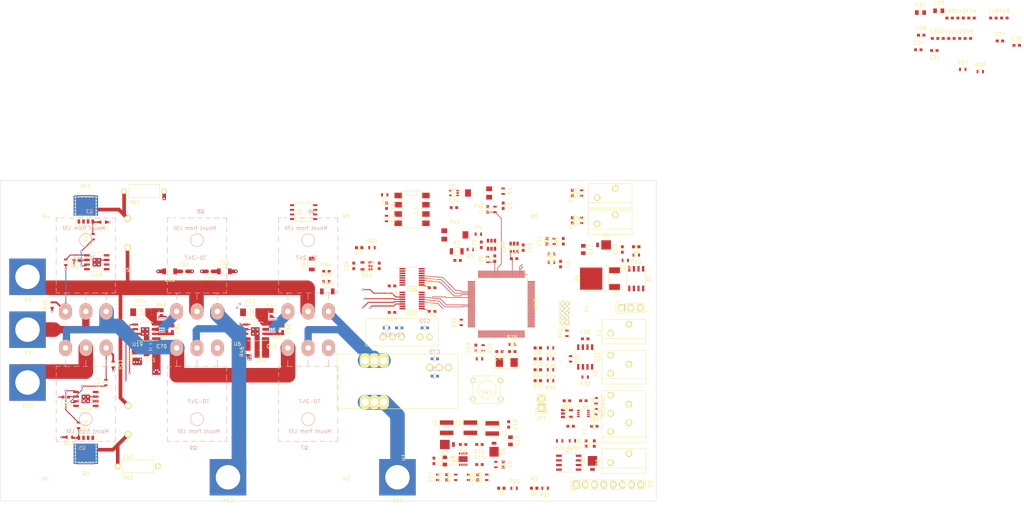
<source format=kicad_pcb>
(kicad_pcb (version 4) (host pcbnew 4.0.2+dfsg1-stable)
  (layers (0 F.Cu signal) (1 In1.Cu power) (2 In2.Cu power) (31 B.Cu signal) (34 B.Paste user hide) (35 F.Paste user hide) (36 B.SilkS user) (37 F.SilkS user) (38 B.Mask user) (39 F.Mask user) (44 Edge.Cuts user))
  (net 0 "")
  (net 1 "Net-(C1-Pad1)")
  (net 2 "Net-(C1-Pad2)")
  (net 3 "Net-(C2-Pad1)")
  (net 4 GND)
  (net 5 "Net-(C3-Pad1)")
  (net 6 "Net-(C3-Pad2)")
  (net 7 +BATT)
  (net 8 +12V)
  (net 9 -12V)
  (net 10 +5V)
  (net 11 GNDPWR)
  (net 12 +3V3)
  (net 13 "Net-(C16-Pad2)")
  (net 14 /mcu/VBUS_MOTOR)
  (net 15 /h-bridge/VBUS)
  (net 16 +5V_ISO)
  (net 17 +12V_ISO)
  (net 18 GNDA)
  (net 19 /mcu/I_SENSOR_OUT)
  (net 20 /mcu/VBAT_CTRL)
  (net 21 "Net-(D5-Pad1)")
  (net 22 "Net-(D9-Pad1)")
  (net 23 /mcu/CAN_ID_0)
  (net 24 /mcu/CAN_ID_1)
  (net 25 "Net-(Q1-Pad4)")
  (net 26 GNDCBAT)
  (net 27 "Net-(Q2-Pad4)")
  (net 28 GNDMBAT)
  (net 29 "Net-(Q3-Pad1)")
  (net 30 /h-bridge/BRAKE)
  (net 31 "Net-(Q4-Pad1)")
  (net 32 /h-bridge/I_SENSE+)
  (net 33 "Net-(Q5-Pad1)")
  (net 34 /h-bridge/M-)
  (net 35 "Net-(R4-Pad1)")
  (net 36 "Net-(R6-Pad1)")
  (net 37 /mcu/JTAG_RST_N)
  (net 38 /h-bridge/VBUS_EN_GD)
  (net 39 /h-bridge/VBUS_DIS_GD)
  (net 40 /h-bridge/PWM4_GD)
  (net 41 /h-bridge/PWM3_GD)
  (net 42 /h-bridge/PWM2_GD)
  (net 43 /h-bridge/PWM1_GD)
  (net 44 "Net-(R35-Pad2)")
  (net 45 /h-bridge/VBUS_ST_GD)
  (net 46 /h-bridge/I_SENSE-)
  (net 47 "Net-(U11-Pad5)")
  (net 48 /mcu/MCU_UART_RX)
  (net 49 /mcu/MCU_UART_TX)
  (net 50 /mcu/LED_3)
  (net 51 /mcu/LED_2)
  (net 52 /mcu/LED_1)
  (net 53 /mcu/LED_0)
  (net 54 /mcu/DEBUG_0)
  (net 55 /mcu/DEBUG_1)
  (net 56 /mcu/DEBUG_2)
  (net 57 /mcu/DEBUG_3)
  (net 58 /mcu/DEBUG_4)
  (net 59 /mcu/DEBUG_5)
  (net 60 /mcu/DEBUG_6)
  (net 61 /mcu/DEBUG_7)
  (net 62 /h-bridge/PWM1_MCU)
  (net 63 /h-bridge/PWM2_MCU)
  (net 64 /h-bridge/PWM4_MCU)
  (net 65 /h-bridge/PWM3_MCU)
  (net 66 /mcu/PWM_FAN)
  (net 67 /h-bridge/VBUS_DIS_MCU)
  (net 68 /h-bridge/VBUS_EN_MCU)
  (net 69 /mcu/QEI_PHA)
  (net 70 /mcu/QEI_PHB)
  (net 71 /mcu/QEI_IDX)
  (net 72 /mcu/CAN_RX)
  (net 73 /mcu/CAN_TX)
  (net 74 /mcu/JTAG_TDO)
  (net 75 /mcu/JTAG_TDI)
  (net 76 /mcu/JTAG_TMS)
  (net 77 /mcu/JTAG_TCK)
  (net 78 /mcu/BRIDGE_TEMP)
  (net 79 /h-bridge/VBUS_ST_MCU)
  (net 80 /mcu/ENCODER_CHA)
  (net 81 /mcu/ENCODER_CHB)
  (net 82 "Net-(D11-Pad1)")
  (net 83 "Net-(D12-Pad1)")
  (net 84 "Net-(U20-Pad7)")
  (net 85 "Net-(U20-Pad10)")
  (net 86 "Net-(C9-Pad1)")
  (net 87 "Net-(C13-Pad1)")
  (net 88 "Net-(C13-Pad2)")
  (net 89 "Net-(C14-Pad2)")
  (net 90 "Net-(C15-Pad2)")
  (net 91 "Net-(C34-Pad1)")
  (net 92 "Net-(C46-Pad1)")
  (net 93 "Net-(C47-Pad1)")
  (net 94 "Net-(C51-Pad2)")
  (net 95 "Net-(D2-Pad2)")
  (net 96 "Net-(D4-Pad1)")
  (net 97 "Net-(D6-Pad1)")
  (net 98 "Net-(D7-Pad1)")
  (net 99 "Net-(D8-Pad2)")
  (net 100 "Net-(P4-Pad1)")
  (net 101 "Net-(P4-Pad7)")
  (net 102 "Net-(R2-Pad1)")
  (net 103 "Net-(R5-Pad1)")
  (net 104 "Net-(R8-Pad2)")
  (net 105 "Net-(D10-Pad1)")
  (net 106 "Net-(R31-Pad1)")
  (net 107 "Net-(R36-Pad2)")
  (net 108 "Net-(R39-Pad1)")
  (net 109 "Net-(R42-Pad1)")
  (net 110 "Net-(R43-Pad1)")
  (net 111 "Net-(R46-Pad2)")
  (net 112 "Net-(R49-Pad2)")
  (net 113 "Net-(U3-Pad7)")
  (net 114 "Net-(U3-Pad8)")
  (net 115 "Net-(U7-Pad4)")
  (net 116 "Net-(U12-Pad4)")
  (net 117 "Net-(U13-Pad2)")
  (net 118 "Net-(U13-Pad6)")
  (net 119 "Net-(U13-Pad11)")
  (net 120 "Net-(U13-Pad12)")
  (net 121 "Net-(U13-Pad13)")
  (net 122 "Net-(U13-Pad14)")
  (net 123 "Net-(U13-Pad15)")
  (net 124 "Net-(U13-Pad20)")
  (net 125 "Net-(U13-Pad27)")
  (net 126 "Net-(U13-Pad29)")
  (net 127 "Net-(U13-Pad30)")
  (net 128 "Net-(U13-Pad31)")
  (net 129 "Net-(U13-Pad32)")
  (net 130 "Net-(U13-Pad43)")
  (net 131 "Net-(U13-Pad46)")
  (net 132 "Net-(U13-Pad53)")
  (net 133 "Net-(U13-Pad54)")
  (net 134 "Net-(U13-Pad56)")
  (net 135 "Net-(U13-Pad57)")
  (net 136 "Net-(U13-Pad60)")
  (net 137 "Net-(U13-Pad61)")
  (net 138 "Net-(U13-Pad65)")
  (net 139 "Net-(U13-Pad67)")
  (net 140 "Net-(U13-Pad68)")
  (net 141 "Net-(U13-Pad73)")
  (net 142 "Net-(U13-Pad75)")
  (net 143 "Net-(U13-Pad76)")
  (net 144 "Net-(U13-Pad81)")
  (net 145 "Net-(U13-Pad85)")
  (net 146 "Net-(U13-Pad86)")
  (net 147 "Net-(U13-Pad92)")
  (net 148 "Net-(U13-Pad93)")
  (net 149 "Net-(U13-Pad94)")
  (net 150 "Net-(U13-Pad102)")
  (net 151 "Net-(U13-Pad103)")
  (net 152 "Net-(U13-Pad104)")
  (net 153 "Net-(U13-Pad105)")
  (net 154 "Net-(U13-Pad106)")
  (net 155 "Net-(U13-Pad111)")
  (net 156 "Net-(U13-Pad112)")
  (net 157 "Net-(U13-Pad118)")
  (net 158 "Net-(U13-Pad119)")
  (net 159 "Net-(U13-Pad120)")
  (net 160 "Net-(U13-Pad121)")
  (net 161 "Net-(U15-Pad5)")
  (net 162 "Net-(U16-Pad7)")
  (net 163 "Net-(U16-Pad10)")
  (net 164 "Net-(U16-Pad11)")
  (net 165 "Net-(U17-Pad1)")
  (net 166 "Net-(U17-Pad8)")
  (net 167 "Net-(U18-Pad1)")
  (net 168 "Net-(U18-Pad8)")
  (net 169 "Net-(C72-Pad1)")
  (net 170 "Net-(JP1-Pad1)")
  (net 171 /mcu/ENCODER_INDEX)
  (net 172 "Net-(RV2-Pad3)")
  (net 173 "Net-(Q10-Pad1)")
  (net 174 "Net-(R13-Pad1)")
  (net 175 "Net-(C52-Pad1)")
  (net 176 +3VA)
  (net 177 +3V3A)
  (net 178 /mcu/CANH)
  (net 179 /mcu/CANL)
  (net 180 "Net-(U13-Pad18)")
  (net 181 "Net-(U13-Pad123)")
  (net 182 "Net-(U13-Pad124)")
  (net 183 "Net-(U13-Pad35)")
  (net 184 "Net-(U13-Pad36)")
  (net 185 "Net-(U13-Pad37)")
  (net 186 "Net-(U13-Pad38)")
  (net 187 "Net-(U13-Pad62)")
  (net 188 "Net-(U13-Pad71)")
  (net 189 "Net-(U13-Pad72)")
  (net 190 "Net-(U13-Pad5)")
  (net 191 "Net-(RV1-Pad1)")
  (net 192 /mcu/MOTOR_TEMP)
  (net 193 "Net-(R33-Pad2)")
  (net 194 "Net-(U13-Pad63)")
  (net 195 "Net-(U13-Pad33)")
  (net 196 "Net-(U13-Pad34)")
  (net 197 /h-bridge/VBOOT_1)
  (net 198 /h-bridge/HS_1)
  (net 199 /h-bridge/VBOOT_2)
  (net 200 /h-bridge/HS_2)
  (net 201 /h-bridge/HO_1)
  (net 202 /h-bridge/HO_2)
  (net 203 /h-bridge/LO_1)
  (net 204 /h-bridge/LO_2)
  (module Housings_SOIC:SOIC-8-1EP_3.9x4.9mm_Pitch1.27mm (layer F.Cu) (at 73.25 69.5 180)
    (fp_text reference U19 (at 2.05 -3.5 180) (layer F.SilkS))
    (fp_text value UCC27211)
    (pad 1 smd rect (at -2.7 -1.905 180) (size 1.55 0.6) (layers F.Cu F.Paste F.Mask) (net 17 +12V_ISO))
    (pad 2 smd rect (at -2.7 -0.635 180) (size 1.55 0.6) (layers F.Cu F.Paste F.Mask) (net 199 /h-bridge/VBOOT_2))
    (pad 3 smd rect (at -2.7 0.635 180) (size 1.55 0.6) (layers F.Cu F.Paste F.Mask) (net 202 /h-bridge/HO_2))
    (pad 4 smd rect (at -2.7 1.905 180) (size 1.55 0.6) (layers F.Cu F.Paste F.Mask) (net 200 /h-bridge/HS_2))
    (pad 5 smd rect (at 2.7 1.905 180) (size 1.55 0.6) (layers F.Cu F.Paste F.Mask) (net 41 /h-bridge/PWM3_GD))
    (pad 6 smd rect (at 2.7 0.635 180) (size 1.55 0.6) (layers F.Cu F.Paste F.Mask) (net 40 /h-bridge/PWM4_GD))
    (pad 7 smd rect (at 2.7 -0.635 180) (size 1.55 0.6) (layers F.Cu F.Paste F.Mask) (net 11 GNDPWR))
    (pad 8 smd rect (at 2.7 -1.905 180) (size 1.55 0.6) (layers F.Cu F.Paste F.Mask) (net 112 "Net-(R49-Pad2)"))
    (pad 9 smd rect (at 0.5875 0.5875 180) (size 1.175 1.175) (layers F.Cu F.Paste F.Mask) (net 11 GNDPWR))
    (pad 9 smd rect (at 0.5875 -0.5875 180) (size 1.175 1.175) (layers F.Cu F.Paste F.Mask) (net 11 GNDPWR))
    (pad 9 smd rect (at -0.5875 0.5875 180) (size 1.175 1.175) (layers F.Cu F.Paste F.Mask) (net 11 GNDPWR))
    (pad 9 smd rect (at -0.5875 -0.5875 180) (size 1.175 1.175) (layers F.Cu F.Paste F.Mask) (net 11 GNDPWR))
  )
  (module 2kwMotorController:TO-247_Horizontal_Neutral123_MountFromLS_largePads (layer B.Cu) (at 87.5 64 180)
    (fp_text reference Q8 (at -1.016 27.432 180) (layer B.SilkS) (effects (justify mirror)))
    (fp_text value IRFP4468)
    (fp_text user "Mount from LS!" (at 0.508 22.86 180) (layer B.SilkS) (effects (justify mirror)))
    (fp_text user TO-247 (at 0.4064 14.7066 180) (layer B.SilkS) (effects (justify mirror)))
    (pad 2 thru_hole oval (at 0 0 90) (size 4.50164 3.50012) (drill 1.50114) (layers *.Cu *.Mask B.SilkS) (net 15 /h-bridge/VBUS))
    (pad 3 thru_hole oval (at -5.588 0 90) (size 4.50164 3.50012) (drill 1.50114) (layers *.Cu *.Mask B.SilkS) (net 34 /h-bridge/M-))
    (pad 1 thru_hole oval (at 5.588 0 90) (size 4.50164 3.50012) (drill 1.50114) (layers *.Cu *.Mask B.SilkS) (net 202 /h-bridge/HO_2))
  )
  (module 2kwMotorController:Cap_Horizontal_D18_L36 (layer F.Cu) (at 68.5 46.5)
    (fp_text reference C51 (at 0 6.15) (layer F.SilkS))
    (fp_text value 1m)
    (pad 1 thru_hole circle (at 0 0) (size 1.8 1.8) (drill 1) (layers *.Cu *.Mask F.SilkS) (net 15 /h-bridge/VBUS))
    (pad 2 thru_hole circle (at 0 -8) (size 1.8 1.8) (drill 1) (layers *.Cu *.Mask F.SilkS) (net 94 "Net-(C51-Pad2)"))
  )
  (module Capacitors_SMD:C_0603 (layer F.Cu) (at 139.5 35 270)
    (fp_text reference C1 (at 0 -1.9 270) (layer F.SilkS))
    (fp_text value 47p)
    (pad 1 smd rect (at -0.75 0 270) (size 0.8 0.75) (layers F.Cu F.Paste F.Mask) (net 1 "Net-(C1-Pad1)"))
    (pad 2 smd rect (at 0.75 0 270) (size 0.8 0.75) (layers F.Cu F.Paste F.Mask) (net 2 "Net-(C1-Pad2)"))
  )
  (module Capacitors_SMD:C_0603 (layer F.Cu) (at 159 50)
    (fp_text reference C2 (at 0 -1.9) (layer F.SilkS))
    (fp_text value 27n)
    (pad 1 smd rect (at -0.75 0) (size 0.8 0.75) (layers F.Cu F.Paste F.Mask) (net 3 "Net-(C2-Pad1)"))
    (pad 2 smd rect (at 0.75 0) (size 0.8 0.75) (layers F.Cu F.Paste F.Mask) (net 4 GND))
  )
  (module Capacitors_SMD:C_0603 (layer F.Cu) (at 171.5 35 270)
    (fp_text reference C3 (at 0 -1.9 270) (layer F.SilkS))
    (fp_text value 47p)
    (pad 1 smd rect (at -0.75 0 270) (size 0.8 0.75) (layers F.Cu F.Paste F.Mask) (net 5 "Net-(C3-Pad1)"))
    (pad 2 smd rect (at 0.75 0 270) (size 0.8 0.75) (layers F.Cu F.Paste F.Mask) (net 6 "Net-(C3-Pad2)"))
  )
  (module Capacitors_SMD:C_0603 (layer F.Cu) (at 167.25 36 90)
    (fp_text reference C4 (at 0 -1.9 90) (layer F.SilkS))
    (fp_text value 47n)
    (pad 1 smd rect (at -0.75 0 90) (size 0.8 0.75) (layers F.Cu F.Paste F.Mask) (net 14 /mcu/VBUS_MOTOR))
    (pad 2 smd rect (at 0.75 0 90) (size 0.8 0.75) (layers F.Cu F.Paste F.Mask) (net 4 GND))
  )
  (module Capacitors_SMD:C_0603 (layer F.Cu) (at 169.2 49.5 90)
    (fp_text reference C5 (at 0 -1.9 90) (layer F.SilkS))
    (fp_text value 47n)
    (pad 1 smd rect (at -0.75 0 90) (size 0.8 0.75) (layers F.Cu F.Paste F.Mask) (net 19 /mcu/I_SENSOR_OUT))
    (pad 2 smd rect (at 0.75 0 90) (size 0.8 0.75) (layers F.Cu F.Paste F.Mask) (net 4 GND))
  )
  (module Capacitors_SMD:C_0603 (layer F.Cu) (at 187.25 51 270)
    (fp_text reference C6 (at 0 -1.9 270) (layer F.SilkS))
    (fp_text value 100n)
    (pad 1 smd rect (at -0.75 0 270) (size 0.8 0.75) (layers F.Cu F.Paste F.Mask) (net 20 /mcu/VBAT_CTRL))
    (pad 2 smd rect (at 0.75 0 270) (size 0.8 0.75) (layers F.Cu F.Paste F.Mask) (net 4 GND))
  )
  (module Capacitors_SMD:C_0603 (layer F.Cu) (at 190 95.5)
    (fp_text reference C7 (at 0 -1.9) (layer F.SilkS))
    (fp_text value 1u)
    (pad 1 smd rect (at -0.75 0) (size 0.8 0.75) (layers F.Cu F.Paste F.Mask) (net 7 +BATT))
    (pad 2 smd rect (at 0.75 0) (size 0.8 0.75) (layers F.Cu F.Paste F.Mask) (net 4 GND))
  )
  (module Capacitors_SMD:C_0603 (layer F.Cu) (at 160.5 100.5 180)
    (fp_text reference C8 (at 0 -1.9 180) (layer F.SilkS))
    (fp_text value 4.7u)
    (pad 1 smd rect (at -0.75 0 180) (size 0.8 0.75) (layers F.Cu F.Paste F.Mask) (net 7 +BATT))
    (pad 2 smd rect (at 0.75 0 180) (size 0.8 0.75) (layers F.Cu F.Paste F.Mask) (net 4 GND))
  )
  (module Capacitors_SMD:C_0603 (layer F.Cu) (at 171.5 106 270)
    (fp_text reference C9 (at 0 -1.9 270) (layer F.SilkS))
    (fp_text value 100n)
    (pad 1 smd rect (at -0.75 0 270) (size 0.8 0.75) (layers F.Cu F.Paste F.Mask) (net 86 "Net-(C9-Pad1)"))
    (pad 2 smd rect (at 0.75 0 270) (size 0.8 0.75) (layers F.Cu F.Paste F.Mask) (net 4 GND))
  )
  (module Capacitors_SMD:C_0603 (layer F.Cu) (at 204.2 47 90)
    (fp_text reference C10 (at 0 -1.9 90) (layer F.SilkS))
    (fp_text value 100n)
    (pad 1 smd rect (at -0.75 0 90) (size 0.8 0.75) (layers F.Cu F.Paste F.Mask) (net 7 +BATT))
    (pad 2 smd rect (at 0.75 0 90) (size 0.8 0.75) (layers F.Cu F.Paste F.Mask) (net 4 GND))
  )
  (module Capacitors_SMD:C_0603 (layer F.Cu) (at 196.5 95.5)
    (fp_text reference C11 (at 0 -1.9) (layer F.SilkS))
    (fp_text value 1u)
    (pad 1 smd rect (at -0.75 0) (size 0.8 0.75) (layers F.Cu F.Paste F.Mask) (net 10 +5V))
    (pad 2 smd rect (at 0.75 0) (size 0.8 0.75) (layers F.Cu F.Paste F.Mask) (net 4 GND))
  )
  (module Capacitors_SMD:C_0603 (layer F.Cu) (at 165 100.5 180)
    (fp_text reference C13 (at 0 -1.9 180) (layer F.SilkS))
    (fp_text value 1u)
    (pad 1 smd rect (at -0.75 0 180) (size 0.8 0.75) (layers F.Cu F.Paste F.Mask) (net 87 "Net-(C13-Pad1)"))
    (pad 2 smd rect (at 0.75 0 180) (size 0.8 0.75) (layers F.Cu F.Paste F.Mask) (net 88 "Net-(C13-Pad2)"))
  )
  (module Capacitors_SMD:C_0603 (layer F.Cu) (at 165 106)
    (fp_text reference C14 (at 0 -1.9) (layer F.SilkS))
    (fp_text value 100n)
    (pad 1 smd rect (at -0.75 0) (size 0.8 0.75) (layers F.Cu F.Paste F.Mask) (net 4 GND))
    (pad 2 smd rect (at 0.75 0) (size 0.8 0.75) (layers F.Cu F.Paste F.Mask) (net 89 "Net-(C14-Pad2)"))
  )
  (module Capacitors_SMD:C_0603 (layer F.Cu) (at 164.5 109.5 90)
    (fp_text reference C16 (at 0 -1.9 90) (layer F.SilkS))
    (fp_text value 56p)
    (pad 1 smd rect (at -0.75 0 90) (size 0.8 0.75) (layers F.Cu F.Paste F.Mask) (net 9 -12V))
    (pad 2 smd rect (at 0.75 0 90) (size 0.8 0.75) (layers F.Cu F.Paste F.Mask) (net 13 "Net-(C16-Pad2)"))
  )
  (module Capacitors_SMD:C_0603 (layer F.Cu) (at 173 95 270)
    (fp_text reference C19 (at 0 -1.9 270) (layer F.SilkS))
    (fp_text value 1u)
    (pad 1 smd rect (at -0.75 0 270) (size 0.8 0.75) (layers F.Cu F.Paste F.Mask) (net 4 GND))
    (pad 2 smd rect (at 0.75 0 270) (size 0.8 0.75) (layers F.Cu F.Paste F.Mask) (net 9 -12V))
  )
  (module Capacitors_SMD:C_0603 (layer F.Cu) (at 177 46.5 270)
    (fp_text reference C20 (at 0 -1.9 270) (layer F.SilkS))
    (fp_text value 2.2u)
    (pad 1 smd rect (at -0.75 0 270) (size 0.8 0.75) (layers F.Cu F.Paste F.Mask) (net 177 +3V3A))
    (pad 2 smd rect (at 0.75 0 270) (size 0.8 0.75) (layers F.Cu F.Paste F.Mask) (net 18 GNDA))
  )
  (module Capacitors_SMD:C_0603 (layer F.Cu) (at 152.5 105 270)
    (fp_text reference C21 (at 0 -1.9 270) (layer F.SilkS))
    (fp_text value 1u)
    (pad 1 smd rect (at -0.75 0 270) (size 0.8 0.75) (layers F.Cu F.Paste F.Mask) (net 8 +12V))
    (pad 2 smd rect (at 0.75 0 270) (size 0.8 0.75) (layers F.Cu F.Paste F.Mask) (net 4 GND))
  )
  (module Capacitors_SMD:C_0603 (layer F.Cu) (at 174.5 49.5)
    (fp_text reference C22 (at 0 -1.9) (layer F.SilkS))
    (fp_text value 300p)
    (pad 1 smd rect (at -0.75 0) (size 0.8 0.75) (layers F.Cu F.Paste F.Mask) (net 176 +3VA))
    (pad 2 smd rect (at 0.75 0) (size 0.8 0.75) (layers F.Cu F.Paste F.Mask) (net 18 GNDA))
  )
  (module Capacitors_SMD:C_0603 (layer B.Cu) (at 150 68.5 180)
    (fp_text reference C23 (at 0 1.9 180) (layer B.SilkS) (effects (justify mirror)))
    (fp_text value 2.2u)
    (pad 1 smd rect (at -0.75 0 180) (size 0.8 0.75) (layers B.Cu B.Paste B.Mask) (net 8 +12V))
    (pad 2 smd rect (at 0.75 0 180) (size 0.8 0.75) (layers B.Cu B.Paste B.Mask) (net 4 GND))
  )
  (module Capacitors_SMD:C_0603 (layer B.Cu) (at 143 68.5)
    (fp_text reference C24 (at 0 1.9) (layer B.SilkS) (effects (justify mirror)))
    (fp_text value 2.2u)
    (pad 1 smd rect (at -0.75 0) (size 0.8 0.75) (layers B.Cu B.Paste B.Mask) (net 17 +12V_ISO))
    (pad 2 smd rect (at 0.75 0) (size 0.8 0.75) (layers B.Cu B.Paste B.Mask) (net 11 GNDPWR))
  )
  (module Capacitors_SMD:C_0603 (layer F.Cu) (at 137.5 51.5 90)
    (fp_text reference C25 (at 0 -1.9 90) (layer F.SilkS))
    (fp_text value 1u)
    (pad 1 smd rect (at -0.75 0 90) (size 0.8 0.75) (layers F.Cu F.Paste F.Mask) (net 17 +12V_ISO))
    (pad 2 smd rect (at 0.75 0 90) (size 0.8 0.75) (layers F.Cu F.Paste F.Mask) (net 11 GNDPWR))
  )
  (module Capacitors_SMD:C_0603 (layer F.Cu) (at 130.5 51.5 90)
    (fp_text reference C26 (at 0 -1.9 90) (layer F.SilkS))
    (fp_text value 1u)
    (pad 1 smd rect (at -0.75 0 90) (size 0.8 0.75) (layers F.Cu F.Paste F.Mask) (net 16 +5V_ISO))
    (pad 2 smd rect (at 0.75 0 90) (size 0.8 0.75) (layers F.Cu F.Paste F.Mask) (net 11 GNDPWR))
  )
  (module Capacitors_SMD:C_0603 (layer F.Cu) (at 189 88.5 180)
    (fp_text reference C29 (at 0 -1.9 180) (layer F.SilkS))
    (fp_text value 100n)
    (pad 1 smd rect (at -0.75 0 180) (size 0.8 0.75) (layers F.Cu F.Paste F.Mask) (net 12 +3V3))
    (pad 2 smd rect (at 0.75 0 180) (size 0.8 0.75) (layers F.Cu F.Paste F.Mask) (net 4 GND))
  )
  (module Capacitors_SMD:C_0603 (layer F.Cu) (at 194 71.5)
    (fp_text reference C30 (at 0 -1.9) (layer F.SilkS))
    (fp_text value 100n)
    (pad 1 smd rect (at -0.75 0) (size 0.8 0.75) (layers F.Cu F.Paste F.Mask) (net 12 +3V3))
    (pad 2 smd rect (at 0.75 0) (size 0.8 0.75) (layers F.Cu F.Paste F.Mask) (net 4 GND))
  )
  (module Capacitors_SMD:C_0603 (layer F.Cu) (at 193.5 88.5 180)
    (fp_text reference C31 (at 0 -1.9 180) (layer F.SilkS))
    (fp_text value 100n)
    (pad 1 smd rect (at -0.75 0 180) (size 0.8 0.75) (layers F.Cu F.Paste F.Mask) (net 10 +5V))
    (pad 2 smd rect (at 0.75 0 180) (size 0.8 0.75) (layers F.Cu F.Paste F.Mask) (net 4 GND))
  )
  (module Capacitors_SMD:C_0603 (layer F.Cu) (at 286.2 -11.8)
    (fp_text reference C38 (at 0 -1.9) (layer F.SilkS))
    (fp_text value 100n)
    (pad 1 smd rect (at -0.75 0) (size 0.8 0.75) (layers F.Cu F.Paste F.Mask) (net 12 +3V3))
    (pad 2 smd rect (at 0.75 0) (size 0.8 0.75) (layers F.Cu F.Paste F.Mask) (net 4 GND))
  )
  (module Capacitors_SMD:C_0603 (layer F.Cu) (at 290 -10.9)
    (fp_text reference C39 (at 0 -1.9) (layer F.SilkS))
    (fp_text value 100n)
    (pad 1 smd rect (at -0.75 0) (size 0.8 0.75) (layers F.Cu F.Paste F.Mask) (net 12 +3V3))
    (pad 2 smd rect (at 0.75 0) (size 0.8 0.75) (layers F.Cu F.Paste F.Mask) (net 4 GND))
  )
  (module Capacitors_SMD:C_0603 (layer F.Cu) (at 294 -16.5)
    (fp_text reference C40 (at 0 -1.9) (layer F.SilkS))
    (fp_text value 100n)
    (pad 1 smd rect (at -0.75 0) (size 0.8 0.75) (layers F.Cu F.Paste F.Mask) (net 91 "Net-(C34-Pad1)"))
    (pad 2 smd rect (at 0.75 0) (size 0.8 0.75) (layers F.Cu F.Paste F.Mask) (net 4 GND))
  )
  (module Capacitors_SMD:C_0603 (layer F.Cu) (at 293 -10.9)
    (fp_text reference C41 (at 0 -1.9) (layer F.SilkS))
    (fp_text value 100n)
    (pad 1 smd rect (at -0.75 0) (size 0.8 0.75) (layers F.Cu F.Paste F.Mask) (net 12 +3V3))
    (pad 2 smd rect (at 0.75 0) (size 0.8 0.75) (layers F.Cu F.Paste F.Mask) (net 4 GND))
  )
  (module Capacitors_SMD:C_0603 (layer F.Cu) (at 296 -10.9)
    (fp_text reference C42 (at 0 -1.9) (layer F.SilkS))
    (fp_text value 100n)
    (pad 1 smd rect (at -0.75 0) (size 0.8 0.75) (layers F.Cu F.Paste F.Mask) (net 12 +3V3))
    (pad 2 smd rect (at 0.75 0) (size 0.8 0.75) (layers F.Cu F.Paste F.Mask) (net 4 GND))
  )
  (module Capacitors_SMD:C_0603 (layer F.Cu) (at 297 -16.5)
    (fp_text reference C43 (at 0 -1.9) (layer F.SilkS))
    (fp_text value 100n)
    (pad 1 smd rect (at -0.75 0) (size 0.8 0.75) (layers F.Cu F.Paste F.Mask) (net 91 "Net-(C34-Pad1)"))
    (pad 2 smd rect (at 0.75 0) (size 0.8 0.75) (layers F.Cu F.Paste F.Mask) (net 4 GND))
  )
  (module Capacitors_SMD:C_0603 (layer F.Cu) (at 300 -16.5)
    (fp_text reference C44 (at 0 -1.9) (layer F.SilkS))
    (fp_text value 100n)
    (pad 1 smd rect (at -0.75 0) (size 0.8 0.75) (layers F.Cu F.Paste F.Mask) (net 12 +3V3))
    (pad 2 smd rect (at 0.75 0) (size 0.8 0.75) (layers F.Cu F.Paste F.Mask) (net 4 GND))
  )
  (module Capacitors_SMD:C_0603 (layer F.Cu) (at 299 -10.9)
    (fp_text reference C45 (at 0 -1.9) (layer F.SilkS))
    (fp_text value 100n)
    (pad 1 smd rect (at -0.75 0) (size 0.8 0.75) (layers F.Cu F.Paste F.Mask) (net 12 +3V3))
    (pad 2 smd rect (at 0.75 0) (size 0.8 0.75) (layers F.Cu F.Paste F.Mask) (net 4 GND))
  )
  (module Capacitors_SMD:C_0603 (layer F.Cu) (at 174 75)
    (fp_text reference C46 (at 0 -1.9) (layer F.SilkS))
    (fp_text value 10p)
    (pad 1 smd rect (at -0.75 0) (size 0.8 0.75) (layers F.Cu F.Paste F.Mask) (net 92 "Net-(C46-Pad1)"))
    (pad 2 smd rect (at 0.75 0) (size 0.8 0.75) (layers F.Cu F.Paste F.Mask) (net 4 GND))
  )
  (module Capacitors_SMD:C_0603 (layer F.Cu) (at 170.5 75 180)
    (fp_text reference C47 (at 0 -1.9 180) (layer F.SilkS))
    (fp_text value 10p)
    (pad 1 smd rect (at -0.75 0 180) (size 0.8 0.75) (layers F.Cu F.Paste F.Mask) (net 93 "Net-(C47-Pad1)"))
    (pad 2 smd rect (at 0.75 0 180) (size 0.8 0.75) (layers F.Cu F.Paste F.Mask) (net 4 GND))
  )
  (module Capacitors_SMD:C_0603 (layer F.Cu) (at 306 -16.5)
    (fp_text reference C48 (at 0 -1.9) (layer F.SilkS))
    (fp_text value 1u)
    (pad 1 smd rect (at -0.75 0) (size 0.8 0.75) (layers F.Cu F.Paste F.Mask) (net 177 +3V3A))
    (pad 2 smd rect (at 0.75 0) (size 0.8 0.75) (layers F.Cu F.Paste F.Mask) (net 4 GND))
  )
  (module Capacitors_SMD:C_0603 (layer F.Cu) (at 309 -16.5)
    (fp_text reference C49 (at 0 -1.9) (layer F.SilkS))
    (fp_text value 10n)
    (pad 1 smd rect (at -0.75 0) (size 0.8 0.75) (layers F.Cu F.Paste F.Mask) (net 177 +3V3A))
    (pad 2 smd rect (at 0.75 0) (size 0.8 0.75) (layers F.Cu F.Paste F.Mask) (net 4 GND))
  )
  (module Capacitors_SMD:C_0603 (layer F.Cu) (at 141 57 180)
    (fp_text reference C53 (at 0 -1.9 180) (layer F.SilkS))
    (fp_text value 100n)
    (pad 1 smd rect (at -0.75 0 180) (size 0.8 0.75) (layers F.Cu F.Paste F.Mask) (net 16 +5V_ISO))
    (pad 2 smd rect (at 0.75 0 180) (size 0.8 0.75) (layers F.Cu F.Paste F.Mask) (net 11 GNDPWR))
  )
  (module Capacitors_SMD:C_1206 (layer F.Cu) (at 80 53 180)
    (fp_text reference C56 (at 0 -2.3 180) (layer F.SilkS))
    (fp_text value 1u)
    (pad 1 smd rect (at -1.5 0 180) (size 1 1.6) (layers F.Cu F.Paste F.Mask) (net 15 /h-bridge/VBUS))
    (pad 2 smd rect (at 1.5 0 180) (size 1 1.6) (layers F.Cu F.Paste F.Mask) (net 11 GNDPWR))
  )
  (module Capacitors_SMD:C_0603 (layer F.Cu) (at 54.5 50 180)
    (fp_text reference C57 (at 0 -1.9 180) (layer F.SilkS))
    (fp_text value 100n)
    (pad 1 smd rect (at -0.75 0 180) (size 0.8 0.75) (layers F.Cu F.Paste F.Mask) (net 17 +12V_ISO))
    (pad 2 smd rect (at 0.75 0 180) (size 0.8 0.75) (layers F.Cu F.Paste F.Mask) (net 11 GNDPWR))
  )
  (module Capacitors_SMD:C_0603 (layer F.Cu) (at 51.5 87.5 180)
    (fp_text reference C58 (at 0 -1.9 180) (layer F.SilkS))
    (fp_text value 100n)
    (pad 1 smd rect (at -0.75 0 180) (size 0.8 0.75) (layers F.Cu F.Paste F.Mask) (net 17 +12V_ISO))
    (pad 2 smd rect (at 0.75 0 180) (size 0.8 0.75) (layers F.Cu F.Paste F.Mask) (net 11 GNDPWR))
  )
  (module Capacitors_SMD:C_1206 (layer F.Cu) (at 95 53)
    (fp_text reference C59 (at 0 -2.3) (layer F.SilkS))
    (fp_text value 1u)
    (pad 1 smd rect (at -1.5 0) (size 1 1.6) (layers F.Cu F.Paste F.Mask) (net 15 /h-bridge/VBUS))
    (pad 2 smd rect (at 1.5 0) (size 1 1.6) (layers F.Cu F.Paste F.Mask) (net 11 GNDPWR))
  )
  (module Capacitors_SMD:C_0603 (layer F.Cu) (at 109.5 68.75 90)
    (fp_text reference C60 (at -2.25 -0.1 180) (layer F.SilkS))
    (fp_text value 1u)
    (pad 1 smd rect (at -0.75 0 90) (size 0.8 0.75) (layers F.Cu F.Paste F.Mask) (net 197 /h-bridge/VBOOT_1))
    (pad 2 smd rect (at 0.75 0 90) (size 0.8 0.75) (layers F.Cu F.Paste F.Mask) (net 198 /h-bridge/HS_1))
  )
  (module Pin_Headers:Pin_Header_Straight_1x02 (layer F.Cu) (at 182 90.5 180)
    (fp_text reference JP1 (at 0 -2.75 180) (layer F.SilkS))
    (fp_text value Jumper_NO_Small)
    (pad 1 thru_hole rect (at 0 0 180) (size 2.032 2.032) (drill 1.016) (layers *.Cu *.Mask F.SilkS) (net 170 "Net-(JP1-Pad1)"))
    (pad 2 thru_hole oval (at 0 2.54 180) (size 2.032 2.032) (drill 1.016) (layers *.Cu *.Mask F.SilkS) (net 4 GND))
  )
  (module Housings_SOIC:SOIC-8_3.9x4.9mm_Pitch1.27mm (layer F.Cu) (at 208 55 270)
    (fp_text reference Q1 (at 0 -3.5 270) (layer F.SilkS))
    (fp_text value DMG4712SSS)
    (pad 1 smd rect (at -2.7 -1.905 270) (size 1.55 0.6) (layers F.Cu F.Paste F.Mask) (net 4 GND))
    (pad 2 smd rect (at -2.7 -0.635 270) (size 1.55 0.6) (layers F.Cu F.Paste F.Mask) (net 4 GND))
    (pad 3 smd rect (at -2.7 0.635 270) (size 1.55 0.6) (layers F.Cu F.Paste F.Mask) (net 4 GND))
    (pad 4 smd rect (at -2.7 1.905 270) (size 1.55 0.6) (layers F.Cu F.Paste F.Mask) (net 25 "Net-(Q1-Pad4)"))
    (pad 5 smd rect (at 2.7 1.905 270) (size 1.55 0.6) (layers F.Cu F.Paste F.Mask) (net 26 GNDCBAT))
    (pad 6 smd rect (at 2.7 0.635 270) (size 1.55 0.6) (layers F.Cu F.Paste F.Mask) (net 26 GNDCBAT))
    (pad 7 smd rect (at 2.7 -0.635 270) (size 1.55 0.6) (layers F.Cu F.Paste F.Mask) (net 26 GNDCBAT))
    (pad 8 smd rect (at 2.7 -1.905 270) (size 1.55 0.6) (layers F.Cu F.Paste F.Mask) (net 26 GNDCBAT))
  )
  (module Housings_SOIC:SOIC-8_3.9x4.9mm_Pitch1.27mm (layer F.Cu) (at 189.5 105.5)
    (fp_text reference Q2 (at 0 -3.5) (layer F.SilkS))
    (fp_text value DMG4712SSS)
    (pad 1 smd rect (at -2.7 -1.905) (size 1.55 0.6) (layers F.Cu F.Paste F.Mask) (net 4 GND))
    (pad 2 smd rect (at -2.7 -0.635) (size 1.55 0.6) (layers F.Cu F.Paste F.Mask) (net 4 GND))
    (pad 3 smd rect (at -2.7 0.635) (size 1.55 0.6) (layers F.Cu F.Paste F.Mask) (net 4 GND))
    (pad 4 smd rect (at -2.7 1.905) (size 1.55 0.6) (layers F.Cu F.Paste F.Mask) (net 27 "Net-(Q2-Pad4)"))
    (pad 5 smd rect (at 2.7 1.905) (size 1.55 0.6) (layers F.Cu F.Paste F.Mask) (net 99 "Net-(D8-Pad2)"))
    (pad 6 smd rect (at 2.7 0.635) (size 1.55 0.6) (layers F.Cu F.Paste F.Mask) (net 99 "Net-(D8-Pad2)"))
    (pad 7 smd rect (at 2.7 -0.635) (size 1.55 0.6) (layers F.Cu F.Paste F.Mask) (net 99 "Net-(D8-Pad2)"))
    (pad 8 smd rect (at 2.7 -1.905) (size 1.55 0.6) (layers F.Cu F.Paste F.Mask) (net 99 "Net-(D8-Pad2)"))
  )
  (module Resistors_SMD:R_0603 (layer F.Cu) (at 139.5 38.5 270)
    (fp_text reference R1 (at 0 -1.9 270) (layer F.SilkS))
    (fp_text value 1.2M)
    (pad 1 smd rect (at -0.75 0 270) (size 0.5 0.9) (layers F.Cu F.Paste F.Mask) (net 2 "Net-(C1-Pad2)"))
    (pad 2 smd rect (at 0.75 0 270) (size 0.5 0.9) (layers F.Cu F.Paste F.Mask) (net 15 /h-bridge/VBUS))
  )
  (module Resistors_SMD:R_0603 (layer F.Cu) (at 139 32 180)
    (fp_text reference R2 (at 0 -1.9 180) (layer F.SilkS))
    (fp_text value 470)
    (pad 1 smd rect (at -0.75 0 180) (size 0.5 0.9) (layers F.Cu F.Paste F.Mask) (net 102 "Net-(R2-Pad1)"))
    (pad 2 smd rect (at 0.75 0 180) (size 0.5 0.9) (layers F.Cu F.Paste F.Mask) (net 1 "Net-(C1-Pad1)"))
  )
  (module Resistors_SMD:R_0603 (layer F.Cu) (at 164.7 42.8)
    (fp_text reference R4 (at 0 -1.9) (layer F.SilkS))
    (fp_text value 10k)
    (pad 1 smd rect (at -0.75 0) (size 0.5 0.9) (layers F.Cu F.Paste F.Mask) (net 35 "Net-(R4-Pad1)"))
    (pad 2 smd rect (at 0.75 0) (size 0.5 0.9) (layers F.Cu F.Paste F.Mask) (net 176 +3VA))
  )
  (module Resistors_SMD:R_0603 (layer F.Cu) (at 162.5 47 180)
    (fp_text reference R5 (at 0 -1.9 180) (layer F.SilkS))
    (fp_text value 10k)
    (pad 1 smd rect (at -0.75 0 180) (size 0.5 0.9) (layers F.Cu F.Paste F.Mask) (net 103 "Net-(R5-Pad1)"))
    (pad 2 smd rect (at 0.75 0 180) (size 0.5 0.9) (layers F.Cu F.Paste F.Mask) (net 3 "Net-(C2-Pad1)"))
  )
  (module Resistors_SMD:R_0603 (layer F.Cu) (at 171.5 31 270)
    (fp_text reference R6 (at 0 -1.9 270) (layer F.SilkS))
    (fp_text value 39k)
    (pad 1 smd rect (at -0.75 0 270) (size 0.5 0.9) (layers F.Cu F.Paste F.Mask) (net 36 "Net-(R6-Pad1)"))
    (pad 2 smd rect (at 0.75 0 270) (size 0.5 0.9) (layers F.Cu F.Paste F.Mask) (net 5 "Net-(C3-Pad1)"))
  )
  (module Resistors_SMD:R_0603 (layer F.Cu) (at 169.25 36 90)
    (fp_text reference R7 (at 0 -1.9 90) (layer F.SilkS))
    (fp_text value 100)
    (pad 1 smd rect (at -0.75 0 90) (size 0.5 0.9) (layers F.Cu F.Paste F.Mask) (net 14 /mcu/VBUS_MOTOR))
    (pad 2 smd rect (at 0.75 0 90) (size 0.5 0.9) (layers F.Cu F.Paste F.Mask) (net 6 "Net-(C3-Pad2)"))
  )
  (module Resistors_SMD:R_0603 (layer F.Cu) (at 167.3 49.7 90)
    (fp_text reference R8 (at 0 -1.9 90) (layer F.SilkS))
    (fp_text value 33)
    (pad 1 smd rect (at -0.75 0 90) (size 0.5 0.9) (layers F.Cu F.Paste F.Mask) (net 19 /mcu/I_SENSOR_OUT))
    (pad 2 smd rect (at 0.75 0 90) (size 0.5 0.9) (layers F.Cu F.Paste F.Mask) (net 104 "Net-(R8-Pad2)"))
  )
  (module Resistors_SMD:R_0603 (layer F.Cu) (at 184.75 48.25 180)
    (fp_text reference R9 (at 0 -1.9 180) (layer F.SilkS))
    (fp_text value 270k)
    (pad 1 smd rect (at -0.75 0 180) (size 0.5 0.9) (layers F.Cu F.Paste F.Mask) (net 7 +BATT))
    (pad 2 smd rect (at 0.75 0 180) (size 0.5 0.9) (layers F.Cu F.Paste F.Mask) (net 20 /mcu/VBAT_CTRL))
  )
  (module Resistors_SMD:R_0603 (layer F.Cu) (at 184.75 50.5)
    (fp_text reference R10 (at 0 -1.9) (layer F.SilkS))
    (fp_text value 100k)
    (pad 1 smd rect (at -0.75 0) (size 0.5 0.9) (layers F.Cu F.Paste F.Mask) (net 20 /mcu/VBAT_CTRL))
    (pad 2 smd rect (at 0.75 0) (size 0.5 0.9) (layers F.Cu F.Paste F.Mask) (net 4 GND))
  )
  (module Resistors_SMD:R_0603 (layer F.Cu) (at 205 50 180)
    (fp_text reference R12 (at 0 -1.9 180) (layer F.SilkS))
    (fp_text value 100)
    (pad 1 smd rect (at -0.75 0 180) (size 0.5 0.9) (layers F.Cu F.Paste F.Mask) (net 25 "Net-(Q1-Pad4)"))
    (pad 2 smd rect (at 0.75 0 180) (size 0.5 0.9) (layers F.Cu F.Paste F.Mask) (net 7 +BATT))
  )
  (module Resistors_SMD:R_0603 (layer F.Cu) (at 59 43.5 90)
    (fp_text reference R13 (at 0 -1.9 90) (layer F.SilkS))
    (fp_text value 100)
    (pad 1 smd rect (at -0.75 0 90) (size 0.5 0.9) (layers F.Cu F.Paste F.Mask) (net 174 "Net-(R13-Pad1)"))
    (pad 2 smd rect (at 0.75 0 90) (size 0.5 0.9) (layers F.Cu F.Paste F.Mask) (net 173 "Net-(Q10-Pad1)"))
  )
  (module Resistors_SMD:R_0603 (layer F.Cu) (at 169.5 106 270)
    (fp_text reference R14 (at 0 -1.9 270) (layer F.SilkS))
    (fp_text value 10k)
    (pad 1 smd rect (at -0.75 0 270) (size 0.5 0.9) (layers F.Cu F.Paste F.Mask) (net 86 "Net-(C9-Pad1)"))
    (pad 2 smd rect (at 0.75 0 270) (size 0.5 0.9) (layers F.Cu F.Paste F.Mask) (net 7 +BATT))
  )
  (module Resistors_SMD:R_0603 (layer F.Cu) (at 208 48.5 180)
    (fp_text reference R15 (at 0 -1.9 180) (layer F.SilkS))
    (fp_text value 120)
    (pad 1 smd rect (at -0.75 0 180) (size 0.5 0.9) (layers F.Cu F.Paste F.Mask) (net 96 "Net-(D4-Pad1)"))
    (pad 2 smd rect (at 0.75 0 180) (size 0.5 0.9) (layers F.Cu F.Paste F.Mask) (net 4 GND))
  )
  (module Resistors_SMD:R_0603 (layer F.Cu) (at 158.5 109.5 90)
    (fp_text reference R16 (at 0 -1.9 90) (layer F.SilkS))
    (fp_text value 110k)
    (pad 1 smd rect (at -0.75 0 90) (size 0.5 0.9) (layers F.Cu F.Paste F.Mask) (net 8 +12V))
    (pad 2 smd rect (at 0.75 0 90) (size 0.5 0.9) (layers F.Cu F.Paste F.Mask) (net 90 "Net-(C15-Pad2)"))
  )
  (module Resistors_SMD:R_0603 (layer F.Cu) (at 153.5 109.5 90)
    (fp_text reference R17 (at 0 -1.9 90) (layer F.SilkS))
    (fp_text value 10k)
    (pad 1 smd rect (at -0.75 0 90) (size 0.5 0.9) (layers F.Cu F.Paste F.Mask) (net 4 GND))
    (pad 2 smd rect (at 0.75 0 90) (size 0.5 0.9) (layers F.Cu F.Paste F.Mask) (net 90 "Net-(C15-Pad2)"))
  )
  (module Resistors_SMD:R_0603 (layer F.Cu) (at 167 109.5 90)
    (fp_text reference R18 (at 0 -1.9 90) (layer F.SilkS))
    (fp_text value 10k)
    (pad 1 smd rect (at -0.75 0 90) (size 0.5 0.9) (layers F.Cu F.Paste F.Mask) (net 89 "Net-(C14-Pad2)"))
    (pad 2 smd rect (at 0.75 0 90) (size 0.5 0.9) (layers F.Cu F.Paste F.Mask) (net 13 "Net-(C16-Pad2)"))
  )
  (module Resistors_SMD:R_0603 (layer F.Cu) (at 162 109.5 270)
    (fp_text reference R19 (at 0 -1.9 270) (layer F.SilkS))
    (fp_text value 120k)
    (pad 1 smd rect (at -0.75 0 270) (size 0.5 0.9) (layers F.Cu F.Paste F.Mask) (net 13 "Net-(C16-Pad2)"))
    (pad 2 smd rect (at 0.75 0 270) (size 0.5 0.9) (layers F.Cu F.Paste F.Mask) (net 9 -12V))
  )
  (module Resistors_SMD:R_0603 (layer F.Cu) (at 174.5 112.5)
    (fp_text reference R20 (at 0 -1.9) (layer F.SilkS))
    (fp_text value 1.8k)
    (pad 1 smd rect (at -0.75 0) (size 0.5 0.9) (layers F.Cu F.Paste F.Mask) (net 21 "Net-(D5-Pad1)"))
    (pad 2 smd rect (at 0.75 0) (size 0.5 0.9) (layers F.Cu F.Paste F.Mask) (net 4 GND))
  )
  (module Resistors_SMD:R_0603 (layer F.Cu) (at 183 112.5 180)
    (fp_text reference R21 (at 0 -1.9 180) (layer F.SilkS))
    (fp_text value 1.8k)
    (pad 1 smd rect (at -0.75 0 180) (size 0.5 0.9) (layers F.Cu F.Paste F.Mask) (net 97 "Net-(D6-Pad1)"))
    (pad 2 smd rect (at 0.75 0 180) (size 0.5 0.9) (layers F.Cu F.Paste F.Mask) (net 9 -12V))
  )
  (module Resistors_SMD:R_0603 (layer B.Cu) (at 139.5 68.5)
    (fp_text reference R22 (at 0 1.9) (layer B.SilkS) (effects (justify mirror)))
    (fp_text value 2.2k)
    (pad 1 smd rect (at -0.75 0) (size 0.5 0.9) (layers B.Cu B.Paste B.Mask) (net 17 +12V_ISO))
    (pad 2 smd rect (at 0.75 0) (size 0.5 0.9) (layers B.Cu B.Paste B.Mask) (net 11 GNDPWR))
  )
  (module Resistors_SMD:R_0603 (layer F.Cu) (at 135.5 46.5)
    (fp_text reference R23 (at 0 -1.9) (layer F.SilkS))
    (fp_text value 1.8k)
    (pad 1 smd rect (at -0.75 0) (size 0.5 0.9) (layers F.Cu F.Paste F.Mask) (net 98 "Net-(D7-Pad1)"))
    (pad 2 smd rect (at 0.75 0) (size 0.5 0.9) (layers F.Cu F.Paste F.Mask) (net 11 GNDPWR))
  )
  (module Resistors_SMD:R_0603 (layer F.Cu) (at 187 99.5 180)
    (fp_text reference R24 (at 0 -1.9 180) (layer F.SilkS))
    (fp_text value 100)
    (pad 1 smd rect (at -0.75 0 180) (size 0.5 0.9) (layers F.Cu F.Paste F.Mask) (net 27 "Net-(Q2-Pad4)"))
    (pad 2 smd rect (at 0.75 0 180) (size 0.5 0.9) (layers F.Cu F.Paste F.Mask) (net 66 /mcu/PWM_FAN))
  )
  (module Resistors_SMD:R_0603 (layer F.Cu) (at 190.5 99.5 180)
    (fp_text reference R25 (at 0 -1.9 180) (layer F.SilkS))
    (fp_text value 10k)
    (pad 1 smd rect (at -0.75 0 180) (size 0.5 0.9) (layers F.Cu F.Paste F.Mask) (net 4 GND))
    (pad 2 smd rect (at 0.75 0 180) (size 0.5 0.9) (layers F.Cu F.Paste F.Mask) (net 27 "Net-(Q2-Pad4)"))
  )
  (module Resistors_SMD:R_0603 (layer F.Cu) (at 189 70 90)
    (fp_text reference R26 (at 0 -1.9 90) (layer F.SilkS))
    (fp_text value 100)
    (pad 1 smd rect (at -0.75 0 90) (size 0.5 0.9) (layers F.Cu F.Paste F.Mask) (net 12 +3V3))
    (pad 2 smd rect (at 0.75 0 90) (size 0.5 0.9) (layers F.Cu F.Paste F.Mask) (net 100 "Net-(P4-Pad1)"))
  )
  (module Resistors_SMD:R_0603 (layer F.Cu) (at 184.5 74 180)
    (fp_text reference R27 (at 0 -1.9 180) (layer F.SilkS))
    (fp_text value 120)
    (pad 1 smd rect (at -0.75 0 180) (size 0.5 0.9) (layers F.Cu F.Paste F.Mask) (net 4 GND))
    (pad 2 smd rect (at 0.75 0 180) (size 0.5 0.9) (layers F.Cu F.Paste F.Mask) (net 22 "Net-(D9-Pad1)"))
  )
  (module Resistors_SMD:R_0603 (layer F.Cu) (at 184.5 77 180)
    (fp_text reference R28 (at 0 -1.9 180) (layer F.SilkS))
    (fp_text value 120)
    (pad 1 smd rect (at -0.75 0 180) (size 0.5 0.9) (layers F.Cu F.Paste F.Mask) (net 4 GND))
    (pad 2 smd rect (at 0.75 0 180) (size 0.5 0.9) (layers F.Cu F.Paste F.Mask) (net 105 "Net-(D10-Pad1)"))
  )
  (module Resistors_SMD:R_0603 (layer F.Cu) (at 184.5 80 180)
    (fp_text reference R29 (at 0 -1.9 180) (layer F.SilkS))
    (fp_text value 120)
    (pad 1 smd rect (at -0.75 0 180) (size 0.5 0.9) (layers F.Cu F.Paste F.Mask) (net 4 GND))
    (pad 2 smd rect (at 0.75 0 180) (size 0.5 0.9) (layers F.Cu F.Paste F.Mask) (net 82 "Net-(D11-Pad1)"))
  )
  (module Resistors_SMD:R_0603 (layer F.Cu) (at 184.5 83 180)
    (fp_text reference R30 (at 0 -1.9 180) (layer F.SilkS))
    (fp_text value 120)
    (pad 1 smd rect (at -0.75 0 180) (size 0.5 0.9) (layers F.Cu F.Paste F.Mask) (net 4 GND))
    (pad 2 smd rect (at 0.75 0 180) (size 0.5 0.9) (layers F.Cu F.Paste F.Mask) (net 83 "Net-(D12-Pad1)"))
  )
  (module Resistors_SMD:R_0603 (layer F.Cu) (at 190 77 270)
    (fp_text reference R31 (at 0 -1.9 270) (layer F.SilkS))
    (fp_text value 0)
    (pad 1 smd rect (at -0.75 0 270) (size 0.5 0.9) (layers F.Cu F.Paste F.Mask) (net 106 "Net-(R31-Pad1)"))
    (pad 2 smd rect (at 0.75 0 270) (size 0.5 0.9) (layers F.Cu F.Paste F.Mask) (net 4 GND))
  )
  (module Resistors_SMD:R_0603 (layer F.Cu) (at 194 82 180)
    (fp_text reference R32 (at 0 -1.9 180) (layer F.SilkS))
    (fp_text value 120)
    (pad 1 smd rect (at -0.75 0 180) (size 0.5 0.9) (layers F.Cu F.Paste F.Mask) (net 178 /mcu/CANH))
    (pad 2 smd rect (at 0.75 0 180) (size 0.5 0.9) (layers F.Cu F.Paste F.Mask) (net 179 /mcu/CANL))
  )
  (module Resistors_SMD:R_0603 (layer F.Cu) (at 165 77 180)
    (fp_text reference R33 (at 0 2 180) (layer F.SilkS))
    (fp_text value 470)
    (pad 1 smd rect (at -0.75 0 180) (size 0.5 0.9) (layers F.Cu F.Paste F.Mask) (net 37 /mcu/JTAG_RST_N))
    (pad 2 smd rect (at 0.75 0 180) (size 0.5 0.9) (layers F.Cu F.Paste F.Mask) (net 193 "Net-(R33-Pad2)"))
  )
  (module Resistors_SMD:R_0603 (layer F.Cu) (at 166 74 270)
    (fp_text reference R34 (at 0 -1.9 270) (layer F.SilkS))
    (fp_text value 10k)
    (pad 1 smd rect (at -0.75 0 270) (size 0.5 0.9) (layers F.Cu F.Paste F.Mask) (net 12 +3V3))
    (pad 2 smd rect (at 0.75 0 270) (size 0.5 0.9) (layers F.Cu F.Paste F.Mask) (net 37 /mcu/JTAG_RST_N))
  )
  (module Resistors_SMD:R_0603 (layer F.Cu) (at 174 73)
    (fp_text reference R35 (at 0 -1.9) (layer F.SilkS))
    (fp_text value 1k)
    (pad 1 smd rect (at -0.75 0) (size 0.5 0.9) (layers F.Cu F.Paste F.Mask) (net 92 "Net-(C46-Pad1)"))
    (pad 2 smd rect (at 0.75 0) (size 0.5 0.9) (layers F.Cu F.Paste F.Mask) (net 44 "Net-(R35-Pad2)"))
  )
  (module Resistors_SMD:R_0603 (layer F.Cu) (at 160 67 90)
    (fp_text reference R36 (at 0 -1.9 90) (layer F.SilkS))
    (fp_text value 4.87k)
    (pad 1 smd rect (at -0.75 0 90) (size 0.5 0.9) (layers F.Cu F.Paste F.Mask) (net 4 GND))
    (pad 2 smd rect (at 0.75 0 90) (size 0.5 0.9) (layers F.Cu F.Paste F.Mask) (net 107 "Net-(R36-Pad2)"))
  )
  (module Resistors_SMD:R_0603 (layer F.Cu) (at 61.75 39.5 180)
    (fp_text reference R37 (at 0 -1.9 180) (layer F.SilkS))
    (fp_text value 10k)
    (pad 1 smd rect (at -0.75 0 180) (size 0.5 0.9) (layers F.Cu F.Paste F.Mask) (net 11 GNDPWR))
    (pad 2 smd rect (at 0.75 0 180) (size 0.5 0.9) (layers F.Cu F.Paste F.Mask) (net 173 "Net-(Q10-Pad1)"))
  )
  (module Resistors_SMD:R_0603 (layer F.Cu) (at 70.8 76.2 90)
    (fp_text reference R49 (at 0 -1.6 90) (layer F.SilkS))
    (fp_text value 2.2)
    (pad 1 smd rect (at -0.75 0 90) (size 0.5 0.9) (layers F.Cu F.Paste F.Mask) (net 204 /h-bridge/LO_2))
    (pad 2 smd rect (at 0.75 0 90) (size 0.5 0.9) (layers F.Cu F.Paste F.Mask) (net 112 "Net-(R49-Pad2)"))
  )
  (module SMD_Packages:SOIC-8-N (layer F.Cu) (at 116.75 36.75 90)
    (fp_text reference U1 (at 0 -1.27 90) (layer F.SilkS))
    (fp_text value LM358)
    (pad 8 smd rect (at -1.905 -3.175 90) (size 0.508 1.143) (layers F.Cu F.Paste F.Mask) (net 17 +12V_ISO))
    (pad 7 smd rect (at -0.635 -3.175 90) (size 0.508 1.143) (layers F.Cu F.Paste F.Mask))
    (pad 6 smd rect (at 0.635 -3.175 90) (size 0.508 1.143) (layers F.Cu F.Paste F.Mask))
    (pad 5 smd rect (at 1.905 -3.175 90) (size 0.508 1.143) (layers F.Cu F.Paste F.Mask))
    (pad 4 smd rect (at 1.905 3.175 90) (size 0.508 1.143) (layers F.Cu F.Paste F.Mask) (net 11 GNDPWR))
    (pad 3 smd rect (at 0.635 3.175 90) (size 0.508 1.143) (layers F.Cu F.Paste F.Mask) (net 4 GND))
    (pad 2 smd rect (at -0.635 3.175 90) (size 0.508 1.143) (layers F.Cu F.Paste F.Mask) (net 2 "Net-(C1-Pad2)"))
    (pad 1 smd rect (at -1.905 3.175 90) (size 0.508 1.143) (layers F.Cu F.Paste F.Mask) (net 1 "Net-(C1-Pad1)"))
  )
  (module 2kwMotorController:NX5032GA-CRYSTAL (layer F.Cu) (at 172.5 78 180)
    (fp_text reference Y1 (at 0.5 2.75 180) (layer F.SilkS))
    (fp_text value NX5032GA)
    (pad 1 smd rect (at 2 0 180) (size 2 2.4) (layers F.Cu F.Paste F.Mask) (net 93 "Net-(C47-Pad1)"))
    (pad 2 smd rect (at -2 0 180) (size 2 2.4) (layers F.Cu F.Paste F.Mask) (net 92 "Net-(C46-Pad1)"))
  )
  (module 2kwMotorController:TERM_2P_2-5_1990009 (layer F.Cu) (at 201 70 270)
    (fp_text reference P1 (at -0.05 3.25 270) (layer F.SilkS))
    (fp_text value CONN_01X02_CBAT)
    (pad 1 thru_hole circle (at 0 0 270) (size 1.75 1.75) (drill 1) (layers *.Cu *.Mask F.SilkS) (net 7 +BATT))
    (pad 2 thru_hole circle (at -2.5 -5 270) (size 1.75 1.75) (drill 1) (layers *.Cu *.Mask F.SilkS) (net 26 GNDCBAT))
  )
  (module 2kwMotorController:TERM_3P_2-5_1990012 (layer F.Cu) (at 201 81 270)
    (fp_text reference P6 (at 0.05 4.2 270) (layer F.SilkS))
    (fp_text value CONN_01X03_CAN)
    (pad 3 thru_hole circle (at -5 0 270) (size 1.75 1.75) (drill 1) (layers *.Cu *.Mask F.SilkS) (net 4 GND))
    (pad 1 thru_hole circle (at 0 0 270) (size 1.75 1.75) (drill 1) (layers *.Cu *.Mask F.SilkS) (net 178 /mcu/CANH))
    (pad 2 thru_hole circle (at -2.5 -5 270) (size 1.75 1.75) (drill 1) (layers *.Cu *.Mask F.SilkS) (net 179 /mcu/CANL))
  )
  (module Capacitors_SMD:C_0603 (layer F.Cu) (at 152 64)
    (fp_text reference C63 (at 0 -1.9) (layer F.SilkS))
    (fp_text value 100n)
    (pad 1 smd rect (at -0.75 0) (size 0.8 0.75) (layers F.Cu F.Paste F.Mask) (net 12 +3V3))
    (pad 2 smd rect (at 0.75 0) (size 0.8 0.75) (layers F.Cu F.Paste F.Mask) (net 4 GND))
  )
  (module Resistors_SMD:R_0603 (layer F.Cu) (at 55 95.25 270)
    (fp_text reference R39 (at 0 -1.9 270) (layer F.SilkS))
    (fp_text value 100)
    (pad 1 smd rect (at -0.75 0 270) (size 0.5 0.9) (layers F.Cu F.Paste F.Mask) (net 108 "Net-(R39-Pad1)"))
    (pad 2 smd rect (at 0.75 0 270) (size 0.5 0.9) (layers F.Cu F.Paste F.Mask) (net 31 "Net-(Q4-Pad1)"))
  )
  (module Resistors_SMD:R_0603 (layer F.Cu) (at 47.75 62.25 90)
    (fp_text reference R40 (at 0 -1.9 90) (layer F.SilkS))
    (fp_text value 10k)
    (pad 1 smd rect (at -0.75 0 90) (size 0.5 0.9) (layers F.Cu F.Paste F.Mask) (net 11 GNDPWR))
    (pad 2 smd rect (at 0.75 0 90) (size 0.5 0.9) (layers F.Cu F.Paste F.Mask) (net 29 "Net-(Q3-Pad1)"))
  )
  (module Resistors_SMD:R_0603 (layer F.Cu) (at 52.5 98.5 180)
    (fp_text reference R41 (at 0 -1.9 180) (layer F.SilkS))
    (fp_text value 10k)
    (pad 1 smd rect (at -0.75 0 180) (size 0.5 0.9) (layers F.Cu F.Paste F.Mask) (net 31 "Net-(Q4-Pad1)"))
    (pad 2 smd rect (at 0.75 0 180) (size 0.5 0.9) (layers F.Cu F.Paste F.Mask) (net 11 GNDPWR))
  )
  (module Resistors_SMD:R_0603 (layer F.Cu) (at 62.5 83.5 90)
    (fp_text reference R42 (at 0 -1.9 90) (layer F.SilkS))
    (fp_text value 2.2)
    (pad 1 smd rect (at -0.75 0 90) (size 0.5 0.9) (layers F.Cu F.Paste F.Mask) (net 109 "Net-(R42-Pad1)"))
    (pad 2 smd rect (at 0.75 0 90) (size 0.5 0.9) (layers F.Cu F.Paste F.Mask) (net 33 "Net-(Q5-Pad1)"))
  )
  (module Resistors_SMD:R_0603 (layer F.Cu) (at 51.5 50.5 270)
    (fp_text reference R43 (at 0 -1.9 270) (layer F.SilkS))
    (fp_text value 2.2)
    (pad 1 smd rect (at -0.75 0 270) (size 0.5 0.9) (layers F.Cu F.Paste F.Mask) (net 110 "Net-(R43-Pad1)"))
    (pad 2 smd rect (at 0.75 0 270) (size 0.5 0.9) (layers F.Cu F.Paste F.Mask) (net 29 "Net-(Q3-Pad1)"))
  )
  (module Resistors_SMD:R_0603 (layer F.Cu) (at 101.4 75.2 90)
    (fp_text reference R46 (at 0.15 -1.6 90) (layer F.SilkS))
    (fp_text value 2.2)
    (pad 1 smd rect (at -0.75 0 90) (size 0.5 0.9) (layers F.Cu F.Paste F.Mask) (net 203 /h-bridge/LO_1))
    (pad 2 smd rect (at 0.75 0 90) (size 0.5 0.9) (layers F.Cu F.Paste F.Mask) (net 111 "Net-(R46-Pad2)"))
  )
  (module Resistors_SMD:R_0603 (layer F.Cu) (at 107.8 64.4 90)
    (fp_text reference R47 (at 2.1 0.1 180) (layer F.SilkS))
    (fp_text value 2.2)
    (pad 1 smd rect (at -0.75 0 90) (size 0.5 0.9) (layers F.Cu F.Paste F.Mask) (net 46 /h-bridge/I_SENSE-))
    (pad 2 smd rect (at 0.75 0 90) (size 0.5 0.9) (layers F.Cu F.Paste F.Mask) (net 198 /h-bridge/HS_1))
  )
  (module Resistors_SMD:R_0603 (layer F.Cu) (at 77.75 64.25 90)
    (fp_text reference R48 (at 2.05 -0.05 180) (layer F.SilkS))
    (fp_text value 2.2)
    (pad 1 smd rect (at -0.75 0 90) (size 0.5 0.9) (layers F.Cu F.Paste F.Mask) (net 34 /h-bridge/M-))
    (pad 2 smd rect (at 0.75 0 90) (size 0.5 0.9) (layers F.Cu F.Paste F.Mask) (net 200 /h-bridge/HS_2))
  )
  (module Buttons_Switches_ThroughHole:SW_PUSH_SMALL (layer F.Cu) (at 167 85.5 180)
    (fp_text reference SW2 (at 0 -0.762 180) (layer F.SilkS))
    (fp_text value SW_PUSH)
    (pad 1 thru_hole circle (at 3.81 -2.54 180) (size 1.397 1.397) (drill 0.8128) (layers *.Cu *.Mask F.SilkS) (net 4 GND))
    (pad 2 thru_hole circle (at 3.81 2.54 180) (size 1.397 1.397) (drill 0.8128) (layers *.Cu *.Mask F.SilkS) (net 193 "Net-(R33-Pad2)"))
    (pad 1 thru_hole circle (at -3.81 -2.54 180) (size 1.397 1.397) (drill 0.8128) (layers *.Cu *.Mask F.SilkS) (net 4 GND))
    (pad 2 thru_hole circle (at -3.81 2.54 180) (size 1.397 1.397) (drill 0.8128) (layers *.Cu *.Mask F.SilkS) (net 193 "Net-(R33-Pad2)"))
  )
  (module Housings_SSOP:QSOP-16_3.9x4.9mm_Pitch0.635mm (layer F.Cu) (at 146.5 61 180)
    (fp_text reference U20 (at 0 -3.5 180) (layer F.SilkS))
    (fp_text value Si8045AA)
    (pad 1 smd rect (at -2.6543 -2.2225 180) (size 1.6 0.41) (layers F.Cu F.Paste F.Mask) (net 12 +3V3))
    (pad 2 smd rect (at -2.6543 -1.5875 180) (size 1.6 0.41) (layers F.Cu F.Paste F.Mask) (net 4 GND))
    (pad 3 smd rect (at -2.6543 -0.9525 180) (size 1.6 0.41) (layers F.Cu F.Paste F.Mask) (net 65 /h-bridge/PWM3_MCU))
    (pad 4 smd rect (at -2.6543 -0.3175 180) (size 1.6 0.41) (layers F.Cu F.Paste F.Mask) (net 64 /h-bridge/PWM4_MCU))
    (pad 5 smd rect (at -2.6543 0.3175 180) (size 1.6 0.41) (layers F.Cu F.Paste F.Mask) (net 62 /h-bridge/PWM1_MCU))
    (pad 6 smd rect (at -2.6543 0.9525 180) (size 1.6 0.41) (layers F.Cu F.Paste F.Mask) (net 63 /h-bridge/PWM2_MCU))
    (pad 7 smd rect (at -2.6543 1.5875 180) (size 1.6 0.41) (layers F.Cu F.Paste F.Mask) (net 84 "Net-(U20-Pad7)"))
    (pad 8 smd rect (at -2.6543 2.2225 180) (size 1.6 0.41) (layers F.Cu F.Paste F.Mask) (net 4 GND))
    (pad 9 smd rect (at 2.6543 2.2225 180) (size 1.6 0.41) (layers F.Cu F.Paste F.Mask) (net 11 GNDPWR))
    (pad 10 smd rect (at 2.6543 1.5875 180) (size 1.6 0.41) (layers F.Cu F.Paste F.Mask) (net 85 "Net-(U20-Pad10)"))
    (pad 11 smd rect (at 2.6543 0.9525 180) (size 1.6 0.41) (layers F.Cu F.Paste F.Mask) (net 42 /h-bridge/PWM2_GD))
    (pad 12 smd rect (at 2.6543 0.3175 180) (size 1.6 0.41) (layers F.Cu F.Paste F.Mask) (net 43 /h-bridge/PWM1_GD))
    (pad 13 smd rect (at 2.6543 -0.3175 180) (size 1.6 0.41) (layers F.Cu F.Paste F.Mask) (net 40 /h-bridge/PWM4_GD))
    (pad 14 smd rect (at 2.6543 -0.9525 180) (size 1.6 0.41) (layers F.Cu F.Paste F.Mask) (net 41 /h-bridge/PWM3_GD))
    (pad 15 smd rect (at 2.6543 -1.5875 180) (size 1.6 0.41) (layers F.Cu F.Paste F.Mask) (net 11 GNDPWR))
    (pad 16 smd rect (at 2.6543 -2.2225 180) (size 1.6 0.41) (layers F.Cu F.Paste F.Mask) (net 16 +5V_ISO))
  )
  (module Capacitors_SMD:C_0603 (layer F.Cu) (at 79.25 68.75 90)
    (fp_text reference C67 (at -2.45 -0.35 180) (layer F.SilkS))
    (fp_text value 1u)
    (pad 1 smd rect (at -0.75 0 90) (size 0.8 0.75) (layers F.Cu F.Paste F.Mask) (net 199 /h-bridge/VBOOT_2))
    (pad 2 smd rect (at 0.75 0 90) (size 0.8 0.75) (layers F.Cu F.Paste F.Mask) (net 200 /h-bridge/HS_2))
  )
  (module 2kwMotorController:INDUCTOR_NR40xx (layer F.Cu) (at 156 94.5 270)
    (fp_text reference L1 (at 0 3.3 270) (layer F.SilkS))
    (fp_text value 10u)
    (pad 1 smd rect (at 0 0 270) (size 1.2 3.7) (layers F.Cu F.Paste F.Mask) (net 7 +BATT))
    (pad 2 smd rect (at 2.8 0 270) (size 1.2 3.7) (layers F.Cu F.Paste F.Mask) (net 95 "Net-(D2-Pad2)"))
  )
  (module 2kwMotorController:INDUCTOR_NR40xx (layer F.Cu) (at 162.5 94.5 270)
    (fp_text reference L2 (at 0 3.3 270) (layer F.SilkS))
    (fp_text value 15u)
    (pad 1 smd rect (at 0 0 270) (size 1.2 3.7) (layers F.Cu F.Paste F.Mask) (net 7 +BATT))
    (pad 2 smd rect (at 2.8 0 270) (size 1.2 3.7) (layers F.Cu F.Paste F.Mask) (net 88 "Net-(C13-Pad2)"))
  )
  (module 2kwMotorController:INDUCTOR_NR40xx (layer F.Cu) (at 168.5 97.5 90)
    (fp_text reference L3 (at 0 3.3 90) (layer F.SilkS))
    (fp_text value 15u)
    (pad 1 smd rect (at 0 0 90) (size 1.2 3.7) (layers F.Cu F.Paste F.Mask) (net 87 "Net-(C13-Pad1)"))
    (pad 2 smd rect (at 2.8 0 90) (size 1.2 3.7) (layers F.Cu F.Paste F.Mask) (net 9 -12V))
  )
  (module Capacitors_SMD:C_0603 (layer F.Cu) (at 156 109.5 90)
    (fp_text reference C15 (at 0 -1.9 90) (layer F.SilkS))
    (fp_text value 56p)
    (pad 1 smd rect (at -0.75 0 90) (size 0.8 0.75) (layers F.Cu F.Paste F.Mask) (net 8 +12V))
    (pad 2 smd rect (at 0.75 0 90) (size 0.8 0.75) (layers F.Cu F.Paste F.Mask) (net 90 "Net-(C15-Pad2)"))
  )
  (module Capacitors_SMD:C_0603 (layer F.Cu) (at 285.4 -7.8)
    (fp_text reference C34 (at 0 -1.9) (layer F.SilkS))
    (fp_text value 2.2u)
    (pad 1 smd rect (at -0.75 0) (size 0.8 0.75) (layers F.Cu F.Paste F.Mask) (net 91 "Net-(C34-Pad1)"))
    (pad 2 smd rect (at 0.75 0) (size 0.8 0.75) (layers F.Cu F.Paste F.Mask) (net 4 GND))
  )
  (module Capacitors_SMD:C_0603 (layer F.Cu) (at 289.8 -7.6 180)
    (fp_text reference C35 (at 0 -1.9 180) (layer F.SilkS))
    (fp_text value 100n)
    (pad 1 smd rect (at -0.75 0 180) (size 0.8 0.75) (layers F.Cu F.Paste F.Mask) (net 12 +3V3))
    (pad 2 smd rect (at 0.75 0 180) (size 0.8 0.75) (layers F.Cu F.Paste F.Mask) (net 4 GND))
  )
  (module Capacitors_SMD:C_0603 (layer F.Cu) (at 312.4 -9)
    (fp_text reference C36 (at 0 -1.9) (layer F.SilkS))
    (fp_text value 100n)
    (pad 1 smd rect (at -0.75 0) (size 0.8 0.75) (layers F.Cu F.Paste F.Mask) (net 12 +3V3))
    (pad 2 smd rect (at 0.75 0) (size 0.8 0.75) (layers F.Cu F.Paste F.Mask) (net 4 GND))
  )
  (module Capacitors_SMD:C_0603 (layer F.Cu) (at 307.8 -10.2)
    (fp_text reference C37 (at 0 -1.9) (layer F.SilkS))
    (fp_text value 1u)
    (pad 1 smd rect (at -0.75 0) (size 0.8 0.75) (layers F.Cu F.Paste F.Mask) (net 91 "Net-(C34-Pad1)"))
    (pad 2 smd rect (at 0.75 0) (size 0.8 0.75) (layers F.Cu F.Paste F.Mask) (net 4 GND))
  )
  (module Capacitors_SMD:C_0603 (layer F.Cu) (at 152 57.5)
    (fp_text reference C50 (at 0 -1.9) (layer F.SilkS))
    (fp_text value 100n)
    (pad 1 smd rect (at -0.75 0) (size 0.8 0.75) (layers F.Cu F.Paste F.Mask) (net 12 +3V3))
    (pad 2 smd rect (at 0.75 0) (size 0.8 0.75) (layers F.Cu F.Paste F.Mask) (net 4 GND))
  )
  (module Capacitors_SMD:C_1206 (layer F.Cu) (at 119 51 90)
    (fp_text reference C66 (at 0 -2.3 90) (layer F.SilkS))
    (fp_text value 1u)
    (pad 1 smd rect (at -1.5 0 90) (size 1 1.6) (layers F.Cu F.Paste F.Mask) (net 15 /h-bridge/VBUS))
    (pad 2 smd rect (at 1.5 0 90) (size 1 1.6) (layers F.Cu F.Paste F.Mask) (net 11 GNDPWR))
  )
  (module Capacitors_SMD:C_1206 (layer F.Cu) (at 123.25 58.5)
    (fp_text reference C68 (at 0 -2.3) (layer F.SilkS))
    (fp_text value 1u)
    (pad 1 smd rect (at -1.5 0) (size 1 1.6) (layers F.Cu F.Paste F.Mask) (net 15 /h-bridge/VBUS))
    (pad 2 smd rect (at 1.5 0) (size 1 1.6) (layers F.Cu F.Paste F.Mask) (net 11 GNDPWR))
  )
  (module Capacitors_SMD:C_0603 (layer F.Cu) (at 141 64.25 180)
    (fp_text reference C69 (at 0 -1.9 180) (layer F.SilkS))
    (fp_text value 100n)
    (pad 1 smd rect (at -0.75 0 180) (size 0.8 0.75) (layers F.Cu F.Paste F.Mask) (net 16 +5V_ISO))
    (pad 2 smd rect (at 0.75 0 180) (size 0.8 0.75) (layers F.Cu F.Paste F.Mask) (net 11 GNDPWR))
  )
  (module Capacitors_SMD:C_0603 (layer F.Cu) (at 74.8 73.5 180)
    (fp_text reference C70 (at -3 -0.1 180) (layer F.SilkS))
    (fp_text value 100n)
    (pad 1 smd rect (at -0.75 0 180) (size 0.8 0.75) (layers F.Cu F.Paste F.Mask) (net 17 +12V_ISO))
    (pad 2 smd rect (at 0.75 0 180) (size 0.8 0.75) (layers F.Cu F.Paste F.Mask) (net 11 GNDPWR))
  )
  (module 2kwMotorController:TERM_2P_2-5_1990009 (layer F.Cu) (at 201 105.5 270)
    (fp_text reference P2 (at 0 3.5 270) (layer F.SilkS))
    (fp_text value CONN_01X02_FAN)
    (pad 1 thru_hole circle (at 0 0 270) (size 1.75 1.75) (drill 1) (layers *.Cu *.Mask F.SilkS) (net 8 +12V))
    (pad 2 thru_hole circle (at -2.5 -5 270) (size 1.75 1.75) (drill 1) (layers *.Cu *.Mask F.SilkS) (net 99 "Net-(D8-Pad2)"))
  )
  (module Pin_Headers:Pin_Header_Straight_1x08 (layer F.Cu) (at 191.5 111.5 90)
    (fp_text reference P3 (at 0.25 20.5 90) (layer F.SilkS))
    (fp_text value CONN_01X08_DEBUG)
    (pad 1 thru_hole rect (at 0 0 90) (size 2.032 1.7272) (drill 1.016) (layers *.Cu *.Mask F.SilkS) (net 54 /mcu/DEBUG_0))
    (pad 2 thru_hole oval (at 0 2.54 90) (size 2.032 1.7272) (drill 1.016) (layers *.Cu *.Mask F.SilkS) (net 55 /mcu/DEBUG_1))
    (pad 3 thru_hole oval (at 0 5.08 90) (size 2.032 1.7272) (drill 1.016) (layers *.Cu *.Mask F.SilkS) (net 56 /mcu/DEBUG_2))
    (pad 4 thru_hole oval (at 0 7.62 90) (size 2.032 1.7272) (drill 1.016) (layers *.Cu *.Mask F.SilkS) (net 57 /mcu/DEBUG_3))
    (pad 5 thru_hole oval (at 0 10.16 90) (size 2.032 1.7272) (drill 1.016) (layers *.Cu *.Mask F.SilkS) (net 58 /mcu/DEBUG_4))
    (pad 6 thru_hole oval (at 0 12.7 90) (size 2.032 1.7272) (drill 1.016) (layers *.Cu *.Mask F.SilkS) (net 59 /mcu/DEBUG_5))
    (pad 7 thru_hole oval (at 0 15.24 90) (size 2.032 1.7272) (drill 1.016) (layers *.Cu *.Mask F.SilkS) (net 60 /mcu/DEBUG_6))
    (pad 8 thru_hole oval (at 0 17.78 90) (size 2.032 1.7272) (drill 1.016) (layers *.Cu *.Mask F.SilkS) (net 61 /mcu/DEBUG_7))
  )
  (module Pin_Headers:Pin_Header_Straight_2x05_Pitch1.27mm (layer F.Cu) (at 189 67 180)
    (fp_text reference P4 (at 0.55 -1.7 180) (layer F.SilkS))
    (fp_text value CONN_02X05_JTAG)
    (pad 1 thru_hole rect (at 0 0 180) (size 1.05 1.05) (drill 0.65) (layers *.Cu *.Mask F.SilkS) (net 100 "Net-(P4-Pad1)"))
    (pad 3 thru_hole circle (at 0 1.27 180) (size 1.05 1.05) (drill 0.65) (layers *.Cu *.Mask F.SilkS) (net 4 GND))
    (pad 5 thru_hole circle (at 0 2.54 180) (size 1.05 1.05) (drill 0.65) (layers *.Cu *.Mask F.SilkS) (net 4 GND))
    (pad 7 thru_hole circle (at 0 3.81 180) (size 1.05 1.05) (drill 0.65) (layers *.Cu *.Mask F.SilkS) (net 101 "Net-(P4-Pad7)"))
    (pad 9 thru_hole circle (at 0 5.08 180) (size 1.05 1.05) (drill 0.65) (layers *.Cu *.Mask F.SilkS) (net 4 GND))
    (pad 4 thru_hole circle (at 1.27 1.27 180) (size 1.05 1.05) (drill 0.65) (layers *.Cu *.Mask F.SilkS) (net 77 /mcu/JTAG_TCK))
    (pad 6 thru_hole circle (at 1.27 2.54 180) (size 1.05 1.05) (drill 0.65) (layers *.Cu *.Mask F.SilkS) (net 74 /mcu/JTAG_TDO))
    (pad 8 thru_hole circle (at 1.27 3.81 180) (size 1.05 1.05) (drill 0.65) (layers *.Cu *.Mask F.SilkS) (net 75 /mcu/JTAG_TDI))
    (pad 10 thru_hole circle (at 1.27 5.08 180) (size 1.05 1.05) (drill 0.65) (layers *.Cu *.Mask F.SilkS) (net 37 /mcu/JTAG_RST_N))
    (pad 2 thru_hole circle (at 1.27 0 180) (size 1.05 1.05) (drill 0.65) (layers *.Cu *.Mask F.SilkS) (net 76 /mcu/JTAG_TMS))
  )
  (module 2kwMotorController:TERM_5P_2-5_1990038 (layer F.Cu) (at 201 97 270)
    (fp_text reference P7 (at 0 7.1 270) (layer F.SilkS))
    (fp_text value CONN_01X05_ENCODER)
    (pad 4 thru_hole circle (at -7.5 -5 270) (size 1.75 1.75) (drill 1) (layers *.Cu *.Mask F.SilkS) (net 10 +5V))
    (pad 5 thru_hole circle (at -10 0 270) (size 1.75 1.75) (drill 1) (layers *.Cu *.Mask F.SilkS) (net 81 /mcu/ENCODER_CHB))
    (pad 3 thru_hole circle (at -5 0 270) (size 1.75 1.75) (drill 1) (layers *.Cu *.Mask F.SilkS) (net 80 /mcu/ENCODER_CHA))
    (pad 1 thru_hole circle (at 0 0 270) (size 1.75 1.75) (drill 1) (layers *.Cu *.Mask F.SilkS) (net 4 GND))
    (pad 2 thru_hole circle (at -2.5 -5 270) (size 1.75 1.75) (drill 1) (layers *.Cu *.Mask F.SilkS) (net 171 /mcu/ENCODER_INDEX))
  )
  (module TO_SOT_Packages_SMD:SC-70-5 (layer F.Cu) (at 158 31.5 90)
    (fp_text reference U4 (at 1.5 -0.4 90) (layer F.SilkS))
    (fp_text value MCP6001)
    (pad 1 smd rect (at -0.6604 1.016 90) (size 0.4064 0.6604) (layers F.Cu F.Paste F.Mask) (net 6 "Net-(C3-Pad2)"))
    (pad 3 smd rect (at 0.6604 1.016 90) (size 0.4064 0.6604) (layers F.Cu F.Paste F.Mask) (net 4 GND))
    (pad 2 smd rect (at 0 1.016 90) (size 0.4064 0.6604) (layers F.Cu F.Paste F.Mask) (net 4 GND))
    (pad 4 smd rect (at 0.6604 -1.016 90) (size 0.4064 0.6604) (layers F.Cu F.Paste F.Mask) (net 5 "Net-(C3-Pad1)"))
    (pad 5 smd rect (at -0.6604 -1.016 90) (size 0.4064 0.6604) (layers F.Cu F.Paste F.Mask) (net 177 +3V3A))
  )
  (module TO_SOT_Packages_SMD:SOT-23-6 (layer F.Cu) (at 168.3 45.7 270)
    (fp_text reference U5 (at 0 -2.9 270) (layer F.SilkS))
    (fp_text value ADA4805-1)
    (pad 1 smd rect (at -1.1 -0.95 270) (size 1.06 0.65) (layers F.Cu F.Paste F.Mask) (net 104 "Net-(R8-Pad2)"))
    (pad 2 smd rect (at -1.1 0 270) (size 1.06 0.65) (layers F.Cu F.Paste F.Mask) (net 4 GND))
    (pad 3 smd rect (at -1.1 0.95 270) (size 1.06 0.65) (layers F.Cu F.Paste F.Mask) (net 103 "Net-(R5-Pad1)"))
    (pad 4 smd rect (at 1.1 0.95 270) (size 1.06 0.65) (layers F.Cu F.Paste F.Mask) (net 104 "Net-(R8-Pad2)"))
    (pad 6 smd rect (at 1.1 -0.95 270) (size 1.06 0.65) (layers F.Cu F.Paste F.Mask) (net 177 +3V3A))
    (pad 5 smd rect (at 1.1 0 270) (size 1.06 0.65) (layers F.Cu F.Paste F.Mask) (net 177 +3V3A))
  )
  (module TO_SOT_Packages_SMD:SOT-23-5 (layer F.Cu) (at 189 92)
    (fp_text reference U7 (at -0.05 -2.55) (layer F.SilkS))
    (fp_text value MIC5225-5.0)
    (pad 1 smd rect (at -1.1 -0.95) (size 1.06 0.65) (layers F.Cu F.Paste F.Mask) (net 7 +BATT))
    (pad 2 smd rect (at -1.1 0) (size 1.06 0.65) (layers F.Cu F.Paste F.Mask) (net 4 GND))
    (pad 3 smd rect (at -1.1 0.95) (size 1.06 0.65) (layers F.Cu F.Paste F.Mask) (net 7 +BATT))
    (pad 4 smd rect (at 1.1 0.95) (size 1.06 0.65) (layers F.Cu F.Paste F.Mask) (net 115 "Net-(U7-Pad4)"))
    (pad 5 smd rect (at 1.1 -0.95) (size 1.06 0.65) (layers F.Cu F.Paste F.Mask) (net 10 +5V))
  )
  (module Housings_DFN_QFN:DFN-10-1EP_3x3mm_Pitch0.5mm (layer F.Cu) (at 160.5 104.5 90)
    (fp_text reference U8 (at 0 -2.575 90) (layer F.SilkS))
    (fp_text value LT3471)
    (pad 1 smd rect (at -1.55 -1 90) (size 0.65 0.3) (layers F.Cu F.Paste F.Mask) (net 90 "Net-(C15-Pad2)"))
    (pad 2 smd rect (at -1.55 -0.5 90) (size 0.65 0.3) (layers F.Cu F.Paste F.Mask) (net 89 "Net-(C14-Pad2)"))
    (pad 3 smd rect (at -1.55 0 90) (size 0.65 0.3) (layers F.Cu F.Paste F.Mask) (net 89 "Net-(C14-Pad2)"))
    (pad 4 smd rect (at -1.55 0.5 90) (size 0.65 0.3) (layers F.Cu F.Paste F.Mask) (net 13 "Net-(C16-Pad2)"))
    (pad 5 smd rect (at -1.55 1 90) (size 0.65 0.3) (layers F.Cu F.Paste F.Mask) (net 4 GND))
    (pad 6 smd rect (at 1.55 1 90) (size 0.65 0.3) (layers F.Cu F.Paste F.Mask) (net 88 "Net-(C13-Pad2)"))
    (pad 7 smd rect (at 1.55 0.5 90) (size 0.65 0.3) (layers F.Cu F.Paste F.Mask) (net 86 "Net-(C9-Pad1)"))
    (pad 8 smd rect (at 1.55 0 90) (size 0.65 0.3) (layers F.Cu F.Paste F.Mask) (net 7 +BATT))
    (pad 9 smd rect (at 1.55 -0.5 90) (size 0.65 0.3) (layers F.Cu F.Paste F.Mask) (net 86 "Net-(C9-Pad1)"))
    (pad 10 smd rect (at 1.55 -1 90) (size 0.65 0.3) (layers F.Cu F.Paste F.Mask) (net 95 "Net-(D2-Pad2)"))
    (pad 11 smd rect (at 0.3875 0.62 90) (size 0.775 1.24) (layers F.Cu F.Paste F.Mask) (net 4 GND))
    (pad 11 smd rect (at 0.3875 -0.62 90) (size 0.775 1.24) (layers F.Cu F.Paste F.Mask) (net 4 GND))
    (pad 11 smd rect (at -0.3875 0.62 90) (size 0.775 1.24) (layers F.Cu F.Paste F.Mask) (net 4 GND))
    (pad 11 smd rect (at -0.3875 -0.62 90) (size 0.775 1.24) (layers F.Cu F.Paste F.Mask) (net 4 GND))
  )
  (module TO_SOT_Packages_SMD:TO-252-2Lead (layer F.Cu) (at 202 55 90)
    (fp_text reference U9 (at 0 -10.414 90) (layer F.SilkS))
    (fp_text value LF33ABDT)
    (pad 1 smd rect (at -2.286 0 90) (size 1.651 3.048) (layers F.Cu F.Paste F.Mask) (net 7 +BATT))
    (pad 2 smd rect (at 0 -6.35 90) (size 6.096 6.096) (layers F.Cu F.Paste F.Mask) (net 4 GND))
    (pad 3 smd rect (at 2.286 0 90) (size 1.651 3.048) (layers F.Cu F.Paste F.Mask) (net 12 +3V3))
  )
  (module TO_SOT_Packages_SMD:SOT-23-6 (layer F.Cu) (at 174.5 46.5 90)
    (fp_text reference U10 (at 0 -2.9 90) (layer F.SilkS))
    (fp_text value MCP1501T-30E)
    (pad 1 smd rect (at -1.1 -0.95 90) (size 1.06 0.65) (layers F.Cu F.Paste F.Mask) (net 176 +3VA))
    (pad 2 smd rect (at -1.1 0 90) (size 1.06 0.65) (layers F.Cu F.Paste F.Mask) (net 18 GNDA))
    (pad 3 smd rect (at -1.1 0.95 90) (size 1.06 0.65) (layers F.Cu F.Paste F.Mask) (net 18 GNDA))
    (pad 4 smd rect (at 1.1 0.95 90) (size 1.06 0.65) (layers F.Cu F.Paste F.Mask) (net 177 +3V3A))
    (pad 6 smd rect (at 1.1 -0.95 90) (size 1.06 0.65) (layers F.Cu F.Paste F.Mask) (net 177 +3V3A))
    (pad 5 smd rect (at 1.1 0 90) (size 1.06 0.65) (layers F.Cu F.Paste F.Mask) (net 18 GNDA))
  )
  (module 2kwMotorController:PDM2-S (layer F.Cu) (at 151.25 71 180)
    (fp_text reference U11 (at -0.25 6.25 180) (layer F.SilkS))
    (fp_text value PDM1-S hide)
    (pad 1 thru_hole circle (at 0 0 180) (size 1.8 1.8) (drill 1) (layers *.Cu *.Mask F.SilkS) (net 8 +12V))
    (pad 2 thru_hole circle (at 2.54 0 180) (size 1.8 1.8) (drill 1) (layers *.Cu *.Mask F.SilkS) (net 4 GND))
    (pad 5 thru_hole circle (at 10.16 0 180) (size 1.8 1.8) (drill 1) (layers *.Cu *.Mask F.SilkS) (net 47 "Net-(U11-Pad5)"))
    (pad 4 thru_hole circle (at 7.62 0 180) (size 1.8 1.8) (drill 1) (layers *.Cu *.Mask F.SilkS) (net 11 GNDPWR))
    (pad 6 thru_hole circle (at 12.7 0 180) (size 1.8 1.8) (drill 1) (layers *.Cu *.Mask F.SilkS) (net 17 +12V_ISO))
  )
  (module TO_SOT_Packages_SMD:SOT-23-5 (layer F.Cu) (at 134 51.5 180)
    (fp_text reference U12 (at -0.05 -2.55 180) (layer F.SilkS))
    (fp_text value MIC5225-5.0)
    (pad 1 smd rect (at -1.1 -0.95 180) (size 1.06 0.65) (layers F.Cu F.Paste F.Mask) (net 17 +12V_ISO))
    (pad 2 smd rect (at -1.1 0 180) (size 1.06 0.65) (layers F.Cu F.Paste F.Mask) (net 11 GNDPWR))
    (pad 3 smd rect (at -1.1 0.95 180) (size 1.06 0.65) (layers F.Cu F.Paste F.Mask) (net 17 +12V_ISO))
    (pad 4 smd rect (at 1.1 0.95 180) (size 1.06 0.65) (layers F.Cu F.Paste F.Mask) (net 116 "Net-(U12-Pad4)"))
    (pad 5 smd rect (at 1.1 -0.95 180) (size 1.06 0.65) (layers F.Cu F.Paste F.Mask) (net 16 +5V_ISO))
  )
  (module 2kwMotorController:VSSOP8 (layer F.Cu) (at 193.5 92 270)
    (fp_text reference U14 (at 0.225 -4.325 270) (layer F.SilkS))
    (fp_text value 74LVCH2T45 (at 0.05 -2.8 270) (layer F.SilkS))
    (pad 4 smd rect (at 0.8 1.375 270) (size 0.4 0.75) (layers F.Cu F.Paste F.Mask) (net 4 GND))
    (pad 1 smd rect (at -0.8 1.375 270) (size 0.4 0.75) (layers F.Cu F.Paste F.Mask) (net 12 +3V3))
    (pad 2 smd rect (at -0.25 1.375 270) (size 0.3 0.75) (layers F.Cu F.Paste F.Mask) (net 69 /mcu/QEI_PHA))
    (pad 3 smd rect (at 0.25 1.375 270) (size 0.3 0.75) (layers F.Cu F.Paste F.Mask) (net 70 /mcu/QEI_PHB))
    (pad 6 smd rect (at 0.25 -1.375 270) (size 0.3 0.75) (layers F.Cu F.Paste F.Mask) (net 80 /mcu/ENCODER_CHA))
    (pad 7 smd rect (at -0.25 -1.375 270) (size 0.3 0.75) (layers F.Cu F.Paste F.Mask) (net 81 /mcu/ENCODER_CHB))
    (pad 8 smd rect (at -0.8 -1.375 270) (size 0.4 0.75) (layers F.Cu F.Paste F.Mask) (net 10 +5V))
    (pad 5 smd rect (at 0.8 -1.375 270) (size 0.4 0.75) (layers F.Cu F.Paste F.Mask) (net 4 GND))
  )
  (module Housings_SOIC:SOIC-8_3.9x4.9mm_Pitch1.27mm (layer F.Cu) (at 194 76.5 270)
    (fp_text reference U15 (at 0 -3.5 270) (layer F.SilkS))
    (fp_text value SN65HVD231D)
    (pad 1 smd rect (at -2.7 -1.905 270) (size 1.55 0.6) (layers F.Cu F.Paste F.Mask) (net 73 /mcu/CAN_TX))
    (pad 2 smd rect (at -2.7 -0.635 270) (size 1.55 0.6) (layers F.Cu F.Paste F.Mask) (net 4 GND))
    (pad 3 smd rect (at -2.7 0.635 270) (size 1.55 0.6) (layers F.Cu F.Paste F.Mask) (net 12 +3V3))
    (pad 4 smd rect (at -2.7 1.905 270) (size 1.55 0.6) (layers F.Cu F.Paste F.Mask) (net 72 /mcu/CAN_RX))
    (pad 5 smd rect (at 2.7 1.905 270) (size 1.55 0.6) (layers F.Cu F.Paste F.Mask) (net 161 "Net-(U15-Pad5)"))
    (pad 6 smd rect (at 2.7 0.635 270) (size 1.55 0.6) (layers F.Cu F.Paste F.Mask) (net 179 /mcu/CANL))
    (pad 7 smd rect (at 2.7 -0.635 270) (size 1.55 0.6) (layers F.Cu F.Paste F.Mask) (net 178 /mcu/CANH))
    (pad 8 smd rect (at 2.7 -1.905 270) (size 1.55 0.6) (layers F.Cu F.Paste F.Mask) (net 106 "Net-(R31-Pad1)"))
  )
  (module 2kwMotorController:Cap_Horizontal_D18_L36 (layer F.Cu) (at 68.58 97.79)
    (fp_text reference C52 (at 0 6.15) (layer F.SilkS))
    (fp_text value 1m)
    (pad 1 thru_hole circle (at 0 0) (size 1.8 1.8) (drill 1) (layers *.Cu *.Mask F.SilkS) (net 175 "Net-(C52-Pad1)"))
    (pad 2 thru_hole circle (at 0 -8) (size 1.8 1.8) (drill 1) (layers *.Cu *.Mask F.SilkS) (net 15 /h-bridge/VBUS))
  )
  (module SMD_Packages:DIP-8_SMD (layer F.Cu) (at 146.5 36 270)
    (fp_text reference U3 (at 0.381 -1.143 270) (layer F.SilkS))
    (fp_text value LOC110)
    (pad 1 smd rect (at -3.81 3.81 270) (size 1.524 2.032) (layers F.Cu F.Paste F.Mask) (net 102 "Net-(R2-Pad1)"))
    (pad 2 smd rect (at -1.27 3.81 270) (size 1.524 2.032) (layers F.Cu F.Paste F.Mask) (net 17 +12V_ISO))
    (pad 3 smd rect (at 1.27 3.81 270) (size 1.524 2.032) (layers F.Cu F.Paste F.Mask) (net 2 "Net-(C1-Pad2)"))
    (pad 4 smd rect (at 3.81 3.81 270) (size 1.524 2.032) (layers F.Cu F.Paste F.Mask) (net 11 GNDPWR))
    (pad 5 smd rect (at 3.81 -3.81 270) (size 1.524 2.032) (layers F.Cu F.Paste F.Mask) (net 4 GND))
    (pad 6 smd rect (at 1.27 -3.81 270) (size 1.524 2.032) (layers F.Cu F.Paste F.Mask) (net 5 "Net-(C3-Pad1)"))
    (pad 7 smd rect (at -1.27 -3.81 270) (size 1.524 2.032) (layers F.Cu F.Paste F.Mask) (net 113 "Net-(U3-Pad7)"))
    (pad 8 smd rect (at -3.81 -3.81 270) (size 1.524 2.032) (layers F.Cu F.Paste F.Mask) (net 114 "Net-(U3-Pad8)"))
  )
  (module Capacitors_SMD:C_0603 (layer F.Cu) (at 183.5 44.75 90)
    (fp_text reference C72 (at 0 -1.9 90) (layer F.SilkS))
    (fp_text value 1u)
    (pad 1 smd rect (at -0.75 0 90) (size 0.8 0.75) (layers F.Cu F.Paste F.Mask) (net 169 "Net-(C72-Pad1)"))
    (pad 2 smd rect (at 0.75 0 90) (size 0.8 0.75) (layers F.Cu F.Paste F.Mask) (net 18 GNDA))
  )
  (module 2kwMotorController:DIODE_POWERMITE (layer F.Cu) (at 199.75 45.75 180)
    (fp_text reference D1 (at 0 2.6035 180) (layer F.SilkS))
    (fp_text value MBRM-120)
    (pad 1 smd rect (at 0 0 180) (size 2.67 2.54) (layers F.Cu F.Paste F.Mask) (net 7 +BATT))
    (pad 2 smd rect (at 2.35 0 180) (size 0.762 1.27) (layers F.Cu F.Paste F.Mask) (net 12 +3V3))
  )
  (module 2kwMotorController:DIODE_POWERMITE (layer F.Cu) (at 155.5 100.5)
    (fp_text reference D2 (at 0 2.6035) (layer F.SilkS))
    (fp_text value MBRM-120)
    (pad 1 smd rect (at 0 0) (size 2.67 2.54) (layers F.Cu F.Paste F.Mask) (net 8 +12V))
    (pad 2 smd rect (at 2.35 0) (size 0.762 1.27) (layers F.Cu F.Paste F.Mask) (net 95 "Net-(D2-Pad2)"))
  )
  (module 2kwMotorController:DIODE_POWERMITE (layer F.Cu) (at 169 102.5 90)
    (fp_text reference D3 (at 0 2.6035 90) (layer F.SilkS))
    (fp_text value MBRM-120)
    (pad 1 smd rect (at 0 0 90) (size 2.67 2.54) (layers F.Cu F.Paste F.Mask) (net 4 GND))
    (pad 2 smd rect (at 2.35 0 90) (size 0.762 1.27) (layers F.Cu F.Paste F.Mask) (net 87 "Net-(C13-Pad1)"))
  )
  (module LEDs:LED_0603 (layer F.Cu) (at 208 46.25 180)
    (fp_text reference D4 (at 0 -1.5 180) (layer F.SilkS))
    (fp_text value LED)
    (pad 2 smd rect (at 0.7493 0) (size 0.79756 0.79756) (layers F.Cu F.Paste F.Mask) (net 12 +3V3))
    (pad 1 smd rect (at -0.7493 0) (size 0.79756 0.79756) (layers F.Cu F.Paste F.Mask) (net 96 "Net-(D4-Pad1)"))
  )
  (module LEDs:LED_0603 (layer F.Cu) (at 171 112.5 180)
    (fp_text reference D5 (at 0 -1.5 180) (layer F.SilkS))
    (fp_text value LED)
    (pad 2 smd rect (at 0.7493 0) (size 0.79756 0.79756) (layers F.Cu F.Paste F.Mask) (net 8 +12V))
    (pad 1 smd rect (at -0.7493 0) (size 0.79756 0.79756) (layers F.Cu F.Paste F.Mask) (net 21 "Net-(D5-Pad1)"))
  )
  (module LEDs:LED_0603 (layer F.Cu) (at 180 112.5 180)
    (fp_text reference D6 (at 0 -1.5 180) (layer F.SilkS))
    (fp_text value LED)
    (pad 2 smd rect (at 0.7493 0) (size 0.79756 0.79756) (layers F.Cu F.Paste F.Mask) (net 4 GND))
    (pad 1 smd rect (at -0.7493 0) (size 0.79756 0.79756) (layers F.Cu F.Paste F.Mask) (net 97 "Net-(D6-Pad1)"))
  )
  (module LEDs:LED_0603 (layer F.Cu) (at 132 46.5 180)
    (fp_text reference D7 (at 0 -1.5 180) (layer F.SilkS))
    (fp_text value LED)
    (pad 2 smd rect (at 0.7493 0) (size 0.79756 0.79756) (layers F.Cu F.Paste F.Mask) (net 17 +12V_ISO))
    (pad 1 smd rect (at -0.7493 0) (size 0.79756 0.79756) (layers F.Cu F.Paste F.Mask) (net 98 "Net-(D7-Pad1)"))
  )
  (module 2kwMotorController:DIODE_POWERMITE (layer F.Cu) (at 196 105 270)
    (fp_text reference D8 (at 0 2.6035 270) (layer F.SilkS))
    (fp_text value SK310-B)
    (pad 1 smd rect (at 0 0 270) (size 2.67 2.54) (layers F.Cu F.Paste F.Mask) (net 8 +12V))
    (pad 2 smd rect (at 2.35 0 270) (size 0.762 1.27) (layers F.Cu F.Paste F.Mask) (net 99 "Net-(D8-Pad2)"))
  )
  (module LEDs:LED_0603 (layer F.Cu) (at 181 74 180)
    (fp_text reference D9 (at 0 -1.5 180) (layer F.SilkS))
    (fp_text value LED)
    (pad 2 smd rect (at 0.7493 0) (size 0.79756 0.79756) (layers F.Cu F.Paste F.Mask) (net 53 /mcu/LED_0))
    (pad 1 smd rect (at -0.7493 0) (size 0.79756 0.79756) (layers F.Cu F.Paste F.Mask) (net 22 "Net-(D9-Pad1)"))
  )
  (module LEDs:LED_0603 (layer F.Cu) (at 181 77 180)
    (fp_text reference D10 (at 0 -1.5 180) (layer F.SilkS))
    (fp_text value LED)
    (pad 2 smd rect (at 0.7493 0) (size 0.79756 0.79756) (layers F.Cu F.Paste F.Mask) (net 52 /mcu/LED_1))
    (pad 1 smd rect (at -0.7493 0) (size 0.79756 0.79756) (layers F.Cu F.Paste F.Mask) (net 105 "Net-(D10-Pad1)"))
  )
  (module LEDs:LED_0603 (layer F.Cu) (at 181 80 180)
    (fp_text reference D11 (at 0 -1.5 180) (layer F.SilkS))
    (fp_text value LED)
    (pad 2 smd rect (at 0.7493 0) (size 0.79756 0.79756) (layers F.Cu F.Paste F.Mask) (net 51 /mcu/LED_2))
    (pad 1 smd rect (at -0.7493 0) (size 0.79756 0.79756) (layers F.Cu F.Paste F.Mask) (net 82 "Net-(D11-Pad1)"))
  )
  (module LEDs:LED_0603 (layer F.Cu) (at 181 83 180)
    (fp_text reference D12 (at 0 -1.5 180) (layer F.SilkS))
    (fp_text value LED)
    (pad 2 smd rect (at 0.7493 0) (size 0.79756 0.79756) (layers F.Cu F.Paste F.Mask) (net 50 /mcu/LED_3))
    (pad 1 smd rect (at -0.7493 0) (size 0.79756 0.79756) (layers F.Cu F.Paste F.Mask) (net 83 "Net-(D12-Pad1)"))
  )
  (module Capacitors_SMD:C_0603 (layer F.Cu) (at 188 44.75 90)
    (fp_text reference FB1 (at 0 -1.9 90) (layer F.SilkS))
    (fp_text value FERRITE_BEAD)
    (pad 1 smd rect (at -0.75 0 90) (size 0.8 0.75) (layers F.Cu F.Paste F.Mask) (net 12 +3V3))
    (pad 2 smd rect (at 0.75 0 90) (size 0.8 0.75) (layers F.Cu F.Paste F.Mask) (net 177 +3V3A))
  )
  (module Resistors_SMD:R_0603 (layer F.Cu) (at 185.5 44.75 90)
    (fp_text reference R56 (at 0 -1.9 90) (layer F.SilkS))
    (fp_text value 2.2)
    (pad 1 smd rect (at -0.75 0 90) (size 0.5 0.9) (layers F.Cu F.Paste F.Mask) (net 169 "Net-(C72-Pad1)"))
    (pad 2 smd rect (at 0.75 0 90) (size 0.5 0.9) (layers F.Cu F.Paste F.Mask) (net 177 +3V3A))
  )
  (module 2kwMotorController:Trimpot-23B (layer F.Cu) (at 161 43 180)
    (fp_text reference RV1 (at 2.794 3.556 180) (layer F.SilkS))
    (fp_text value 100)
    (pad 2 smd rect (at -0.15 0 180) (size 1.6 2) (layers F.Cu F.Paste F.Mask) (net 35 "Net-(R4-Pad1)"))
    (pad 3 smd rect (at 5.65 1.15 180) (size 1.6 1.3) (layers F.Cu F.Paste F.Mask) (net 103 "Net-(R5-Pad1)"))
    (pad 1 smd rect (at 5.65 -1.15 180) (size 1.6 1.3) (layers F.Cu F.Paste F.Mask) (net 191 "Net-(RV1-Pad1)"))
  )
  (module 2kwMotorController:Trimpot-23B (layer F.Cu) (at 162 31.5)
    (fp_text reference RV2 (at 2.794 3.556) (layer F.SilkS))
    (fp_text value 36k)
    (pad 2 smd rect (at -0.15 0) (size 1.6 2) (layers F.Cu F.Paste F.Mask) (net 6 "Net-(C3-Pad2)"))
    (pad 3 smd rect (at 5.65 1.15) (size 1.6 1.3) (layers F.Cu F.Paste F.Mask) (net 172 "Net-(RV2-Pad3)"))
    (pad 1 smd rect (at 5.65 -1.15) (size 1.6 1.3) (layers F.Cu F.Paste F.Mask) (net 36 "Net-(R6-Pad1)"))
  )
  (module 2kwMotorController:DO-214AA (layer F.Cu) (at 104.25 64.25 180)
    (fp_text reference D13 (at 2.159 3.048 180) (layer F.SilkS))
    (fp_text value SK310-B)
    (pad 1 smd rect (at -0.165 0 180) (size 1.6 2.1082) (layers F.Cu F.Paste F.Mask) (net 198 /h-bridge/HS_1))
    (pad 2 smd rect (at 4.127 0 180) (size 1.6 2.1082) (layers F.Cu F.Paste F.Mask) (net 11 GNDPWR))
  )
  (module 2kwMotorController:DO-214AA (layer F.Cu) (at 74.1 64.2 180)
    (fp_text reference D14 (at 2.159 3.048 180) (layer F.SilkS))
    (fp_text value SK310-B)
    (pad 1 smd rect (at -0.165 0 180) (size 1.6 2.1082) (layers F.Cu F.Paste F.Mask) (net 200 /h-bridge/HS_2))
    (pad 2 smd rect (at 4.127 0 180) (size 1.6 2.1082) (layers F.Cu F.Paste F.Mask) (net 11 GNDPWR))
  )
  (module Pin_Headers:Pin_Header_Straight_1x03 (layer F.Cu) (at 204 63 90)
    (fp_text reference P5 (at -0.25 -9.5 90) (layer F.SilkS))
    (fp_text value CONN_01X03_UART)
    (pad 1 thru_hole rect (at 0 0 90) (size 2.032 1.7272) (drill 1.016) (layers *.Cu *.Mask F.SilkS) (net 48 /mcu/MCU_UART_RX))
    (pad 2 thru_hole oval (at 0 2.54 90) (size 2.032 1.7272) (drill 1.016) (layers *.Cu *.Mask F.SilkS) (net 49 /mcu/MCU_UART_TX))
    (pad 3 thru_hole oval (at 0 5.08 90) (size 2.032 1.7272) (drill 1.016) (layers *.Cu *.Mask F.SilkS) (net 4 GND))
  )
  (module Resistors_SMD:R_0603 (layer F.Cu) (at 297.6 -2.4)
    (fp_text reference R57 (at 0 -1.9) (layer F.SilkS))
    (fp_text value 2.2k)
    (pad 1 smd rect (at -0.75 0) (size 0.5 0.9) (layers F.Cu F.Paste F.Mask) (net 4 GND))
    (pad 2 smd rect (at 0.75 0) (size 0.5 0.9) (layers F.Cu F.Paste F.Mask) (net 23 /mcu/CAN_ID_0))
  )
  (module Resistors_SMD:R_0603 (layer F.Cu) (at 302.4 -1.8)
    (fp_text reference R58 (at 0 -1.9) (layer F.SilkS))
    (fp_text value 2.2k)
    (pad 1 smd rect (at -0.75 0) (size 0.5 0.9) (layers F.Cu F.Paste F.Mask) (net 24 /mcu/CAN_ID_1))
    (pad 2 smd rect (at 0.75 0) (size 0.5 0.9) (layers F.Cu F.Paste F.Mask) (net 4 GND))
  )
  (module 2kwMotorController:M4-SCREW-HOLE (layer F.Cu) (at 46 105)
    (fp_text reference M1 (at 0 4.95) (layer F.SilkS))
    (fp_text value MOUNTING_HOLE hide)
    (pad "" np_thru_hole circle (at 0 0) (size 4.5 4.5) (drill 4.5) (layers *.Cu *.Mask))
  )
  (module 2kwMotorController:M4-SCREW-HOLE (layer F.Cu) (at 128.5 105)
    (fp_text reference M2 (at 0 4.95) (layer F.SilkS))
    (fp_text value MOUNTING_HOLE hide)
    (pad "" np_thru_hole circle (at 0 0) (size 4.5 4.5) (drill 4.5) (layers *.Cu *.Mask))
  )
  (module 2kwMotorController:M4-SCREW-HOLE (layer F.Cu) (at 180 105)
    (fp_text reference M3 (at 0 4.95) (layer F.SilkS))
    (fp_text value MOUNTING_HOLE hide)
    (pad "" np_thru_hole circle (at 0 0) (size 4.5 4.5) (drill 4.5) (layers *.Cu *.Mask))
  )
  (module 2kwMotorController:M4-SCREW-HOLE (layer F.Cu) (at 46 33)
    (fp_text reference M4 (at 0 4.95) (layer F.SilkS))
    (fp_text value MOUNTING_HOLE hide)
    (pad "" np_thru_hole circle (at 0 0) (size 4.5 4.5) (drill 4.5) (layers *.Cu *.Mask))
  )
  (module 2kwMotorController:M4-SCREW-HOLE (layer F.Cu) (at 128.5 33)
    (fp_text reference M5 (at 0 4.95) (layer F.SilkS))
    (fp_text value MOUNTING_HOLE hide)
    (pad "" np_thru_hole circle (at 0 0) (size 4.5 4.5) (drill 4.5) (layers *.Cu *.Mask))
  )
  (module 2kwMotorController:M4-SCREW-HOLE (layer F.Cu) (at 180 33)
    (fp_text reference M6 (at 0 4.95) (layer F.SilkS))
    (fp_text value MOUNTING_HOLE hide)
    (pad "" np_thru_hole circle (at 0 0) (size 4.5 4.5) (drill 4.5) (layers *.Cu *.Mask))
  )
  (module Resistors_SMD:R_0603 (layer F.Cu) (at 193 31.5 90)
    (fp_text reference R59 (at 0 -1.9 90) (layer F.SilkS))
    (fp_text value 10k)
    (pad 1 smd rect (at -0.75 0 90) (size 0.5 0.9) (layers F.Cu F.Paste F.Mask) (net 177 +3V3A))
    (pad 2 smd rect (at 0.75 0 90) (size 0.5 0.9) (layers F.Cu F.Paste F.Mask) (net 78 /mcu/BRIDGE_TEMP))
  )
  (module Resistors_SMD:R_0603 (layer F.Cu) (at 197 88.5 270)
    (fp_text reference R62 (at 0 -1.9 270) (layer F.SilkS))
    (fp_text value 10k)
    (pad 1 smd rect (at -0.75 0 270) (size 0.5 0.9) (layers F.Cu F.Paste F.Mask) (net 10 +5V))
    (pad 2 smd rect (at 0.75 0 270) (size 0.5 0.9) (layers F.Cu F.Paste F.Mask) (net 81 /mcu/ENCODER_CHB))
  )
  (module Resistors_SMD:R_0603 (layer F.Cu) (at 197 91.5 270)
    (fp_text reference R63 (at 0 -1.9 270) (layer F.SilkS))
    (fp_text value 10k)
    (pad 1 smd rect (at -0.75 0 270) (size 0.5 0.9) (layers F.Cu F.Paste F.Mask) (net 10 +5V))
    (pad 2 smd rect (at 0.75 0 270) (size 0.5 0.9) (layers F.Cu F.Paste F.Mask) (net 80 /mcu/ENCODER_CHA))
  )
  (module 2kwMotorController:RESISTOR_FMP200 (layer F.Cu) (at 67.5 31)
    (fp_text reference R64 (at 2.921 3.048) (layer F.SilkS))
    (fp_text value 150)
    (pad 1 thru_hole circle (at 0 0) (size 1.524 1.524) (drill 0.8) (layers *.Cu *.Mask F.SilkS) (net 94 "Net-(C51-Pad2)"))
    (pad 2 thru_hole circle (at 11 0) (size 1.524 1.524) (drill 0.8) (layers *.Cu *.Mask F.SilkS) (net 11 GNDPWR))
  )
  (module Resistors_SMD:R_0603 (layer F.Cu) (at 193 39 90)
    (fp_text reference R38 (at 0 -1.9 90) (layer F.SilkS))
    (fp_text value 10k)
    (pad 1 smd rect (at -0.75 0 90) (size 0.5 0.9) (layers F.Cu F.Paste F.Mask) (net 177 +3V3A))
    (pad 2 smd rect (at 0.75 0 90) (size 0.5 0.9) (layers F.Cu F.Paste F.Mask) (net 192 /mcu/MOTOR_TEMP))
  )
  (module 2kwMotorController:RESISTOR_FMP200 (layer F.Cu) (at 65.75 106.5)
    (fp_text reference R65 (at 2.921 3.048) (layer F.SilkS))
    (fp_text value 150)
    (pad 1 thru_hole circle (at 0 0) (size 1.524 1.524) (drill 0.8) (layers *.Cu *.Mask F.SilkS) (net 175 "Net-(C52-Pad1)"))
    (pad 2 thru_hole circle (at 11 0) (size 1.524 1.524) (drill 0.8) (layers *.Cu *.Mask F.SilkS) (net 11 GNDPWR))
  )
  (module Capacitors_SMD:C_0603 (layer F.Cu) (at 158 35.5)
    (fp_text reference C74 (at 0 -1.9) (layer F.SilkS))
    (fp_text value 100n)
    (pad 1 smd rect (at -0.75 0) (size 0.8 0.75) (layers F.Cu F.Paste F.Mask) (net 177 +3V3A))
    (pad 2 smd rect (at 0.75 0) (size 0.8 0.75) (layers F.Cu F.Paste F.Mask) (net 4 GND))
  )
  (module Capacitors_SMD:C_0603 (layer F.Cu) (at 165.5 45.7 90)
    (fp_text reference C75 (at 0 -1.9 90) (layer F.SilkS))
    (fp_text value 100n)
    (pad 1 smd rect (at -0.75 0 90) (size 0.8 0.75) (layers F.Cu F.Paste F.Mask) (net 177 +3V3A))
    (pad 2 smd rect (at 0.75 0 90) (size 0.8 0.75) (layers F.Cu F.Paste F.Mask) (net 18 GNDA))
  )
  (module Capacitors_SMD:C_0603 (layer F.Cu) (at 190.5 39 270)
    (fp_text reference C76 (at 0 -1.9 270) (layer F.SilkS))
    (fp_text value 100n)
    (pad 1 smd rect (at -0.75 0 270) (size 0.8 0.75) (layers F.Cu F.Paste F.Mask) (net 192 /mcu/MOTOR_TEMP))
    (pad 2 smd rect (at 0.75 0 270) (size 0.8 0.75) (layers F.Cu F.Paste F.Mask) (net 4 GND))
  )
  (module Capacitors_SMD:C_0603 (layer F.Cu) (at 190.5 31.5 270)
    (fp_text reference C77 (at 0 -1.9 270) (layer F.SilkS))
    (fp_text value 100n)
    (pad 1 smd rect (at -0.75 0 270) (size 0.8 0.75) (layers F.Cu F.Paste F.Mask) (net 78 /mcu/BRIDGE_TEMP))
    (pad 2 smd rect (at 0.75 0 270) (size 0.8 0.75) (layers F.Cu F.Paste F.Mask) (net 4 GND))
  )
  (module 2kwMotorController:M6_4AWG_LUG_TERM (layer F.Cu) (at 41 54.5)
    (fp_text reference P8 (at 0.11 6.39) (layer F.SilkS))
    (fp_text value CONN_01_V+)
    (pad 1 thru_hole rect (at 0 0) (size 10 10) (drill 6.7) (layers *.Cu *.Mask) (net 15 /h-bridge/VBUS))
  )
  (module 2kwMotorController:M6_4AWG_LUG_TERM (layer F.Cu) (at 41 83.5)
    (fp_text reference P10 (at 0.11 6.39) (layer F.SilkS))
    (fp_text value CONN_01_BRK)
    (pad 1 thru_hole rect (at 0 0) (size 10 10) (drill 6.7) (layers *.Cu *.Mask) (net 30 /h-bridge/BRAKE))
  )
  (module 2kwMotorController:M6_4AWG_LUG_TERM (layer F.Cu) (at 41 69)
    (fp_text reference P9 (at 0.11 6.39) (layer F.SilkS))
    (fp_text value CONN_01_V-)
    (pad 1 thru_hole rect (at 0 0) (size 10 10) (drill 6.7) (layers *.Cu *.Mask) (net 28 GNDMBAT))
  )
  (module 2kwMotorController:M6_4AWG_LUG_TERM (layer F.Cu) (at 96 109.5)
    (fp_text reference P12 (at 0.11 6.39) (layer F.SilkS))
    (fp_text value CONN_01_M-)
    (pad 1 thru_hole rect (at 0 0) (size 10 10) (drill 6.7) (layers *.Cu *.Mask) (net 34 /h-bridge/M-))
  )
  (module 2kwMotorController:M6_4AWG_LUG_TERM (layer F.Cu) (at 142.5 109.5)
    (fp_text reference P11 (at 0.11 6.39) (layer F.SilkS))
    (fp_text value CONN_01_M+)
    (pad 1 thru_hole rect (at 0 0) (size 10 10) (drill 6.7) (layers *.Cu *.Mask) (net 32 /h-bridge/I_SENSE+))
  )
  (module 2kwMotorController:TO-247_Horizontal_Neutral123_MountFromLS_largePads (layer B.Cu) (at 57 74)
    (fp_text reference Q5 (at -1.016 27.432) (layer B.SilkS) (effects (justify mirror)))
    (fp_text value IRFP4468)
    (fp_text user "Mount from LS!" (at 0.508 22.86) (layer B.SilkS) (effects (justify mirror)))
    (fp_text user TO-247 (at 0.4064 14.7066) (layer B.SilkS) (effects (justify mirror)))
    (pad 2 thru_hole oval (at 0 0 270) (size 4.50164 3.50012) (drill 1.50114) (layers *.Cu *.Mask B.SilkS) (net 30 /h-bridge/BRAKE))
    (pad 3 thru_hole oval (at -5.588 0 270) (size 4.50164 3.50012) (drill 1.50114) (layers *.Cu *.Mask B.SilkS) (net 11 GNDPWR))
    (pad 1 thru_hole oval (at 5.588 0 270) (size 4.50164 3.50012) (drill 1.50114) (layers *.Cu *.Mask B.SilkS) (net 33 "Net-(Q5-Pad1)"))
  )
  (module 2kwMotorController:TO-247_Horizontal_Neutral123_MountFromLS_largePads (layer B.Cu) (at 118 64 180)
    (fp_text reference Q6 (at -1.016 27.432 180) (layer B.SilkS) (effects (justify mirror)))
    (fp_text value IRFP4468)
    (fp_text user "Mount from LS!" (at 0.508 22.86 180) (layer B.SilkS) (effects (justify mirror)))
    (fp_text user TO-247 (at 0.4064 14.7066 180) (layer B.SilkS) (effects (justify mirror)))
    (pad 2 thru_hole oval (at 0 0 90) (size 4.50164 3.50012) (drill 1.50114) (layers *.Cu *.Mask B.SilkS) (net 15 /h-bridge/VBUS))
    (pad 3 thru_hole oval (at -5.588 0 90) (size 4.50164 3.50012) (drill 1.50114) (layers *.Cu *.Mask B.SilkS) (net 46 /h-bridge/I_SENSE-))
    (pad 1 thru_hole oval (at 5.588 0 90) (size 4.50164 3.50012) (drill 1.50114) (layers *.Cu *.Mask B.SilkS) (net 201 /h-bridge/HO_1))
  )
  (module 2kwMotorController:TO-247_Horizontal_Neutral123_MountFromLS_largePads (layer B.Cu) (at 118 74)
    (fp_text reference Q7 (at -1.016 27.432) (layer B.SilkS) (effects (justify mirror)))
    (fp_text value IRFP4468)
    (fp_text user "Mount from LS!" (at 0.508 22.86) (layer B.SilkS) (effects (justify mirror)))
    (fp_text user TO-247 (at 0.4064 14.7066) (layer B.SilkS) (effects (justify mirror)))
    (pad 2 thru_hole oval (at 0 0 270) (size 4.50164 3.50012) (drill 1.50114) (layers *.Cu *.Mask B.SilkS) (net 46 /h-bridge/I_SENSE-))
    (pad 3 thru_hole oval (at -5.588 0 270) (size 4.50164 3.50012) (drill 1.50114) (layers *.Cu *.Mask B.SilkS) (net 11 GNDPWR))
    (pad 1 thru_hole oval (at 5.588 0 270) (size 4.50164 3.50012) (drill 1.50114) (layers *.Cu *.Mask B.SilkS) (net 203 /h-bridge/LO_1))
  )
  (module 2kwMotorController:TO-247_Horizontal_Neutral123_MountFromLS_largePads (layer B.Cu) (at 87.5 74)
    (fp_text reference Q9 (at -1.016 27.432) (layer B.SilkS) (effects (justify mirror)))
    (fp_text value IRFP4468)
    (fp_text user "Mount from LS!" (at 0.508 22.86) (layer B.SilkS) (effects (justify mirror)))
    (fp_text user TO-247 (at 0.4064 14.7066) (layer B.SilkS) (effects (justify mirror)))
    (pad 2 thru_hole oval (at 0 0 270) (size 4.50164 3.50012) (drill 1.50114) (layers *.Cu *.Mask B.SilkS) (net 34 /h-bridge/M-))
    (pad 3 thru_hole oval (at -5.588 0 270) (size 4.50164 3.50012) (drill 1.50114) (layers *.Cu *.Mask B.SilkS) (net 11 GNDPWR))
    (pad 1 thru_hole oval (at 5.588 0 270) (size 4.50164 3.50012) (drill 1.50114) (layers *.Cu *.Mask B.SilkS) (net 204 /h-bridge/LO_2))
  )
  (module 2kwMotorController:TO-247_Horizontal_Neutral123_MountFromLS_largePads (layer B.Cu) (at 57 64 180)
    (fp_text reference Q3 (at -1.016 27.432 180) (layer B.SilkS) (effects (justify mirror)))
    (fp_text value IRFP4468)
    (fp_text user "Mount from LS!" (at 0.508 22.86 180) (layer B.SilkS) (effects (justify mirror)))
    (fp_text user TO-247 (at 0.4064 14.7066 180) (layer B.SilkS) (effects (justify mirror)))
    (pad 2 thru_hole oval (at 0 0 90) (size 4.50164 3.50012) (drill 1.50114) (layers *.Cu *.Mask B.SilkS) (net 28 GNDMBAT))
    (pad 3 thru_hole oval (at -5.588 0 90) (size 4.50164 3.50012) (drill 1.50114) (layers *.Cu *.Mask B.SilkS) (net 11 GNDPWR))
    (pad 1 thru_hole oval (at 5.588 0 90) (size 4.50164 3.50012) (drill 1.50114) (layers *.Cu *.Mask B.SilkS) (net 29 "Net-(Q3-Pad1)"))
  )
  (module 2kwMotorController:SOT-669_LFPAK_ThermalVias-1 (layer F.Cu) (at 57 101.5 180)
    (fp_text reference Q4 (at 0 -6.9 180) (layer F.SilkS))
    (fp_text value PSMN021-100)
    (pad 2 thru_hole rect (at 1.05 -3.9 180) (size 1 1) (drill 0.4) (layers *.Cu) (net 175 "Net-(C52-Pad1)"))
    (pad 2 thru_hole rect (at -1.05 -3.9 180) (size 1 1) (drill 0.4) (layers *.Cu) (net 175 "Net-(C52-Pad1)"))
    (pad 2 thru_hole rect (at 0 -3.9 180) (size 1.4 1) (drill 0.4) (layers *.Cu) (net 175 "Net-(C52-Pad1)"))
    (pad 2 thru_hole rect (at -1.95 -3.9 180) (size 1 1) (drill 0.4) (layers *.Cu) (net 175 "Net-(C52-Pad1)"))
    (pad 2 thru_hole rect (at -2.85 -2 180) (size 1 1) (drill 0.4) (layers *.Cu) (net 175 "Net-(C52-Pad1)"))
    (pad 2 thru_hole rect (at -2.85 -1.1 180) (size 1 1) (drill 0.4) (layers *.Cu) (net 175 "Net-(C52-Pad1)"))
    (pad 2 thru_hole rect (at -2.85 -0.2 180) (size 1 1) (drill 0.4) (layers *.Cu) (net 175 "Net-(C52-Pad1)"))
    (pad 2 thru_hole rect (at -2.85 -3.8 180) (size 1 1) (drill 0.4) (layers *.Cu) (net 175 "Net-(C52-Pad1)"))
    (pad 3 smd rect (at -0.635 2.825 180) (size 0.7 1.15) (layers F.Cu F.Paste F.Mask) (net 11 GNDPWR))
    (pad 3 smd rect (at -1.905 2.825 180) (size 0.7 1.15) (layers F.Cu F.Paste F.Mask) (net 11 GNDPWR))
    (pad 3 smd rect (at 0.635 2.825 180) (size 0.7 1.15) (layers F.Cu F.Paste F.Mask) (net 11 GNDPWR))
    (pad 2 smd rect (at 0 -2.65 180) (size 4.7 1.55) (layers F.Cu F.Mask) (net 175 "Net-(C52-Pad1)"))
    (pad 2 smd rect (at 0 -0.45 180) (size 4.2 3.3) (layers F.Cu F.Mask) (net 175 "Net-(C52-Pad1)"))
    (pad 1 smd rect (at 1.905 2.825 180) (size 0.7 1.15) (layers F.Cu F.Paste F.Mask) (net 31 "Net-(Q4-Pad1)"))
    (pad 2 thru_hole rect (at 2.85 0.7 180) (size 1 1) (drill 0.4) (layers *.Cu) (net 175 "Net-(C52-Pad1)"))
    (pad 2 thru_hole rect (at 2.85 -0.2 180) (size 1 1) (drill 0.4) (layers *.Cu) (net 175 "Net-(C52-Pad1)"))
    (pad 2 thru_hole rect (at 2.85 -1.1 180) (size 1 1) (drill 0.4) (layers *.Cu) (net 175 "Net-(C52-Pad1)"))
    (pad 2 thru_hole rect (at 2.85 -2 180) (size 1 1) (drill 0.4) (layers *.Cu) (net 175 "Net-(C52-Pad1)"))
    (pad 2 thru_hole rect (at 2.85 -2.9 180) (size 1 1) (drill 0.4) (layers *.Cu) (net 175 "Net-(C52-Pad1)"))
    (pad 2 thru_hole rect (at 2.85 -3.8 180) (size 1 1) (drill 0.4) (layers *.Cu) (net 175 "Net-(C52-Pad1)"))
    (pad 2 thru_hole rect (at 1.95 -3.9 180) (size 1 1) (drill 0.4) (layers *.Cu) (net 175 "Net-(C52-Pad1)"))
    (pad 2 thru_hole rect (at -2.85 0.7 180) (size 1 1) (drill 0.4) (layers *.Cu) (net 175 "Net-(C52-Pad1)"))
    (pad 2 thru_hole rect (at -2.85 -2.9 180) (size 1 1) (drill 0.4) (layers *.Cu) (net 175 "Net-(C52-Pad1)"))
    (pad 5 smd rect (at 2.25 -1.75 180) (size 0.5 0.5) (layers F.Cu))
    (pad 5 smd rect (at -2.25 -1.75 180) (size 0.5 0.5) (layers F.Cu))
    (pad 2 smd rect (at 0 -2.65 180) (size 4.7 1.55) (layers B.Cu F.Mask) (net 175 "Net-(C52-Pad1)"))
    (pad 2 smd rect (at 0 -0.45 180) (size 4.2 3.3) (layers B.Cu F.Mask) (net 175 "Net-(C52-Pad1)"))
    (pad 2 smd rect (at 2.2 -0.45 180) (size 0.6 3.3) (layers F.Cu) (net 175 "Net-(C52-Pad1)"))
    (pad 2 smd rect (at -2.2 -0.45 180) (size 0.6 3.3) (layers F.Cu) (net 175 "Net-(C52-Pad1)"))
    (pad 2 smd rect (at -2.2 -0.45 180) (size 0.6 3.3) (layers B.Cu) (net 175 "Net-(C52-Pad1)"))
    (pad 2 smd rect (at 2.2 -0.45 180) (size 0.6 3.3) (layers B.Cu) (net 175 "Net-(C52-Pad1)"))
  )
  (module 2kwMotorController:SOT-669_LFPAK_ThermalVias-1 (layer F.Cu) (at 57 36.5)
    (fp_text reference Q10 (at 0 -6.9) (layer F.SilkS))
    (fp_text value PSMN021-100)
    (pad 2 thru_hole rect (at 1.05 -3.9) (size 1 1) (drill 0.4) (layers *.Cu) (net 94 "Net-(C51-Pad2)"))
    (pad 2 thru_hole rect (at -1.05 -3.9) (size 1 1) (drill 0.4) (layers *.Cu) (net 94 "Net-(C51-Pad2)"))
    (pad 2 thru_hole rect (at 0 -3.9) (size 1.4 1) (drill 0.4) (layers *.Cu) (net 94 "Net-(C51-Pad2)"))
    (pad 2 thru_hole rect (at -1.95 -3.9) (size 1 1) (drill 0.4) (layers *.Cu) (net 94 "Net-(C51-Pad2)"))
    (pad 2 thru_hole rect (at -2.85 -2) (size 1 1) (drill 0.4) (layers *.Cu) (net 94 "Net-(C51-Pad2)"))
    (pad 2 thru_hole rect (at -2.85 -1.1) (size 1 1) (drill 0.4) (layers *.Cu) (net 94 "Net-(C51-Pad2)"))
    (pad 2 thru_hole rect (at -2.85 -0.2) (size 1 1) (drill 0.4) (layers *.Cu) (net 94 "Net-(C51-Pad2)"))
    (pad 2 thru_hole rect (at -2.85 -3.8) (size 1 1) (drill 0.4) (layers *.Cu) (net 94 "Net-(C51-Pad2)"))
    (pad 3 smd rect (at -0.635 2.825) (size 0.7 1.15) (layers F.Cu F.Paste F.Mask) (net 11 GNDPWR))
    (pad 3 smd rect (at -1.905 2.825) (size 0.7 1.15) (layers F.Cu F.Paste F.Mask) (net 11 GNDPWR))
    (pad 3 smd rect (at 0.635 2.825) (size 0.7 1.15) (layers F.Cu F.Paste F.Mask) (net 11 GNDPWR))
    (pad 2 smd rect (at 0 -2.65) (size 4.7 1.55) (layers F.Cu F.Mask) (net 94 "Net-(C51-Pad2)"))
    (pad 2 smd rect (at 0 -0.45) (size 4.2 3.3) (layers F.Cu F.Mask) (net 94 "Net-(C51-Pad2)"))
    (pad 1 smd rect (at 1.905 2.825) (size 0.7 1.15) (layers F.Cu F.Paste F.Mask) (net 173 "Net-(Q10-Pad1)"))
    (pad 2 thru_hole rect (at 2.85 0.7) (size 1 1) (drill 0.4) (layers *.Cu) (net 94 "Net-(C51-Pad2)"))
    (pad 2 thru_hole rect (at 2.85 -0.2) (size 1 1) (drill 0.4) (layers *.Cu) (net 94 "Net-(C51-Pad2)"))
    (pad 2 thru_hole rect (at 2.85 -1.1) (size 1 1) (drill 0.4) (layers *.Cu) (net 94 "Net-(C51-Pad2)"))
    (pad 2 thru_hole rect (at 2.85 -2) (size 1 1) (drill 0.4) (layers *.Cu) (net 94 "Net-(C51-Pad2)"))
    (pad 2 thru_hole rect (at 2.85 -2.9) (size 1 1) (drill 0.4) (layers *.Cu) (net 94 "Net-(C51-Pad2)"))
    (pad 2 thru_hole rect (at 2.85 -3.8) (size 1 1) (drill 0.4) (layers *.Cu) (net 94 "Net-(C51-Pad2)"))
    (pad 2 thru_hole rect (at 1.95 -3.9) (size 1 1) (drill 0.4) (layers *.Cu) (net 94 "Net-(C51-Pad2)"))
    (pad 2 thru_hole rect (at -2.85 0.7) (size 1 1) (drill 0.4) (layers *.Cu) (net 94 "Net-(C51-Pad2)"))
    (pad 2 thru_hole rect (at -2.85 -2.9) (size 1 1) (drill 0.4) (layers *.Cu) (net 94 "Net-(C51-Pad2)"))
    (pad 5 smd rect (at 2.25 -1.75) (size 0.5 0.5) (layers F.Cu))
    (pad 5 smd rect (at -2.25 -1.75) (size 0.5 0.5) (layers F.Cu))
    (pad 2 smd rect (at 0 -2.65) (size 4.7 1.55) (layers B.Cu F.Mask) (net 94 "Net-(C51-Pad2)"))
    (pad 2 smd rect (at 0 -0.45) (size 4.2 3.3) (layers B.Cu F.Mask) (net 94 "Net-(C51-Pad2)"))
    (pad 2 smd rect (at 2.2 -0.45) (size 0.6 3.3) (layers F.Cu) (net 94 "Net-(C51-Pad2)"))
    (pad 2 smd rect (at -2.2 -0.45) (size 0.6 3.3) (layers F.Cu) (net 94 "Net-(C51-Pad2)"))
    (pad 2 smd rect (at -2.2 -0.45) (size 0.6 3.3) (layers B.Cu) (net 94 "Net-(C51-Pad2)"))
    (pad 2 smd rect (at 2.2 -0.45) (size 0.6 3.3) (layers B.Cu) (net 94 "Net-(C51-Pad2)"))
  )
  (module Housings_SOIC:SOIC-8-1EP_3.9x4.9mm_Pitch1.27mm (layer F.Cu) (at 57 88 180)
    (fp_text reference U17 (at 0 -3.5 180) (layer F.SilkS))
    (fp_text value MIC4127)
    (pad 1 smd rect (at -2.7 -1.905 180) (size 1.55 0.6) (layers F.Cu F.Paste F.Mask) (net 165 "Net-(U17-Pad1)"))
    (pad 2 smd rect (at -2.7 -0.635 180) (size 1.55 0.6) (layers F.Cu F.Paste F.Mask) (net 39 /h-bridge/VBUS_DIS_GD))
    (pad 3 smd rect (at -2.7 0.635 180) (size 1.55 0.6) (layers F.Cu F.Paste F.Mask) (net 11 GNDPWR))
    (pad 4 smd rect (at -2.7 1.905 180) (size 1.55 0.6) (layers F.Cu F.Paste F.Mask) (net 45 /h-bridge/VBUS_ST_GD))
    (pad 5 smd rect (at 2.7 1.905 180) (size 1.55 0.6) (layers F.Cu F.Paste F.Mask) (net 108 "Net-(R39-Pad1)"))
    (pad 6 smd rect (at 2.7 0.635 180) (size 1.55 0.6) (layers F.Cu F.Paste F.Mask) (net 17 +12V_ISO))
    (pad 7 smd rect (at 2.7 -0.635 180) (size 1.55 0.6) (layers F.Cu F.Paste F.Mask) (net 109 "Net-(R42-Pad1)"))
    (pad 8 smd rect (at 2.7 -1.905 180) (size 1.55 0.6) (layers F.Cu F.Paste F.Mask) (net 166 "Net-(U17-Pad8)"))
    (pad 9 smd rect (at 0.5875 0.5875 180) (size 1.175 1.175) (layers F.Cu F.Paste F.Mask) (net 11 GNDPWR))
    (pad 9 smd rect (at 0.5875 -0.5875 180) (size 1.175 1.175) (layers F.Cu F.Paste F.Mask) (net 11 GNDPWR))
    (pad 9 smd rect (at -0.5875 0.5875 180) (size 1.175 1.175) (layers F.Cu F.Paste F.Mask) (net 11 GNDPWR))
    (pad 9 smd rect (at -0.5875 -0.5875 180) (size 1.175 1.175) (layers F.Cu F.Paste F.Mask) (net 11 GNDPWR))
  )
  (module Housings_SOIC:SOIC-8-1EP_3.9x4.9mm_Pitch1.27mm (layer F.Cu) (at 60 50.5 180)
    (fp_text reference U18 (at 0 -3.5 180) (layer F.SilkS))
    (fp_text value MIC4127)
    (pad 1 smd rect (at -2.7 -1.905 180) (size 1.55 0.6) (layers F.Cu F.Paste F.Mask) (net 167 "Net-(U18-Pad1)"))
    (pad 2 smd rect (at -2.7 -0.635 180) (size 1.55 0.6) (layers F.Cu F.Paste F.Mask) (net 45 /h-bridge/VBUS_ST_GD))
    (pad 3 smd rect (at -2.7 0.635 180) (size 1.55 0.6) (layers F.Cu F.Paste F.Mask) (net 11 GNDPWR))
    (pad 4 smd rect (at -2.7 1.905 180) (size 1.55 0.6) (layers F.Cu F.Paste F.Mask) (net 38 /h-bridge/VBUS_EN_GD))
    (pad 5 smd rect (at 2.7 1.905 180) (size 1.55 0.6) (layers F.Cu F.Paste F.Mask) (net 110 "Net-(R43-Pad1)"))
    (pad 6 smd rect (at 2.7 0.635 180) (size 1.55 0.6) (layers F.Cu F.Paste F.Mask) (net 17 +12V_ISO))
    (pad 7 smd rect (at 2.7 -0.635 180) (size 1.55 0.6) (layers F.Cu F.Paste F.Mask) (net 174 "Net-(R13-Pad1)"))
    (pad 8 smd rect (at 2.7 -1.905 180) (size 1.55 0.6) (layers F.Cu F.Paste F.Mask) (net 168 "Net-(U18-Pad8)"))
    (pad 9 smd rect (at 0.5875 0.5875 180) (size 1.175 1.175) (layers F.Cu F.Paste F.Mask) (net 11 GNDPWR))
    (pad 9 smd rect (at 0.5875 -0.5875 180) (size 1.175 1.175) (layers F.Cu F.Paste F.Mask) (net 11 GNDPWR))
    (pad 9 smd rect (at -0.5875 0.5875 180) (size 1.175 1.175) (layers F.Cu F.Paste F.Mask) (net 11 GNDPWR))
    (pad 9 smd rect (at -0.5875 -0.5875 180) (size 1.175 1.175) (layers F.Cu F.Paste F.Mask) (net 11 GNDPWR))
  )
  (module Capacitors_SMD:C_0603 (layer F.Cu) (at 84 53)
    (fp_text reference C61 (at 0 -1.9) (layer F.SilkS))
    (fp_text value 10n)
    (pad 1 smd rect (at -0.75 0) (size 0.8 0.75) (layers F.Cu F.Paste F.Mask) (net 15 /h-bridge/VBUS))
    (pad 2 smd rect (at 0.75 0) (size 0.8 0.75) (layers F.Cu F.Paste F.Mask) (net 11 GNDPWR))
  )
  (module Capacitors_SMD:C_0603 (layer F.Cu) (at 91 53 180)
    (fp_text reference C62 (at 0 -1.9 180) (layer F.SilkS))
    (fp_text value 10n)
    (pad 1 smd rect (at -0.75 0 180) (size 0.8 0.75) (layers F.Cu F.Paste F.Mask) (net 15 /h-bridge/VBUS))
    (pad 2 smd rect (at 0.75 0 180) (size 0.8 0.75) (layers F.Cu F.Paste F.Mask) (net 11 GNDPWR))
  )
  (module Capacitors_SMD:C_0603 (layer F.Cu) (at 123 53)
    (fp_text reference C64 (at 0 -1.9) (layer F.SilkS))
    (fp_text value 10n)
    (pad 1 smd rect (at -0.75 0) (size 0.8 0.75) (layers F.Cu F.Paste F.Mask) (net 15 /h-bridge/VBUS))
    (pad 2 smd rect (at 0.75 0) (size 0.8 0.75) (layers F.Cu F.Paste F.Mask) (net 11 GNDPWR))
  )
  (module Capacitors_SMD:C_0603 (layer F.Cu) (at 123 55.75)
    (fp_text reference C65 (at 0 -1.9) (layer F.SilkS))
    (fp_text value 10n)
    (pad 1 smd rect (at -0.75 0) (size 0.8 0.75) (layers F.Cu F.Paste F.Mask) (net 15 /h-bridge/VBUS))
    (pad 2 smd rect (at 0.75 0) (size 0.8 0.75) (layers F.Cu F.Paste F.Mask) (net 11 GNDPWR))
  )
  (module Capacitors_SMD:C_0603 (layer B.Cu) (at 152.75 77 180)
    (fp_text reference C73 (at 0 1.9 180) (layer B.SilkS) (effects (justify mirror)))
    (fp_text value 100n)
    (pad 1 smd rect (at -0.75 0 180) (size 0.8 0.75) (layers B.Cu B.Paste B.Mask) (net 8 +12V))
    (pad 2 smd rect (at 0.75 0 180) (size 0.8 0.75) (layers B.Cu B.Paste B.Mask) (net 9 -12V))
  )
  (module Capacitors_SMD:C_0603 (layer B.Cu) (at 152.75 81.75 180)
    (fp_text reference C78 (at 0 1.9 180) (layer B.SilkS) (effects (justify mirror)))
    (fp_text value 1u)
    (pad 1 smd rect (at -0.75 0 180) (size 0.8 0.75) (layers B.Cu B.Paste B.Mask) (net 8 +12V))
    (pad 2 smd rect (at 0.75 0 180) (size 0.8 0.75) (layers B.Cu B.Paste B.Mask) (net 9 -12V))
  )
  (module Resistors_SMD:R_1206 (layer F.Cu) (at 158.75 47.5)
    (fp_text reference R3 (at 0 -2.3) (layer F.SilkS))
    (fp_text value 59.0)
    (pad 1 smd rect (at -1.45 0) (size 0.9 1.7) (layers F.Cu F.Paste F.Mask) (net 3 "Net-(C2-Pad1)"))
    (pad 2 smd rect (at 1.45 0) (size 0.9 1.7) (layers F.Cu F.Paste F.Mask) (net 4 GND))
  )
  (module 2kwMotorController:TERM_2P_2-5_1990009 (layer F.Cu) (at 197.25 40 270)
    (fp_text reference P13 (at 0 7.1 270) (layer F.SilkS))
    (fp_text value CONN_01X02_MTMP)
    (pad 1 thru_hole circle (at 0 0 270) (size 1.75 1.75) (drill 1) (layers *.Cu *.Mask F.SilkS) (net 4 GND))
    (pad 2 thru_hole circle (at -2.5 -5 270) (size 1.75 1.75) (drill 1) (layers *.Cu *.Mask F.SilkS) (net 192 /mcu/MOTOR_TEMP))
  )
  (module 2kwMotorController:TERM_2P_2-5_1990009 (layer F.Cu) (at 197.25 32.75 270)
    (fp_text reference P14 (at 0 7.1 270) (layer F.SilkS))
    (fp_text value CONN_01X02_BTMP)
    (pad 1 thru_hole circle (at 0 0 270) (size 1.75 1.75) (drill 1) (layers *.Cu *.Mask F.SilkS) (net 4 GND))
    (pad 2 thru_hole circle (at -2.5 -5 270) (size 1.75 1.75) (drill 1) (layers *.Cu *.Mask F.SilkS) (net 78 /mcu/BRIDGE_TEMP))
  )
  (module Capacitors_SMD:C_0603 (layer F.Cu) (at 196.5 100.25 90)
    (fp_text reference C27 (at 0 -1.9 90) (layer F.SilkS))
    (fp_text value 100n)
    (pad 1 smd rect (at -0.75 0 90) (size 0.8 0.75) (layers F.Cu F.Paste F.Mask) (net 8 +12V))
    (pad 2 smd rect (at 0.75 0 90) (size 0.8 0.75) (layers F.Cu F.Paste F.Mask) (net 4 GND))
  )
  (module Capacitors_SMD:C_0603 (layer F.Cu) (at 194.25 100.25 90)
    (fp_text reference C28 (at 0 -1.9 90) (layer F.SilkS))
    (fp_text value 1u)
    (pad 1 smd rect (at -0.75 0 90) (size 0.8 0.75) (layers F.Cu F.Paste F.Mask) (net 8 +12V))
    (pad 2 smd rect (at 0.75 0 90) (size 0.8 0.75) (layers F.Cu F.Paste F.Mask) (net 4 GND))
  )
  (module Capacitors_SMD:C_0805 (layer F.Cu) (at 193.5 47 270)
    (fp_text reference C12 (at 0 -2.1 270) (layer F.SilkS))
    (fp_text value 10u)
    (pad 1 smd rect (at -1 0 270) (size 1 1.25) (layers F.Cu F.Paste F.Mask) (net 12 +3V3))
    (pad 2 smd rect (at 1 0 270) (size 1 1.25) (layers F.Cu F.Paste F.Mask) (net 4 GND))
  )
  (module Capacitors_SMD:C_0805 (layer F.Cu) (at 173.5 99.5 270)
    (fp_text reference C17 (at 0 -2.1 270) (layer F.SilkS))
    (fp_text value 10u)
    (pad 1 smd rect (at -1 0 270) (size 1 1.25) (layers F.Cu F.Paste F.Mask) (net 4 GND))
    (pad 2 smd rect (at 1 0 270) (size 1 1.25) (layers F.Cu F.Paste F.Mask) (net 9 -12V))
  )
  (module Capacitors_SMD:C_0805 (layer F.Cu) (at 155.5 105 270)
    (fp_text reference C18 (at 0 -2.1 270) (layer F.SilkS))
    (fp_text value 10u)
    (pad 1 smd rect (at -1 0 270) (size 1 1.25) (layers F.Cu F.Paste F.Mask) (net 8 +12V))
    (pad 2 smd rect (at 1 0 270) (size 1 1.25) (layers F.Cu F.Paste F.Mask) (net 4 GND))
  )
  (module Capacitors_SMD:C_0805 (layer F.Cu) (at 286 -18)
    (fp_text reference C32 (at 0 -2.1) (layer F.SilkS))
    (fp_text value 10u)
    (pad 1 smd rect (at -1 0) (size 1 1.25) (layers F.Cu F.Paste F.Mask) (net 12 +3V3))
    (pad 2 smd rect (at 1 0) (size 1 1.25) (layers F.Cu F.Paste F.Mask) (net 4 GND))
  )
  (module Capacitors_SMD:C_0805 (layer F.Cu) (at 291 -18.5)
    (fp_text reference C33 (at 0 -2.1) (layer F.SilkS))
    (fp_text value 10u)
    (pad 1 smd rect (at -1 0) (size 1 1.25) (layers F.Cu F.Paste F.Mask) (net 12 +3V3))
    (pad 2 smd rect (at 1 0) (size 1 1.25) (layers F.Cu F.Paste F.Mask) (net 4 GND))
  )
  (module Capacitors_SMD:C_0805 (layer F.Cu) (at 105 75.5 180)
    (fp_text reference C54 (at 0.1 -2 180) (layer F.SilkS))
    (fp_text value 4.7u)
    (pad 1 smd rect (at -1 0 180) (size 1 1.25) (layers F.Cu F.Paste F.Mask) (net 17 +12V_ISO))
    (pad 2 smd rect (at 1 0 180) (size 1 1.25) (layers F.Cu F.Paste F.Mask) (net 11 GNDPWR))
  )
  (module 2kwMotorController:TQFP-128_14x14mm_Pitch0.4mm_LONG (layer F.Cu) (at 171 62 270)
    (fp_text reference U13 (at 0 -9.45 270) (layer F.SilkS))
    (fp_text value TM4C1294KCPDT)
    (pad 1 smd rect (at -8.2 -6.2 270) (size 2 0.23) (layers F.Cu F.Paste F.Mask) (net 20 /mcu/VBAT_CTRL))
    (pad 2 smd rect (at -8.2 -5.8 270) (size 2 0.23) (layers F.Cu F.Paste F.Mask) (net 117 "Net-(U13-Pad2)"))
    (pad 3 smd rect (at -8.2 -5.4 270) (size 2 0.23) (layers F.Cu F.Paste F.Mask) (net 78 /mcu/BRIDGE_TEMP))
    (pad 4 smd rect (at -8.2 -5 270) (size 2 0.23) (layers F.Cu F.Paste F.Mask) (net 192 /mcu/MOTOR_TEMP))
    (pad 5 smd rect (at -8.2 -4.6 270) (size 2 0.23) (layers F.Cu F.Paste F.Mask) (net 190 "Net-(U13-Pad5)"))
    (pad 6 smd rect (at -8.2 -4.2 270) (size 2 0.23) (layers F.Cu F.Paste F.Mask) (net 118 "Net-(U13-Pad6)"))
    (pad 7 smd rect (at -8.2 -3.8 270) (size 2 0.23) (layers F.Cu F.Paste F.Mask) (net 12 +3V3))
    (pad 8 smd rect (at -8.2 -3.4 270) (size 2 0.23) (layers F.Cu F.Paste F.Mask) (net 177 +3V3A))
    (pad 9 smd rect (at -8.2 -3 270) (size 2 0.23) (layers F.Cu F.Paste F.Mask) (net 176 +3VA))
    (pad 10 smd rect (at -8.2 -2.6 270) (size 2 0.23) (layers F.Cu F.Paste F.Mask) (net 4 GND))
    (pad 11 smd rect (at -8.2 -2.2 270) (size 2 0.23) (layers F.Cu F.Paste F.Mask) (net 119 "Net-(U13-Pad11)"))
    (pad 12 smd rect (at -8.2 -1.8 270) (size 2 0.23) (layers F.Cu F.Paste F.Mask) (net 120 "Net-(U13-Pad12)"))
    (pad 13 smd rect (at -8.2 -1.4 270) (size 2 0.23) (layers F.Cu F.Paste F.Mask) (net 121 "Net-(U13-Pad13)"))
    (pad 14 smd rect (at -8.2 -1 270) (size 2 0.23) (layers F.Cu F.Paste F.Mask) (net 122 "Net-(U13-Pad14)"))
    (pad 15 smd rect (at -8.2 -0.6 270) (size 2 0.23) (layers F.Cu F.Paste F.Mask) (net 123 "Net-(U13-Pad15)"))
    (pad 16 smd rect (at -8.2 -0.2 270) (size 2 0.23) (layers F.Cu F.Paste F.Mask) (net 12 +3V3))
    (pad 17 smd rect (at -8.2 0.2 270) (size 2 0.23) (layers F.Cu F.Paste F.Mask) (net 4 GND))
    (pad 18 smd rect (at -8.2 0.6 270) (size 2 0.23) (layers F.Cu F.Paste F.Mask) (net 180 "Net-(U13-Pad18)"))
    (pad 19 smd rect (at -8.2 1 270) (size 2 0.23) (layers F.Cu F.Paste F.Mask) (net 14 /mcu/VBUS_MOTOR))
    (pad 20 smd rect (at -8.2 1.4 270) (size 2 0.23) (layers F.Cu F.Paste F.Mask) (net 124 "Net-(U13-Pad20)"))
    (pad 21 smd rect (at -8.2 1.8 270) (size 2 0.23) (layers F.Cu F.Paste F.Mask) (net 19 /mcu/I_SENSOR_OUT))
    (pad 22 smd rect (at -8.2 2.2 270) (size 2 0.23) (layers F.Cu F.Paste F.Mask) (net 50 /mcu/LED_3))
    (pad 23 smd rect (at -8.2 2.6 270) (size 2 0.23) (layers F.Cu F.Paste F.Mask) (net 51 /mcu/LED_2))
    (pad 24 smd rect (at -8.2 3 270) (size 2 0.23) (layers F.Cu F.Paste F.Mask) (net 52 /mcu/LED_1))
    (pad 25 smd rect (at -8.2 3.4 270) (size 2 0.23) (layers F.Cu F.Paste F.Mask) (net 53 /mcu/LED_0))
    (pad 26 smd rect (at -8.2 3.8 270) (size 2 0.23) (layers F.Cu F.Paste F.Mask) (net 12 +3V3))
    (pad 27 smd rect (at -8.2 4.2 270) (size 2 0.23) (layers F.Cu F.Paste F.Mask) (net 125 "Net-(U13-Pad27)"))
    (pad 28 smd rect (at -8.2 4.6 270) (size 2 0.23) (layers F.Cu F.Paste F.Mask) (net 12 +3V3))
    (pad 29 smd rect (at -8.2 5 270) (size 2 0.23) (layers F.Cu F.Paste F.Mask) (net 126 "Net-(U13-Pad29)"))
    (pad 30 smd rect (at -8.2 5.4 270) (size 2 0.23) (layers F.Cu F.Paste F.Mask) (net 127 "Net-(U13-Pad30)"))
    (pad 31 smd rect (at -8.2 5.8 270) (size 2 0.23) (layers F.Cu F.Paste F.Mask) (net 128 "Net-(U13-Pad31)"))
    (pad 32 smd rect (at -8.2 6.2 270) (size 2 0.23) (layers F.Cu F.Paste F.Mask) (net 129 "Net-(U13-Pad32)"))
    (pad 33 smd rect (at -6.2 8.2) (size 2 0.23) (layers F.Cu F.Paste F.Mask) (net 195 "Net-(U13-Pad33)"))
    (pad 34 smd rect (at -5.8 8.2) (size 2 0.23) (layers F.Cu F.Paste F.Mask) (net 196 "Net-(U13-Pad34)"))
    (pad 35 smd rect (at -5.4 8.2) (size 2 0.23) (layers F.Cu F.Paste F.Mask) (net 183 "Net-(U13-Pad35)"))
    (pad 36 smd rect (at -5 8.2) (size 2 0.23) (layers F.Cu F.Paste F.Mask) (net 184 "Net-(U13-Pad36)"))
    (pad 37 smd rect (at -4.6 8.2) (size 2 0.23) (layers F.Cu F.Paste F.Mask) (net 185 "Net-(U13-Pad37)"))
    (pad 38 smd rect (at -4.2 8.2) (size 2 0.23) (layers F.Cu F.Paste F.Mask) (net 186 "Net-(U13-Pad38)"))
    (pad 39 smd rect (at -3.8 8.2) (size 2 0.23) (layers F.Cu F.Paste F.Mask) (net 12 +3V3))
    (pad 40 smd rect (at -3.4 8.2) (size 2 0.23) (layers F.Cu F.Paste F.Mask) (net 68 /h-bridge/VBUS_EN_MCU))
    (pad 41 smd rect (at -3 8.2) (size 2 0.23) (layers F.Cu F.Paste F.Mask) (net 79 /h-bridge/VBUS_ST_MCU))
    (pad 42 smd rect (at -2.6 8.2) (size 2 0.23) (layers F.Cu F.Paste F.Mask) (net 67 /h-bridge/VBUS_DIS_MCU))
    (pad 43 smd rect (at -2.2 8.2) (size 2 0.23) (layers F.Cu F.Paste F.Mask) (net 130 "Net-(U13-Pad43)"))
    (pad 44 smd rect (at -1.8 8.2) (size 2 0.23) (layers F.Cu F.Paste F.Mask) (net 62 /h-bridge/PWM1_MCU))
    (pad 45 smd rect (at -1.4 8.2) (size 2 0.23) (layers F.Cu F.Paste F.Mask) (net 63 /h-bridge/PWM2_MCU))
    (pad 46 smd rect (at -1 8.2) (size 2 0.23) (layers F.Cu F.Paste F.Mask) (net 131 "Net-(U13-Pad46)"))
    (pad 47 smd rect (at -0.6 8.2) (size 2 0.23) (layers F.Cu F.Paste F.Mask) (net 12 +3V3))
    (pad 48 smd rect (at -0.2 8.2) (size 2 0.23) (layers F.Cu F.Paste F.Mask) (net 4 GND))
    (pad 49 smd rect (at 0.2 8.2) (size 2 0.23) (layers F.Cu F.Paste F.Mask) (net 64 /h-bridge/PWM4_MCU))
    (pad 50 smd rect (at 0.6 8.2) (size 2 0.23) (layers F.Cu F.Paste F.Mask) (net 65 /h-bridge/PWM3_MCU))
    (pad 51 smd rect (at 1 8.2) (size 2 0.23) (layers F.Cu F.Paste F.Mask) (net 12 +3V3))
    (pad 52 smd rect (at 1.4 8.2) (size 2 0.23) (layers F.Cu F.Paste F.Mask) (net 12 +3V3))
    (pad 53 smd rect (at 1.8 8.2) (size 2 0.23) (layers F.Cu F.Paste F.Mask) (net 132 "Net-(U13-Pad53)"))
    (pad 54 smd rect (at 2.2 8.2) (size 2 0.23) (layers F.Cu F.Paste F.Mask) (net 133 "Net-(U13-Pad54)"))
    (pad 55 smd rect (at 2.6 8.2) (size 2 0.23) (layers F.Cu F.Paste F.Mask) (net 4 GND))
    (pad 56 smd rect (at 3 8.2) (size 2 0.23) (layers F.Cu F.Paste F.Mask) (net 134 "Net-(U13-Pad56)"))
    (pad 57 smd rect (at 3.4 8.2) (size 2 0.23) (layers F.Cu F.Paste F.Mask) (net 135 "Net-(U13-Pad57)"))
    (pad 58 smd rect (at 3.8 8.2) (size 2 0.23) (layers F.Cu F.Paste F.Mask) (net 4 GND))
    (pad 59 smd rect (at 4.2 8.2) (size 2 0.23) (layers F.Cu F.Paste F.Mask) (net 107 "Net-(R36-Pad2)"))
    (pad 60 smd rect (at 4.6 8.2) (size 2 0.23) (layers F.Cu F.Paste F.Mask) (net 136 "Net-(U13-Pad60)"))
    (pad 61 smd rect (at 5 8.2) (size 2 0.23) (layers F.Cu F.Paste F.Mask) (net 137 "Net-(U13-Pad61)"))
    (pad 62 smd rect (at 5.4 8.2) (size 2 0.23) (layers F.Cu F.Paste F.Mask) (net 187 "Net-(U13-Pad62)"))
    (pad 63 smd rect (at 5.8 8.2) (size 2 0.23) (layers F.Cu F.Paste F.Mask) (net 194 "Net-(U13-Pad63)"))
    (pad 64 smd rect (at 6.2 8.2) (size 2 0.23) (layers F.Cu F.Paste F.Mask) (net 4 GND))
    (pad 65 smd rect (at 8.2 6.2 270) (size 2 0.23) (layers F.Cu F.Paste F.Mask) (net 138 "Net-(U13-Pad65)"))
    (pad 66 smd rect (at 8.2 5.8 270) (size 2 0.23) (layers F.Cu F.Paste F.Mask) (net 4 GND))
    (pad 67 smd rect (at 8.2 5.4 270) (size 2 0.23) (layers F.Cu F.Paste F.Mask) (net 139 "Net-(U13-Pad67)"))
    (pad 68 smd rect (at 8.2 5 270) (size 2 0.23) (layers F.Cu F.Paste F.Mask) (net 140 "Net-(U13-Pad68)"))
    (pad 69 smd rect (at 8.2 4.6 270) (size 2 0.23) (layers F.Cu F.Paste F.Mask) (net 12 +3V3))
    (pad 70 smd rect (at 8.2 4.2 270) (size 2 0.23) (layers F.Cu F.Paste F.Mask) (net 37 /mcu/JTAG_RST_N))
    (pad 71 smd rect (at 8.2 3.8 270) (size 2 0.23) (layers F.Cu F.Paste F.Mask) (net 188 "Net-(U13-Pad71)"))
    (pad 72 smd rect (at 8.2 3.4 270) (size 2 0.23) (layers F.Cu F.Paste F.Mask) (net 189 "Net-(U13-Pad72)"))
    (pad 73 smd rect (at 8.2 3 270) (size 2 0.23) (layers F.Cu F.Paste F.Mask) (net 141 "Net-(U13-Pad73)"))
    (pad 74 smd rect (at 8.2 2.6 270) (size 2 0.23) (layers F.Cu F.Paste F.Mask) (net 170 "Net-(JP1-Pad1)"))
    (pad 75 smd rect (at 8.2 2.2 270) (size 2 0.23) (layers F.Cu F.Paste F.Mask) (net 142 "Net-(U13-Pad75)"))
    (pad 76 smd rect (at 8.2 1.8 270) (size 2 0.23) (layers F.Cu F.Paste F.Mask) (net 143 "Net-(U13-Pad76)"))
    (pad 77 smd rect (at 8.2 1.4 270) (size 2 0.23) (layers F.Cu F.Paste F.Mask) (net 24 /mcu/CAN_ID_1))
    (pad 78 smd rect (at 8.2 1 270) (size 2 0.23) (layers F.Cu F.Paste F.Mask) (net 23 /mcu/CAN_ID_0))
    (pad 79 smd rect (at 8.2 0.6 270) (size 2 0.23) (layers F.Cu F.Paste F.Mask) (net 12 +3V3))
    (pad 80 smd rect (at 8.2 0.2 270) (size 2 0.23) (layers F.Cu F.Paste F.Mask) (net 4 GND))
    (pad 81 smd rect (at 8.2 -0.2 270) (size 2 0.23) (layers F.Cu F.Paste F.Mask) (net 144 "Net-(U13-Pad81)"))
    (pad 82 smd rect (at 8.2 -0.6 270) (size 2 0.23) (layers F.Cu F.Paste F.Mask) (net 69 /mcu/QEI_PHA))
    (pad 83 smd rect (at 8.2 -1 270) (size 2 0.23) (layers F.Cu F.Paste F.Mask) (net 70 /mcu/QEI_PHB))
    (pad 84 smd rect (at 8.2 -1.4 270) (size 2 0.23) (layers F.Cu F.Paste F.Mask) (net 71 /mcu/QEI_IDX))
    (pad 85 smd rect (at 8.2 -1.8 270) (size 2 0.23) (layers F.Cu F.Paste F.Mask) (net 145 "Net-(U13-Pad85)"))
    (pad 86 smd rect (at 8.2 -2.2 270) (size 2 0.23) (layers F.Cu F.Paste F.Mask) (net 146 "Net-(U13-Pad86)"))
    (pad 87 smd rect (at 8.2 -2.6 270) (size 2 0.23) (layers F.Cu F.Paste F.Mask) (net 91 "Net-(C34-Pad1)"))
    (pad 88 smd rect (at 8.2 -3 270) (size 2 0.23) (layers F.Cu F.Paste F.Mask) (net 93 "Net-(C47-Pad1)"))
    (pad 89 smd rect (at 8.2 -3.4 270) (size 2 0.23) (layers F.Cu F.Paste F.Mask) (net 44 "Net-(R35-Pad2)"))
    (pad 90 smd rect (at 8.2 -3.8 270) (size 2 0.23) (layers F.Cu F.Paste F.Mask) (net 12 +3V3))
    (pad 91 smd rect (at 8.2 -4.2 270) (size 2 0.23) (layers F.Cu F.Paste F.Mask) (net 66 /mcu/PWM_FAN))
    (pad 92 smd rect (at 8.2 -4.6 270) (size 2 0.23) (layers F.Cu F.Paste F.Mask) (net 147 "Net-(U13-Pad92)"))
    (pad 93 smd rect (at 8.2 -5 270) (size 2 0.23) (layers F.Cu F.Paste F.Mask) (net 148 "Net-(U13-Pad93)"))
    (pad 94 smd rect (at 8.2 -5.4 270) (size 2 0.23) (layers F.Cu F.Paste F.Mask) (net 149 "Net-(U13-Pad94)"))
    (pad 95 smd rect (at 8.2 -5.8 270) (size 2 0.23) (layers F.Cu F.Paste F.Mask) (net 72 /mcu/CAN_RX))
    (pad 96 smd rect (at 8.2 -6.2 270) (size 2 0.23) (layers F.Cu F.Paste F.Mask) (net 73 /mcu/CAN_TX))
    (pad 97 smd rect (at 6.2 -8.2) (size 2 0.23) (layers F.Cu F.Paste F.Mask) (net 74 /mcu/JTAG_TDO))
    (pad 98 smd rect (at 5.8 -8.2) (size 2 0.23) (layers F.Cu F.Paste F.Mask) (net 75 /mcu/JTAG_TDI))
    (pad 99 smd rect (at 5.4 -8.2) (size 2 0.23) (layers F.Cu F.Paste F.Mask) (net 76 /mcu/JTAG_TMS))
    (pad 100 smd rect (at 5 -8.2) (size 2 0.23) (layers F.Cu F.Paste F.Mask) (net 77 /mcu/JTAG_TCK))
    (pad 101 smd rect (at 4.6 -8.2) (size 2 0.23) (layers F.Cu F.Paste F.Mask) (net 12 +3V3))
    (pad 102 smd rect (at 4.2 -8.2) (size 2 0.23) (layers F.Cu F.Paste F.Mask) (net 150 "Net-(U13-Pad102)"))
    (pad 103 smd rect (at 3.8 -8.2) (size 2 0.23) (layers F.Cu F.Paste F.Mask) (net 151 "Net-(U13-Pad103)"))
    (pad 104 smd rect (at 3.4 -8.2) (size 2 0.23) (layers F.Cu F.Paste F.Mask) (net 152 "Net-(U13-Pad104)"))
    (pad 105 smd rect (at 3 -8.2) (size 2 0.23) (layers F.Cu F.Paste F.Mask) (net 153 "Net-(U13-Pad105)"))
    (pad 106 smd rect (at 2.6 -8.2) (size 2 0.23) (layers F.Cu F.Paste F.Mask) (net 154 "Net-(U13-Pad106)"))
    (pad 107 smd rect (at 2.2 -8.2) (size 2 0.23) (layers F.Cu F.Paste F.Mask) (net 54 /mcu/DEBUG_0))
    (pad 108 smd rect (at 1.8 -8.2) (size 2 0.23) (layers F.Cu F.Paste F.Mask) (net 55 /mcu/DEBUG_1))
    (pad 109 smd rect (at 1.4 -8.2) (size 2 0.23) (layers F.Cu F.Paste F.Mask) (net 56 /mcu/DEBUG_2))
    (pad 110 smd rect (at 1 -8.2) (size 2 0.23) (layers F.Cu F.Paste F.Mask) (net 57 /mcu/DEBUG_3))
    (pad 111 smd rect (at 0.6 -8.2) (size 2 0.23) (layers F.Cu F.Paste F.Mask) (net 155 "Net-(U13-Pad111)"))
    (pad 112 smd rect (at 0.2 -8.2) (size 2 0.23) (layers F.Cu F.Paste F.Mask) (net 156 "Net-(U13-Pad112)"))
    (pad 113 smd rect (at -0.2 -8.2) (size 2 0.23) (layers F.Cu F.Paste F.Mask) (net 12 +3V3))
    (pad 114 smd rect (at -0.6 -8.2) (size 2 0.23) (layers F.Cu F.Paste F.Mask) (net 4 GND))
    (pad 115 smd rect (at -1 -8.2) (size 2 0.23) (layers F.Cu F.Paste F.Mask) (net 91 "Net-(C34-Pad1)"))
    (pad 116 smd rect (at -1.4 -8.2) (size 2 0.23) (layers F.Cu F.Paste F.Mask) (net 48 /mcu/MCU_UART_RX))
    (pad 117 smd rect (at -1.8 -8.2) (size 2 0.23) (layers F.Cu F.Paste F.Mask) (net 49 /mcu/MCU_UART_TX))
    (pad 118 smd rect (at -2.2 -8.2) (size 2 0.23) (layers F.Cu F.Paste F.Mask) (net 157 "Net-(U13-Pad118)"))
    (pad 119 smd rect (at -2.6 -8.2) (size 2 0.23) (layers F.Cu F.Paste F.Mask) (net 158 "Net-(U13-Pad119)"))
    (pad 120 smd rect (at -3 -8.2) (size 2 0.23) (layers F.Cu F.Paste F.Mask) (net 159 "Net-(U13-Pad120)"))
    (pad 121 smd rect (at -3.4 -8.2) (size 2 0.23) (layers F.Cu F.Paste F.Mask) (net 160 "Net-(U13-Pad121)"))
    (pad 122 smd rect (at -3.8 -8.2) (size 2 0.23) (layers F.Cu F.Paste F.Mask) (net 12 +3V3))
    (pad 123 smd rect (at -4.2 -8.2) (size 2 0.23) (layers F.Cu F.Paste F.Mask) (net 181 "Net-(U13-Pad123)"))
    (pad 124 smd rect (at -4.6 -8.2) (size 2 0.23) (layers F.Cu F.Paste F.Mask) (net 182 "Net-(U13-Pad124)"))
    (pad 125 smd rect (at -5 -8.2) (size 2 0.23) (layers F.Cu F.Paste F.Mask) (net 58 /mcu/DEBUG_4))
    (pad 126 smd rect (at -5.4 -8.2) (size 2 0.23) (layers F.Cu F.Paste F.Mask) (net 59 /mcu/DEBUG_5))
    (pad 127 smd rect (at -5.8 -8.2) (size 2 0.23) (layers F.Cu F.Paste F.Mask) (net 60 /mcu/DEBUG_6))
    (pad 128 smd rect (at -6.2 -8.2) (size 2 0.23) (layers F.Cu F.Paste F.Mask) (net 61 /mcu/DEBUG_7))
  )
  (module Capacitors_SMD:C_0603 (layer F.Cu) (at 164 74 90)
    (fp_text reference C79 (at 0 -1.9 90) (layer F.SilkS))
    (fp_text value 1u)
    (pad 1 smd rect (at -0.75 0 90) (size 0.8 0.75) (layers F.Cu F.Paste F.Mask) (net 37 /mcu/JTAG_RST_N))
    (pad 2 smd rect (at 0.75 0 90) (size 0.8 0.75) (layers F.Cu F.Paste F.Mask) (net 4 GND))
  )
  (module Housings_SSOP:QSOP-16_3.9x4.9mm_Pitch0.635mm (layer F.Cu) (at 146.5 54.5 180)
    (fp_text reference U16 (at 0 -3.5 180) (layer F.SilkS))
    (fp_text value Si8045AA)
    (pad 1 smd rect (at -2.6543 -2.2225 180) (size 1.6 0.41) (layers F.Cu F.Paste F.Mask) (net 12 +3V3))
    (pad 2 smd rect (at -2.6543 -1.5875 180) (size 1.6 0.41) (layers F.Cu F.Paste F.Mask) (net 4 GND))
    (pad 3 smd rect (at -2.6543 -0.9525 180) (size 1.6 0.41) (layers F.Cu F.Paste F.Mask) (net 67 /h-bridge/VBUS_DIS_MCU))
    (pad 4 smd rect (at -2.6543 -0.3175 180) (size 1.6 0.41) (layers F.Cu F.Paste F.Mask) (net 79 /h-bridge/VBUS_ST_MCU))
    (pad 5 smd rect (at -2.6543 0.3175 180) (size 1.6 0.41) (layers F.Cu F.Paste F.Mask) (net 68 /h-bridge/VBUS_EN_MCU))
    (pad 6 smd rect (at -2.6543 0.9525 180) (size 1.6 0.41) (layers F.Cu F.Paste F.Mask) (net 4 GND))
    (pad 7 smd rect (at -2.6543 1.5875 180) (size 1.6 0.41) (layers F.Cu F.Paste F.Mask) (net 162 "Net-(U16-Pad7)"))
    (pad 8 smd rect (at -2.6543 2.2225 180) (size 1.6 0.41) (layers F.Cu F.Paste F.Mask) (net 4 GND))
    (pad 9 smd rect (at 2.6543 2.2225 180) (size 1.6 0.41) (layers F.Cu F.Paste F.Mask) (net 11 GNDPWR))
    (pad 10 smd rect (at 2.6543 1.5875 180) (size 1.6 0.41) (layers F.Cu F.Paste F.Mask) (net 163 "Net-(U16-Pad10)"))
    (pad 11 smd rect (at 2.6543 0.9525 180) (size 1.6 0.41) (layers F.Cu F.Paste F.Mask) (net 164 "Net-(U16-Pad11)"))
    (pad 12 smd rect (at 2.6543 0.3175 180) (size 1.6 0.41) (layers F.Cu F.Paste F.Mask) (net 38 /h-bridge/VBUS_EN_GD))
    (pad 13 smd rect (at 2.6543 -0.3175 180) (size 1.6 0.41) (layers F.Cu F.Paste F.Mask) (net 45 /h-bridge/VBUS_ST_GD))
    (pad 14 smd rect (at 2.6543 -0.9525 180) (size 1.6 0.41) (layers F.Cu F.Paste F.Mask) (net 39 /h-bridge/VBUS_DIS_GD))
    (pad 15 smd rect (at 2.6543 -1.5875 180) (size 1.6 0.41) (layers F.Cu F.Paste F.Mask) (net 11 GNDPWR))
    (pad 16 smd rect (at 2.6543 -2.2225 180) (size 1.6 0.41) (layers F.Cu F.Paste F.Mask) (net 16 +5V_ISO))
  )
  (module Resistors_SMD:R_0603 (layer F.Cu) (at 64.5 78.5 270)
    (fp_text reference R11 (at 0 -1.9 270) (layer F.SilkS))
    (fp_text value 10k)
    (pad 1 smd rect (at -0.75 0 270) (size 0.5 0.9) (layers F.Cu F.Paste F.Mask) (net 33 "Net-(Q5-Pad1)"))
    (pad 2 smd rect (at 0.75 0 270) (size 0.5 0.9) (layers F.Cu F.Paste F.Mask) (net 11 GNDPWR))
  )
  (module Housings_SOIC:SOIC-8-1EP_3.9x4.9mm_Pitch1.27mm (layer F.Cu) (at 103.5 69.5 180)
    (fp_text reference U6 (at 4.9 -3.4 180) (layer F.SilkS))
    (fp_text value UCC27211)
    (pad 1 smd rect (at -2.7 -1.905 180) (size 1.55 0.6) (layers F.Cu F.Paste F.Mask) (net 17 +12V_ISO))
    (pad 2 smd rect (at -2.7 -0.635 180) (size 1.55 0.6) (layers F.Cu F.Paste F.Mask) (net 197 /h-bridge/VBOOT_1))
    (pad 3 smd rect (at -2.7 0.635 180) (size 1.55 0.6) (layers F.Cu F.Paste F.Mask) (net 201 /h-bridge/HO_1))
    (pad 4 smd rect (at -2.7 1.905 180) (size 1.55 0.6) (layers F.Cu F.Paste F.Mask) (net 198 /h-bridge/HS_1))
    (pad 5 smd rect (at 2.7 1.905 180) (size 1.55 0.6) (layers F.Cu F.Paste F.Mask) (net 43 /h-bridge/PWM1_GD))
    (pad 6 smd rect (at 2.7 0.635 180) (size 1.55 0.6) (layers F.Cu F.Paste F.Mask) (net 42 /h-bridge/PWM2_GD))
    (pad 7 smd rect (at 2.7 -0.635 180) (size 1.55 0.6) (layers F.Cu F.Paste F.Mask) (net 11 GNDPWR))
    (pad 8 smd rect (at 2.7 -1.905 180) (size 1.55 0.6) (layers F.Cu F.Paste F.Mask) (net 111 "Net-(R46-Pad2)"))
    (pad 9 smd rect (at 0.5875 0.5875 180) (size 1.175 1.175) (layers F.Cu F.Paste F.Mask) (net 11 GNDPWR))
    (pad 9 smd rect (at 0.5875 -0.5875 180) (size 1.175 1.175) (layers F.Cu F.Paste F.Mask) (net 11 GNDPWR))
    (pad 9 smd rect (at -0.5875 0.5875 180) (size 1.175 1.175) (layers F.Cu F.Paste F.Mask) (net 11 GNDPWR))
    (pad 9 smd rect (at -0.5875 -0.5875 180) (size 1.175 1.175) (layers F.Cu F.Paste F.Mask) (net 11 GNDPWR))
  )
  (module Capacitors_SMD:C_0805 (layer F.Cu) (at 74.7 75.5 180)
    (fp_text reference C71 (at -0.1 -1.8 360) (layer F.SilkS))
    (fp_text value 4.7u)
    (pad 1 smd rect (at -1 0 180) (size 1 1.25) (layers F.Cu F.Paste F.Mask) (net 17 +12V_ISO))
    (pad 2 smd rect (at 1 0 180) (size 1 1.25) (layers F.Cu F.Paste F.Mask) (net 11 GNDPWR))
  )
  (module Capacitors_SMD:C_0603 (layer F.Cu) (at 105 73.5 180)
    (fp_text reference C55 (at -3 -0.1 180) (layer F.SilkS))
    (fp_text value 100n)
    (pad 1 smd rect (at -0.75 0 180) (size 0.8 0.75) (layers F.Cu F.Paste F.Mask) (net 17 +12V_ISO))
    (pad 2 smd rect (at 0.75 0 180) (size 0.8 0.75) (layers F.Cu F.Paste F.Mask) (net 11 GNDPWR))
  )
  (module 2kwMotorController:LAH_100-P (layer F.Cu) (at 133.604 88.9)
    (fp_text reference U2 (at 0 7) (layer F.SilkS))
    (fp_text value LAH-100P)
    (pad 5 thru_hole circle (at 22.86 -9.525) (size 2 2) (drill 1.2) (layers *.Cu *.Mask F.SilkS) (net 3 "Net-(C2-Pad1)"))
    (pad 4 thru_hole circle (at 20.36 -9.525) (size 2 2) (drill 1.2) (layers *.Cu *.Mask F.SilkS) (net 8 +12V))
    (pad 2 thru_hole oval (at 0 -11.43) (size 3 4) (drill 2) (layers *.Cu *.Mask F.SilkS) (net 46 /h-bridge/I_SENSE-))
    (pad 2 thru_hole oval (at 2.54 -11.43) (size 3 4) (drill 2) (layers *.Cu *.Mask F.SilkS) (net 46 /h-bridge/I_SENSE-))
    (pad 2 thru_hole oval (at 5.08 -11.43) (size 3 4) (drill 2) (layers *.Cu *.Mask F.SilkS) (net 46 /h-bridge/I_SENSE-))
    (pad 1 thru_hole oval (at 5.08 0) (size 3 4) (drill 2) (layers *.Cu *.Mask F.SilkS) (net 32 /h-bridge/I_SENSE+))
    (pad 1 thru_hole oval (at 2.54 0) (size 3 4) (drill 2) (layers *.Cu *.Mask F.SilkS) (net 32 /h-bridge/I_SENSE+))
    (pad 1 thru_hole oval (at 0 0) (size 3 4) (drill 2) (layers *.Cu *.Mask F.SilkS) (net 32 /h-bridge/I_SENSE+))
    (pad 3 thru_hole circle (at 17.78 -9.525) (size 2 2) (drill 1.2) (layers *.Cu *.Mask F.SilkS) (net 9 -12V))
  )
  (module Capacitors_SMD:C_0603 (layer F.Cu) (at 111 68.75 90)
    (fp_text reference C80 (at -0.05 1.6 90) (layer F.SilkS))
    (fp_text value 100n)
    (pad 1 smd rect (at -0.75 0 90) (size 0.8 0.75) (layers F.Cu F.Paste F.Mask) (net 197 /h-bridge/VBOOT_1))
    (pad 2 smd rect (at 0.75 0 90) (size 0.8 0.75) (layers F.Cu F.Paste F.Mask) (net 198 /h-bridge/HS_1))
  )
  (module Capacitors_SMD:C_0603 (layer F.Cu) (at 80.75 68.75 90)
    (fp_text reference C81 (at 0.05 1.55 90) (layer F.SilkS))
    (fp_text value 100n)
    (pad 1 smd rect (at -0.75 0 90) (size 0.8 0.75) (layers F.Cu F.Paste F.Mask) (net 199 /h-bridge/VBOOT_2))
    (pad 2 smd rect (at 0.75 0 90) (size 0.8 0.75) (layers F.Cu F.Paste F.Mask) (net 200 /h-bridge/HS_2))
  )
  (module 2kwMotorController:DHS-B10680-04A (layer F.Cu) (at 34.25 104 90)
    (fp_text reference H1 (at 0 110 90) (layer F.SilkS))
    (fp_text value DHS-B10680-04A hide)
    (pad "" np_thru_hole circle (at 7 6 90) (size 4.5 4.5) (drill 4.5) (layers *.Cu *.Mask))
    (pad "" np_thru_hole circle (at 63 6 90) (size 4.5 4.5) (drill 4.5) (layers *.Cu *.Mask))
    (pad "" np_thru_hole circle (at 7 100 90) (size 4.5 4.5) (drill 4.5) (layers *.Cu *.Mask))
    (pad "" np_thru_hole circle (at 63 100 90) (size 4.5 4.5) (drill 4.5) (layers *.Cu *.Mask))
  )
  (gr_line (start 213.5 28) (end 33.5 28) (angle 90) (layer Edge.Cuts) (width 0.1))
  (gr_line (start 213.5 116) (end 33.5 116) (angle 90) (layer Edge.Cuts) (width 0.1))
  (gr_line (start 213.5 116) (end 213.5 28) (angle 90) (layer Edge.Cuts) (width 0.1))
  (gr_line (start 33.5 116) (end 33.5 28) (angle 90) (layer Edge.Cuts) (width 0.1))
  (via (at 104.0875 70.0875) (size 0.6) (drill 0.4) (layers F.Cu B.Cu) (net 11))
  (segment (start 104.0875 70.0875) (end 104.1 70.1) (width 0.254) (layer B.Cu) (net 11))
  (via (at 104.0875 68.9125) (size 0.6) (drill 0.4) (layers F.Cu B.Cu) (net 11))
  (segment (start 104.1 68.8) (end 104.1 68.9) (width 0.254) (layer B.Cu) (net 11))
  (segment (start 104.1 68.9) (end 104.0875 68.9125) (width 0.254) (layer B.Cu) (net 11))
  (via (at 102.9125 70.0875) (size 0.6) (drill 0.4) (layers F.Cu B.Cu) (net 11))
  (segment (start 102.8 70.1) (end 102.9 70.1) (width 0.254) (layer B.Cu) (net 11))
  (segment (start 102.9 70.1) (end 102.9125 70.0875) (width 0.254) (layer B.Cu) (net 11))
  (via (at 102.9125 68.9125) (size 0.6) (drill 0.4) (layers F.Cu B.Cu) (net 11))
  (segment (start 102.8 68.9) (end 102.9 68.9) (width 0.254) (layer B.Cu) (net 11))
  (segment (start 102.9 68.9) (end 102.9125 68.9125) (width 0.254) (layer B.Cu) (net 11))
  (via (at 73.8375 70.0875) (size 0.6) (drill 0.4) (layers F.Cu B.Cu) (net 11))
  (segment (start 73.8 70.2) (end 73.8 70.125) (width 0.254) (layer B.Cu) (net 11))
  (segment (start 73.8 70.125) (end 73.8375 70.0875) (width 0.254) (layer B.Cu) (net 11))
  (via (at 73.8375 68.9125) (size 0.6) (drill 0.4) (layers F.Cu B.Cu) (net 11))
  (segment (start 73.7 68.9) (end 73.825 68.9) (width 0.254) (layer B.Cu) (net 11))
  (segment (start 73.825 68.9) (end 73.8375 68.9125) (width 0.254) (layer B.Cu) (net 11))
  (via (at 72.6625 70.0875) (size 0.6) (drill 0.4) (layers F.Cu B.Cu) (net 11))
  (segment (start 72.615 70.135) (end 72.6625 70.0875) (width 0.508) (layer F.Cu) (net 11))
  (segment (start 72.675 70.1) (end 72.7 70.1) (width 0.254) (layer B.Cu) (net 11))
  (segment (start 72.6625 70.0875) (end 72.675 70.1) (width 0.254) (layer B.Cu) (net 11))
  (via (at 72.6625 68.9125) (size 0.6) (drill 0.4) (layers F.Cu B.Cu) (net 11))
  (segment (start 72.6 68.9) (end 72.65 68.9) (width 0.254) (layer B.Cu) (net 11))
  (segment (start 72.65 68.9) (end 72.6625 68.9125) (width 0.254) (layer B.Cu) (net 11))
  (segment (start 51.8 69) (end 68.1 69) (width 2) (layer B.Cu) (net 11))
  (segment (start 71.9 73.9) (end 71.8 73.8) (width 2) (layer B.Cu) (net 11))
  (segment (start 68.1 69) (end 71.9 73.9) (width 2) (layer B.Cu) (net 11))
  (segment (start 51.7 73.712) (end 51.7 69.1) (width 2) (layer B.Cu) (net 11))
  (segment (start 51.7 69.1) (end 51.8 69) (width 2) (layer B.Cu) (net 11))
  (segment (start 66 68) (end 62.9 68) (width 4) (layer B.Cu) (net 11))
  (segment (start 62.688 67.788) (end 62.9 68) (width 4) (layer B.Cu) (net 11))
  (segment (start 62.688 63.9) (end 62.688 67.788) (width 4) (layer B.Cu) (net 11))
  (segment (start 71.8 73.8) (end 66 68) (width 4) (layer B.Cu) (net 11))
  (segment (start 71.8 73.8) (end 81.912 73.8) (width 4) (layer B.Cu) (net 11))
  (segment (start 51.412 74) (end 51.7 73.712) (width 2) (layer B.Cu) (net 11))
  (segment (start 81.912 73.8) (end 82.112 74) (width 4) (layer B.Cu) (net 11))
  (segment (start 104.115 70.135) (end 104.1625 70.0875) (width 1) (layer F.Cu) (net 11))
  (segment (start 80.875 74.252) (end 80.875 75.875) (width 0.508) (layer F.Cu) (net 11))
  (segment (start 70.55 70.135) (end 72.615 70.135) (width 0.508) (layer F.Cu) (net 11))
  (segment (start 64.5 79.25) (end 64.5 80.25) (width 0.508) (layer F.Cu) (net 11))
  (via (at 64.5 80.25) (size 0.6) (drill 0.4) (layers F.Cu B.Cu) (net 11))
  (segment (start 51.75 98.5) (end 50.25 98.5) (width 0.508) (layer F.Cu) (net 11))
  (via (at 50.25 98.5) (size 0.6) (drill 0.4) (layers F.Cu B.Cu) (net 11))
  (segment (start 62.5 39.5) (end 63.5 39.5) (width 0.508) (layer F.Cu) (net 11))
  (via (at 63.5 39.5) (size 0.6) (drill 0.4) (layers F.Cu B.Cu) (net 11))
  (segment (start 47.75 63) (end 47.75 64) (width 0.508) (layer F.Cu) (net 11))
  (via (at 47.75 64) (size 0.6) (drill 0.4) (layers F.Cu B.Cu) (net 11))
  (segment (start 78.5 53) (end 76.8 53) (width 1) (layer F.Cu) (net 11))
  (via (at 76.8 53) (size 0.6) (drill 0.4) (layers F.Cu B.Cu) (net 11))
  (segment (start 84.75 53) (end 86.2 53) (width 1) (layer F.Cu) (net 11))
  (via (at 86.2 53) (size 0.6) (drill 0.4) (layers F.Cu B.Cu) (net 11))
  (segment (start 96.5 53) (end 98.2 53) (width 1) (layer F.Cu) (net 11))
  (via (at 98.2 53) (size 0.6) (drill 0.4) (layers F.Cu B.Cu) (net 11))
  (segment (start 90.25 53) (end 88.8 53) (width 1) (layer F.Cu) (net 11))
  (via (at 88.8 53) (size 0.6) (drill 0.4) (layers F.Cu B.Cu) (net 11))
  (segment (start 50.75 87.5) (end 49.5 87.5) (width 0.254) (layer F.Cu) (net 11))
  (via (at 49.5 87.5) (size 0.6) (drill 0.4) (layers F.Cu B.Cu) (net 11))
  (segment (start 59.7 87.365) (end 59.6525 87.4125) (width 0.254) (layer F.Cu) (net 11))
  (segment (start 59.6525 87.4125) (end 57.5875 87.4125) (width 0.254) (layer F.Cu) (net 11))
  (via (at 56.4125 87.4125) (size 0.6) (drill 0.4) (layers F.Cu B.Cu) (net 11))
  (segment (start 56.4125 87.4125) (end 56.5 87.5) (width 0.254) (layer B.Cu) (net 11))
  (via (at 57.5875 87.4125) (size 0.6) (drill 0.4) (layers F.Cu B.Cu) (net 11))
  (segment (start 57.5875 87.4125) (end 57.5 87.5) (width 0.254) (layer B.Cu) (net 11))
  (via (at 57.5875 88.5875) (size 0.6) (drill 0.4) (layers F.Cu B.Cu) (net 11))
  (segment (start 57.5 88.75) (end 57.5875 88.6625) (width 0.254) (layer B.Cu) (net 11))
  (segment (start 57.5875 88.6625) (end 57.5875 88.5875) (width 0.254) (layer B.Cu) (net 11))
  (via (at 56.4125 88.5875) (size 0.6) (drill 0.4) (layers F.Cu B.Cu) (net 11))
  (segment (start 56.4125 88.5875) (end 56.5 88.5) (width 0.254) (layer B.Cu) (net 11))
  (segment (start 53.75 50) (end 53.75 51.5) (width 0.254) (layer F.Cu) (net 11))
  (via (at 53.75 51.5) (size 0.6) (drill 0.4) (layers F.Cu B.Cu) (net 11))
  (segment (start 62.7 49.865) (end 62.6525 49.9125) (width 0.254) (layer F.Cu) (net 11))
  (segment (start 62.6525 49.9125) (end 60.5875 49.9125) (width 0.254) (layer F.Cu) (net 11))
  (via (at 59.4125 51.0875) (size 0.6) (drill 0.4) (layers F.Cu B.Cu) (net 11))
  (segment (start 59.4125 51.0875) (end 59.5 51) (width 0.254) (layer B.Cu) (net 11))
  (via (at 60.5875 51.0875) (size 0.6) (drill 0.4) (layers F.Cu B.Cu) (net 11))
  (segment (start 60.5875 51.0875) (end 60.5 51) (width 0.254) (layer B.Cu) (net 11))
  (via (at 60.5875 49.9125) (size 0.6) (drill 0.4) (layers F.Cu B.Cu) (net 11))
  (segment (start 60.5875 49.9125) (end 60.5 50) (width 0.254) (layer B.Cu) (net 11))
  (via (at 59.4125 49.9125) (size 0.6) (drill 0.4) (layers F.Cu B.Cu) (net 11))
  (segment (start 59.4125 49.9125) (end 59.5 50) (width 0.254) (layer B.Cu) (net 11))
  (segment (start 78.5 31) (end 78.5 33) (width 1) (layer F.Cu) (net 11))
  (via (at 78.5 33) (size 0.6) (drill 0.4) (layers F.Cu B.Cu) (net 11))
  (segment (start 51.412 74) (end 51.4 73.988) (width 2) (layer B.Cu) (net 11))
  (segment (start 51.412 74) (end 51.5 73.912) (width 2) (layer B.Cu) (net 11))
  (segment (start 62.6 63.988) (end 62.688 63.9) (width 2) (layer B.Cu) (net 11))
  (segment (start 112.412 74) (end 112.5 74.088) (width 4) (layer F.Cu) (net 11))
  (segment (start 112.5 74.088) (end 112.5 81.5) (width 4) (layer F.Cu) (net 11))
  (segment (start 112.5 81.5) (end 82.25 81.5) (width 4) (layer F.Cu) (net 11))
  (segment (start 82.25 81.5) (end 82 81.5) (width 4) (layer F.Cu) (net 11))
  (segment (start 82 81.5) (end 82 74.088) (width 4) (layer F.Cu) (net 11))
  (segment (start 82 74.088) (end 81.912 74) (width 4) (layer F.Cu) (net 11))
  (segment (start 149.1543 56.7225) (end 150.9725 57.2225) (width 0.1524) (layer F.Cu) (net 12))
  (segment (start 150.9725 57.2225) (end 151.25 57.5) (width 0.1524) (layer F.Cu) (net 12))
  (segment (start 149.1543 63.2225) (end 150.9725 63.7225) (width 0.1524) (layer F.Cu) (net 12))
  (segment (start 150.9725 63.7225) (end 151.25 64) (width 0.1524) (layer F.Cu) (net 12))
  (segment (start 169.25 36.75) (end 167.25 36.75) (width 0.1524) (layer F.Cu) (net 14))
  (segment (start 171 42.25) (end 171 38.5) (width 0.1524) (layer F.Cu) (net 14))
  (segment (start 171 38.5) (end 169.25 36.75) (width 0.1524) (layer F.Cu) (net 14))
  (segment (start 170 53.8) (end 170 52) (width 0.1524) (layer F.Cu) (net 14))
  (segment (start 171 51) (end 171 42.25) (width 0.1524) (layer F.Cu) (net 14))
  (segment (start 171 42.25) (end 171 42.2) (width 0.1524) (layer F.Cu) (net 14))
  (segment (start 170 52) (end 171 51) (width 0.1524) (layer F.Cu) (net 14))
  (segment (start 81.6 57.5) (end 68.5 57.5) (width 4) (layer F.Cu) (net 15))
  (segment (start 87 57.5) (end 81.6 57.5) (width 4) (layer F.Cu) (net 15))
  (segment (start 81.5 53) (end 81.6 53.1) (width 1) (layer F.Cu) (net 15))
  (segment (start 81.5 53) (end 83.25 53) (width 1) (layer F.Cu) (net 15))
  (segment (start 91.75 53) (end 93.5 53) (width 1) (layer F.Cu) (net 15))
  (segment (start 68.58 89.79) (end 66.5 87.71) (width 1) (layer F.Cu) (net 15))
  (segment (start 66.5 87.71) (end 66.5 57.5) (width 1) (layer F.Cu) (net 15))
  (segment (start 66.5 57.5) (end 66.5 58) (width 1) (layer F.Cu) (net 15))
  (segment (start 66.5 58) (end 66.5 57.5) (width 1) (layer F.Cu) (net 15))
  (segment (start 93.75 56.5) (end 93.75 57.5) (width 1) (layer F.Cu) (net 15))
  (segment (start 93.5 56.75) (end 93.75 56.5) (width 1) (layer F.Cu) (net 15))
  (segment (start 93.5 57.5) (end 93.5 56.75) (width 1) (layer F.Cu) (net 15))
  (segment (start 68.5 46.5) (end 68.42 46.58) (width 1) (layer F.Cu) (net 15))
  (segment (start 68.42 46.58) (end 68.5 57.5) (width 1) (layer F.Cu) (net 15))
  (segment (start 68.5 57.5) (end 66.5 57.5) (width 4) (layer F.Cu) (net 15))
  (segment (start 66.5 57.5) (end 46.5 57.5) (width 4) (layer F.Cu) (net 15))
  (segment (start 117.856 63.758) (end 117.856 57.644) (width 4) (layer F.Cu) (net 15))
  (segment (start 117.856 57.644) (end 117.712 57.5) (width 4) (layer F.Cu) (net 15))
  (segment (start 117.712 57.5) (end 93.75 57.5) (width 4) (layer F.Cu) (net 15))
  (segment (start 93.75 57.5) (end 87.35 57.5) (width 4) (layer F.Cu) (net 15))
  (segment (start 87.35 63.758) (end 87.35 57.5) (width 4) (layer F.Cu) (net 15))
  (via (at 76.7 80.1) (size 0.6) (drill 0.4) (layers F.Cu B.Cu) (net 17))
  (via (at 76.1 80.1) (size 0.6) (drill 0.4) (layers F.Cu B.Cu) (net 17))
  (via (at 77.1 80.6) (size 0.6) (drill 0.4) (layers F.Cu B.Cu) (net 17))
  (via (at 75.7 80.6) (size 0.6) (drill 0.4) (layers F.Cu B.Cu) (net 17))
  (segment (start 52 87.5) (end 52.135 87.365) (width 0.254) (layer F.Cu) (net 17))
  (segment (start 52.135 87.365) (end 54.3 87.365) (width 0.254) (layer F.Cu) (net 17))
  (segment (start 57.3 49.865) (end 57.165 50) (width 0.254) (layer F.Cu) (net 17))
  (segment (start 57.165 50) (end 54.75 50) (width 0.254) (layer F.Cu) (net 17))
  (segment (start 167.3 50.45) (end 169 50.45) (width 0.1524) (layer F.Cu) (net 19))
  (segment (start 169 50.45) (end 169.2 50.25) (width 0.1524) (layer F.Cu) (net 19))
  (segment (start 169.2 51.75) (end 169.2 50.25) (width 0.1524) (layer F.Cu) (net 19))
  (segment (start 169.2 53.8) (end 169.2 51.75) (width 0.1524) (layer F.Cu) (net 19))
  (segment (start 169.2 51.75) (end 169.2 51.7) (width 0.1524) (layer F.Cu) (net 19))
  (segment (start 177.2 53.8) (end 178.1 53.8) (width 0.1524) (layer F.Cu) (net 20))
  (segment (start 56.6656 68.985) (end 48.26 68.985) (width 2) (layer F.Cu) (net 28))
  (segment (start 57 63.758) (end 57 68.6506) (width 2) (layer F.Cu) (net 28))
  (segment (start 48.26 68.985) (end 40.64 68.912) (width 4) (layer F.Cu) (net 28))
  (segment (start 40.7425 68.8095) (end 40.64 68.912) (width 4) (layer B.Cu) (net 28))
  (segment (start 47.75 61.5) (end 48.912 61.5) (width 0.508) (layer F.Cu) (net 29))
  (segment (start 48.912 61.5) (end 51.412 64) (width 0.508) (layer F.Cu) (net 29))
  (segment (start 51.5 51.25) (end 51.5 52.5) (width 0.254) (layer F.Cu) (net 29))
  (segment (start 51.5 52.5) (end 51.5 63.912) (width 0.254) (layer B.Cu) (net 29))
  (via (at 51.5 52.5) (size 0.6) (drill 0.4) (layers F.Cu B.Cu) (net 29))
  (segment (start 51.5 63.912) (end 51.412 64) (width 0.254) (layer B.Cu) (net 29))
  (segment (start 57 80.5) (end 39.5 80.5) (width 4) (layer F.Cu) (net 30))
  (segment (start 57 74) (end 57 80.5) (width 4) (layer F.Cu) (net 30))
  (segment (start 55.095 98.675) (end 53.425 98.675) (width 0.508) (layer F.Cu) (net 31))
  (segment (start 53.425 98.675) (end 53.25 98.5) (width 0.508) (layer F.Cu) (net 31))
  (segment (start 55.095 98.675) (end 55 98.58) (width 0.254) (layer F.Cu) (net 31))
  (segment (start 55 98.58) (end 55 96) (width 0.254) (layer F.Cu) (net 31))
  (segment (start 133.604 88.9) (end 138.684 88.9) (width 4) (layer B.Cu) (net 32))
  (segment (start 136.54 89) (end 134 89) (width 4) (layer B.Cu) (net 32))
  (segment (start 136.54 89) (end 139 89) (width 4) (layer B.Cu) (net 32))
  (segment (start 139 89) (end 142.5 92.5) (width 4) (layer B.Cu) (net 32))
  (segment (start 142.5 92.5) (end 142.5 105.23) (width 4) (layer B.Cu) (net 32))
  (segment (start 64.5 77.75) (end 64.5 75.912) (width 0.508) (layer F.Cu) (net 33))
  (segment (start 64.5 75.912) (end 62.588 74) (width 0.508) (layer F.Cu) (net 33))
  (segment (start 62.5 82.75) (end 62.588 82.662) (width 0.254) (layer F.Cu) (net 33))
  (segment (start 62.588 82.662) (end 62.588 74) (width 0.254) (layer F.Cu) (net 33))
  (segment (start 77.75 65) (end 77.3 65.55) (width 0.254) (layer F.Cu) (net 34))
  (via (at 77.3 65.8) (size 0.6) (drill 0.4) (layers F.Cu B.Cu) (net 34))
  (segment (start 77.3 65.55) (end 77.3 65.8) (width 0.254) (layer F.Cu) (net 34))
  (via (at 77.7 65.8) (size 0.6) (drill 0.4) (layers F.Cu B.Cu) (net 34))
  (segment (start 77.75 65) (end 78.75 65.7) (width 0.254) (layer F.Cu) (net 34))
  (via (at 78.9 65.8) (size 0.6) (drill 0.4) (layers F.Cu B.Cu) (net 34))
  (segment (start 78.75 65.7) (end 78.9 65.8) (width 0.254) (layer F.Cu) (net 34))
  (segment (start 77.75 65) (end 78.5 65.55) (width 0.254) (layer F.Cu) (net 34))
  (via (at 78.5 65.8) (size 0.6) (drill 0.4) (layers F.Cu B.Cu) (net 34))
  (segment (start 78.5 65.55) (end 78.5 65.8) (width 0.254) (layer F.Cu) (net 34))
  (segment (start 77.75 65) (end 78 65.25) (width 0.254) (layer F.Cu) (net 34))
  (segment (start 78 65.25) (end 78.1 65.8) (width 0.254) (layer F.Cu) (net 34))
  (via (at 78.1 65.8) (size 0.6) (drill 0.4) (layers F.Cu B.Cu) (net 34))
  (segment (start 77.75 65) (end 77.5 65.25) (width 0.254) (layer F.Cu) (net 34))
  (segment (start 77.5 65.25) (end 77.7 65.8) (width 0.254) (layer F.Cu) (net 34))
  (segment (start 87.3 74) (end 87.3 69.246) (width 2) (layer B.Cu) (net 34))
  (segment (start 87.8 68.746) (end 97.5 68.746) (width 2) (layer B.Cu) (net 34))
  (segment (start 87.3 69.246) (end 87.8 68.746) (width 2) (layer B.Cu) (net 34))
  (segment (start 93.088 64.838) (end 99 70.75) (width 4) (layer B.Cu) (net 34))
  (segment (start 99 98.7) (end 99 106.5) (width 4) (layer B.Cu) (net 34))
  (segment (start 99 70.75) (end 99 69.745) (width 4) (layer B.Cu) (net 34))
  (segment (start 99 98.7) (end 99 70.75) (width 4) (layer B.Cu) (net 34))
  (segment (start 93.088 64) (end 93.088 64.838) (width 4) (layer B.Cu) (net 34))
  (segment (start 87.5 74) (end 87.25 73.75) (width 2) (layer F.Cu) (net 34))
  (segment (start 59.7 88.635) (end 59.815 88.75) (width 0.254) (layer F.Cu) (net 39))
  (segment (start 141.5 61.5) (end 134.5 61.5) (width 0.254) (layer F.Cu) (net 40))
  (segment (start 141.6825 61.3175) (end 141.5 61.5) (width 0.254) (layer F.Cu) (net 40))
  (segment (start 143.8457 61.3175) (end 141.6825 61.3175) (width 0.254) (layer F.Cu) (net 40))
  (segment (start 69.135 68.865) (end 69 69) (width 0.254) (layer F.Cu) (net 40))
  (segment (start 69 69) (end 69 76) (width 0.254) (layer F.Cu) (net 40))
  (segment (start 69 76) (end 69 81) (width 0.254) (layer F.Cu) (net 40))
  (via (at 69 81) (size 0.6) (drill 0.4) (layers F.Cu B.Cu) (net 40))
  (segment (start 69.135 68.865) (end 70.55 68.865) (width 0.254) (layer F.Cu) (net 40))
  (via (at 133 63) (size 0.6) (drill 0.4) (layers F.Cu B.Cu) (net 40))
  (segment (start 134.5 61.5) (end 133 63) (width 0.254) (layer F.Cu) (net 40))
  (segment (start 141.5 62.5) (end 135.5 62.5) (width 0.254) (layer F.Cu) (net 41))
  (segment (start 142.0475 61.9525) (end 141.5 62.5) (width 0.254) (layer F.Cu) (net 41))
  (segment (start 143.8457 61.9525) (end 142.0475 61.9525) (width 0.254) (layer F.Cu) (net 41))
  (segment (start 69.405 67.595) (end 68 69) (width 0.254) (layer F.Cu) (net 41))
  (segment (start 68 69) (end 68 77) (width 0.254) (layer F.Cu) (net 41))
  (segment (start 68 77) (end 68 83) (width 0.254) (layer F.Cu) (net 41))
  (via (at 68 83) (size 0.6) (drill 0.4) (layers F.Cu B.Cu) (net 41))
  (segment (start 69.405 67.595) (end 70.55 67.595) (width 0.254) (layer F.Cu) (net 41))
  (via (at 135 63) (size 0.6) (drill 0.4) (layers F.Cu B.Cu) (net 41))
  (segment (start 135.5 62.5) (end 135 63) (width 0.254) (layer F.Cu) (net 41))
  (via (at 133 58) (size 0.6) (drill 0.4) (layers F.Cu B.Cu) (net 42))
  (segment (start 141 59) (end 136 59) (width 0.254) (layer F.Cu) (net 42))
  (segment (start 136 59) (end 135 58) (width 0.254) (layer F.Cu) (net 42))
  (segment (start 135 58) (end 133 58) (width 0.254) (layer F.Cu) (net 42))
  (segment (start 143.8457 60.0475) (end 142.0475 60.0475) (width 0.254) (layer F.Cu) (net 42))
  (segment (start 142.0475 60.0475) (end 141.5 59.5) (width 0.254) (layer F.Cu) (net 42))
  (segment (start 141.5 59.5) (end 141 59) (width 0.254) (layer F.Cu) (net 42))
  (via (at 98.5 63) (size 0.6) (drill 0.4) (layers F.Cu B.Cu) (net 42))
  (segment (start 100 69) (end 98.5 68) (width 0.254) (layer F.Cu) (net 42))
  (segment (start 100 69) (end 101.915 69) (width 0.254) (layer F.Cu) (net 42))
  (segment (start 102.05 68.865) (end 101.915 69) (width 0.254) (layer F.Cu) (net 42))
  (segment (start 143.8457 60.0475) (end 143.7982 60) (width 0.254) (layer F.Cu) (net 42))
  (segment (start 141.6825 60.6825) (end 141.5 60.5) (width 0.254) (layer F.Cu) (net 43))
  (segment (start 143.8457 60.6825) (end 141.6825 60.6825) (width 0.254) (layer F.Cu) (net 43))
  (via (at 99.25 62) (size 0.6) (drill 0.4) (layers F.Cu B.Cu) (net 43))
  (segment (start 99.75 67.75) (end 101.955 67.5) (width 0.254) (layer F.Cu) (net 43))
  (segment (start 99.75 67.75) (end 99.25 67.25) (width 0.254) (layer F.Cu) (net 43))
  (segment (start 133.5 60.5) (end 141.5 60.5) (width 0.254) (layer F.Cu) (net 43))
  (via (at 133.5 60.5) (size 0.6) (drill 0.4) (layers F.Cu B.Cu) (net 43))
  (segment (start 102.05 67.595) (end 101.955 67.5) (width 0.254) (layer F.Cu) (net 43))
  (segment (start 143.8457 60.6825) (end 143.7782 60.75) (width 0.254) (layer F.Cu) (net 43))
  (segment (start 108 65.15) (end 108.85 65.9) (width 0.254) (layer F.Cu) (net 46))
  (via (at 108.7 66) (size 0.6) (drill 0.4) (layers F.Cu B.Cu) (net 46))
  (via (at 109.1 66) (size 0.6) (drill 0.4) (layers F.Cu B.Cu) (net 46))
  (segment (start 108.85 65.9) (end 109.1 66) (width 0.254) (layer F.Cu) (net 46))
  (segment (start 108 65.15) (end 108.7 65.85) (width 0.254) (layer F.Cu) (net 46))
  (segment (start 108.7 65.85) (end 108.7 66) (width 0.254) (layer F.Cu) (net 46))
  (segment (start 108 65.15) (end 108.2 65.55) (width 0.254) (layer F.Cu) (net 46))
  (via (at 108.3 66) (size 0.6) (drill 0.4) (layers F.Cu B.Cu) (net 46))
  (segment (start 108.2 65.55) (end 108.3 66) (width 0.254) (layer F.Cu) (net 46))
  (segment (start 108 65.15) (end 107.9 66) (width 0.254) (layer F.Cu) (net 46))
  (via (at 107.9 66) (size 0.6) (drill 0.4) (layers F.Cu B.Cu) (net 46))
  (segment (start 108 65.15) (end 107.6 65.55) (width 0.254) (layer F.Cu) (net 46))
  (segment (start 107.5 66) (end 107.4 66) (width 0.254) (layer B.Cu) (net 46))
  (via (at 107.5 66) (size 0.6) (drill 0.4) (layers F.Cu B.Cu) (net 46))
  (segment (start 107.6 65.55) (end 107.5 66) (width 0.254) (layer F.Cu) (net 46))
  (segment (start 123.588 64.162) (end 123.588 64) (width 1) (layer F.Cu) (net 46))
  (segment (start 118.25 73.75) (end 118 74) (width 1) (layer F.Cu) (net 46))
  (segment (start 126.5 69) (end 134.97 77.47) (width 2) (layer B.Cu) (net 46))
  (segment (start 134.97 77.47) (end 136.144 77.47) (width 2) (layer B.Cu) (net 46))
  (segment (start 128.5 68.912) (end 136.144 76.556) (width 2) (layer B.Cu) (net 46))
  (segment (start 136.144 76.556) (end 136.144 77.47) (width 2) (layer B.Cu) (net 46))
  (segment (start 123.588 64) (end 128.5 68.912) (width 2) (layer B.Cu) (net 46))
  (segment (start 128.5 68.912) (end 128.5 69.826) (width 2) (layer B.Cu) (net 46))
  (segment (start 118 74) (end 118 69.5) (width 2) (layer B.Cu) (net 46))
  (segment (start 128.5 69.826) (end 136.144 77.47) (width 2) (layer B.Cu) (net 46))
  (segment (start 128.5 69) (end 128.5 69.826) (width 2) (layer B.Cu) (net 46))
  (segment (start 118 69) (end 126.5 69) (width 2) (layer B.Cu) (net 46))
  (segment (start 126.5 69) (end 128.5 69) (width 2) (layer B.Cu) (net 46))
  (segment (start 118 69.5) (end 118 69) (width 2) (layer B.Cu) (net 46))
  (segment (start 136.144 76.244) (end 136.144 77.47) (width 3) (layer B.Cu) (net 46))
  (segment (start 136.144 77.47) (end 136.144 77.144) (width 2) (layer B.Cu) (net 46))
  (segment (start 133.604 77.47) (end 136.144 77.47) (width 4) (layer B.Cu) (net 46))
  (segment (start 138.684 77.47) (end 136.144 77.47) (width 4) (layer B.Cu) (net 46))
  (segment (start 136.54 77.57) (end 139.08 77.57) (width 3) (layer B.Cu) (net 46))
  (segment (start 134 77.57) (end 136.54 77.57) (width 3) (layer B.Cu) (net 46))
  (segment (start 162.8 60.2) (end 155.8 60.2) (width 0.1524) (layer F.Cu) (net 62))
  (segment (start 155.6 60) (end 152 60) (width 0.1524) (layer F.Cu) (net 62))
  (segment (start 155.8 60.2) (end 155.6 60) (width 0.1524) (layer F.Cu) (net 62))
  (segment (start 149.1543 60.6825) (end 153.9325 61.1825) (width 0.1524) (layer F.Cu) (net 62))
  (segment (start 153.9325 61.1825) (end 155.5 62.75) (width 0.1524) (layer F.Cu) (net 62))
  (segment (start 155.5 62.75) (end 160.25 62.75) (width 0.1524) (layer F.Cu) (net 62))
  (segment (start 160.25 62.75) (end 160.4 62.6) (width 0.1524) (layer F.Cu) (net 62))
  (segment (start 154.2975 60.5475) (end 149.1543 60.0475) (width 0.1524) (layer F.Cu) (net 63))
  (segment (start 155.95 62.2) (end 154.2975 60.5475) (width 0.1524) (layer F.Cu) (net 63))
  (segment (start 149.1543 61.3175) (end 153.5675 61.8175) (width 0.1524) (layer F.Cu) (net 64))
  (segment (start 153.5675 61.8175) (end 155 63.25) (width 0.1524) (layer F.Cu) (net 64))
  (segment (start 162.8 62.2) (end 155.95 62.2) (width 0.1524) (layer F.Cu) (net 64))
  (segment (start 160.4 62.6) (end 162.8 62.6) (width 0.1524) (layer F.Cu) (net 65))
  (segment (start 149.1543 55.4525) (end 154.2025 55.9525) (width 0.1524) (layer F.Cu) (net 67))
  (segment (start 160.1 59.4) (end 162.8 59.4) (width 0.1524) (layer F.Cu) (net 67))
  (segment (start 159.75 59.75) (end 160.1 59.4) (width 0.1524) (layer F.Cu) (net 67))
  (segment (start 158 59.75) (end 159.75 59.75) (width 0.1524) (layer F.Cu) (net 67))
  (segment (start 154.2025 55.9525) (end 158 59.75) (width 0.1524) (layer F.Cu) (net 67))
  (segment (start 149.1543 54.1825) (end 154.9325 54.6825) (width 0.1524) (layer F.Cu) (net 68))
  (segment (start 160.1 58.6) (end 162.8 58.6) (width 0.1524) (layer F.Cu) (net 68))
  (segment (start 159.75 58.25) (end 160.1 58.6) (width 0.1524) (layer F.Cu) (net 68))
  (segment (start 158.5 58.25) (end 159.75 58.25) (width 0.1524) (layer F.Cu) (net 68))
  (segment (start 154.9325 54.6825) (end 158.5 58.25) (width 0.1524) (layer F.Cu) (net 68))
  (segment (start 176.4 53.8) (end 176.4 52.2) (width 0.1524) (layer F.Cu) (net 78))
  (segment (start 176.4 52.2) (end 176.9 51.7) (width 0.1524) (layer F.Cu) (net 78))
  (segment (start 162.8 59) (end 158.25 59) (width 0.1524) (layer F.Cu) (net 79))
  (segment (start 154.5675 55.3175) (end 149.1543 54.8175) (width 0.1524) (layer F.Cu) (net 79))
  (segment (start 158.25 59) (end 154.5675 55.3175) (width 0.1524) (layer F.Cu) (net 79))
  (segment (start 67.5 37.5) (end 66.05 36.05) (width 1) (layer F.Cu) (net 94))
  (segment (start 66.05 36.05) (end 57 36.05) (width 1) (layer F.Cu) (net 94))
  (segment (start 68.5 38.5) (end 67.5 37.5) (width 1) (layer F.Cu) (net 94))
  (segment (start 67.5 37.5) (end 67.5 31) (width 1) (layer F.Cu) (net 94))
  (segment (start 55 94.5) (end 51.5 91) (width 0.254) (layer F.Cu) (net 108))
  (segment (start 53.955 85.75) (end 54.3 86.095) (width 0.254) (layer F.Cu) (net 108))
  (segment (start 51.5 85.75) (end 53.955 85.75) (width 0.254) (layer F.Cu) (net 108))
  (via (at 51.5 85.75) (size 0.6) (drill 0.4) (layers F.Cu B.Cu) (net 108))
  (segment (start 51.5 89) (end 51.5 85.75) (width 0.254) (layer B.Cu) (net 108))
  (via (at 51.5 89) (size 0.6) (drill 0.4) (layers F.Cu B.Cu) (net 108))
  (segment (start 51.5 91) (end 51.5 89) (width 0.254) (layer F.Cu) (net 108))
  (segment (start 62.5 84.25) (end 62.25 84.5) (width 0.254) (layer F.Cu) (net 109))
  (segment (start 62.25 84.5) (end 56 84.5) (width 0.254) (layer F.Cu) (net 109))
  (via (at 56 84.5) (size 0.6) (drill 0.4) (layers F.Cu B.Cu) (net 109))
  (segment (start 56 84.5) (end 56 85.5) (width 0.254) (layer B.Cu) (net 109))
  (segment (start 56 85.5) (end 52.5 89) (width 0.254) (layer B.Cu) (net 109))
  (via (at 52.5 89) (size 0.6) (drill 0.4) (layers F.Cu B.Cu) (net 109))
  (segment (start 52.5 89) (end 53.935 89) (width 0.254) (layer F.Cu) (net 109))
  (segment (start 53.935 89) (end 54.3 88.635) (width 0.254) (layer F.Cu) (net 109))
  (segment (start 54.3 88.635) (end 54.3475 88.5875) (width 0.254) (layer F.Cu) (net 109))
  (segment (start 57.3 48.595) (end 57.205 48.5) (width 0.254) (layer F.Cu) (net 110))
  (segment (start 57.205 48.5) (end 52.75 48.5) (width 0.254) (layer F.Cu) (net 110))
  (segment (start 52.75 48.5) (end 51.5 49.75) (width 0.254) (layer F.Cu) (net 110))
  (segment (start 70.55 71.405) (end 70.5 71.455) (width 0.508) (layer F.Cu) (net 112))
  (segment (start 59.595 89.905) (end 59.7 89.905) (width 0.254) (layer F.Cu) (net 165))
  (segment (start 61 39.5) (end 59.08 39.5) (width 0.508) (layer F.Cu) (net 173))
  (segment (start 59.08 39.5) (end 58.905 39.325) (width 0.508) (layer F.Cu) (net 173))
  (segment (start 59 42.75) (end 58.905 42.655) (width 0.254) (layer F.Cu) (net 173))
  (segment (start 58.905 42.655) (end 58.905 39.325) (width 0.254) (layer F.Cu) (net 173))
  (segment (start 59 44.25) (end 55.75 47.5) (width 0.254) (layer F.Cu) (net 174))
  (segment (start 56.935 51.5) (end 57.3 51.135) (width 0.254) (layer F.Cu) (net 174))
  (segment (start 55.75 51.5) (end 56.935 51.5) (width 0.254) (layer F.Cu) (net 174))
  (via (at 55.75 51.5) (size 0.6) (drill 0.4) (layers F.Cu B.Cu) (net 174))
  (segment (start 55.75 47.5) (end 55.75 51.5) (width 0.254) (layer B.Cu) (net 174))
  (via (at 55.75 47.5) (size 0.6) (drill 0.4) (layers F.Cu B.Cu) (net 174))
  (segment (start 65.81 100.56) (end 64.42 101.95) (width 1) (layer F.Cu) (net 175))
  (segment (start 64.42 101.95) (end 57 101.95) (width 1) (layer F.Cu) (net 175))
  (segment (start 68.58 97.79) (end 65.81 100.56) (width 1) (layer F.Cu) (net 175))
  (segment (start 65.81 100.56) (end 65.75 100.62) (width 1) (layer F.Cu) (net 175))
  (segment (start 65.75 100.62) (end 65.75 106.5) (width 1) (layer F.Cu) (net 175))
  (segment (start 174 53.8) (end 174 50) (width 0.1524) (layer F.Cu) (net 176))
  (segment (start 173.55 49.55) (end 173.55 47.6) (width 0.1524) (layer F.Cu) (net 176))
  (segment (start 174 50) (end 173.55 49.55) (width 0.1524) (layer F.Cu) (net 176))
  (segment (start 176 53.8) (end 176 51.8) (width 0.1524) (layer F.Cu) (net 192))
  (segment (start 176 51.8) (end 176.7 51.1) (width 0.1524) (layer F.Cu) (net 192))
  (segment (start 106.2 68.865) (end 106.435 69.1) (width 0.254) (layer F.Cu) (net 201))
  (segment (start 106.435 69.1) (end 108.5 69.1) (width 0.254) (layer F.Cu) (net 201))
  (via (at 108.5 69.1) (size 0.6) (drill 0.4) (layers F.Cu B.Cu) (net 201))
  (segment (start 106.2 68.865) (end 106.365 68.7) (width 0.254) (layer F.Cu) (net 201))
  (segment (start 106.365 68.7) (end 108.5 68.7) (width 0.254) (layer F.Cu) (net 201))
  (via (at 108.5 68.7) (size 0.6) (drill 0.4) (layers F.Cu B.Cu) (net 201))
  (segment (start 106.435 69.1) (end 108 69.1) (width 0.254) (layer F.Cu) (net 201))
  (via (at 108 69.1) (size 0.6) (drill 0.4) (layers F.Cu B.Cu) (net 201))
  (segment (start 106.435 69.1) (end 107.5 69.1) (width 0.254) (layer F.Cu) (net 201))
  (via (at 107.5 69.1) (size 0.6) (drill 0.4) (layers F.Cu B.Cu) (net 201))
  (segment (start 106.365 68.7) (end 108 68.7) (width 0.254) (layer F.Cu) (net 201))
  (via (at 108 68.7) (size 0.6) (drill 0.4) (layers F.Cu B.Cu) (net 201))
  (segment (start 106.365 68.7) (end 107.5 68.7) (width 0.254) (layer F.Cu) (net 201))
  (via (at 107.5 68.7) (size 0.6) (drill 0.4) (layers F.Cu B.Cu) (net 201))
  (segment (start 75.95 68.865) (end 76.285 69.2) (width 0.254) (layer F.Cu) (net 202))
  (segment (start 76.285 69.2) (end 78.3 69.2) (width 0.254) (layer F.Cu) (net 202))
  (via (at 78.3 69.2) (size 0.6) (drill 0.4) (layers F.Cu B.Cu) (net 202))
  (via (at 77.8 69.2) (size 0.6) (drill 0.4) (layers F.Cu B.Cu) (net 202))
  (segment (start 76.285 69.2) (end 77.8 69.2) (width 0.254) (layer F.Cu) (net 202))
  (segment (start 75.95 68.865) (end 76.215 68.6) (width 0.254) (layer F.Cu) (net 202))
  (segment (start 76.215 68.6) (end 78.3 68.6) (width 0.254) (layer F.Cu) (net 202))
  (via (at 78.3 68.6) (size 0.6) (drill 0.4) (layers F.Cu B.Cu) (net 202))
  (segment (start 76.215 68.6) (end 77.8 68.6) (width 0.254) (layer F.Cu) (net 202))
  (via (at 77.8 68.6) (size 0.6) (drill 0.4) (layers F.Cu B.Cu) (net 202))
  (segment (start 75.95 68.865) (end 76.965 68.865) (width 0.254) (layer F.Cu) (net 202))
  (via (at 77.3 69.2) (size 0.6) (drill 0.4) (layers F.Cu B.Cu) (net 202))
  (segment (start 76.965 68.865) (end 77.3 69.2) (width 0.254) (layer F.Cu) (net 202))
  (segment (start 75.95 68.865) (end 77.035 68.865) (width 0.254) (layer F.Cu) (net 202))
  (via (at 77.3 68.6) (size 0.6) (drill 0.4) (layers F.Cu B.Cu) (net 202))
  (segment (start 77.035 68.865) (end 77.3 68.6) (width 0.254) (layer F.Cu) (net 202))
  (segment (start 81.912 64) (end 81 64) (width 0.508) (layer F.Cu) (net 202))
  (segment (start 101.4 75.95) (end 101.4 77) (width 0.254) (layer F.Cu) (net 203))
  (via (at 101.6 77.2) (size 0.6) (drill 0.4) (layers F.Cu B.Cu) (net 203))
  (segment (start 101.4 77) (end 101.6 77.2) (width 0.254) (layer F.Cu) (net 203))
  (segment (start 101.4 75.95) (end 101.4 76.4) (width 0.254) (layer F.Cu) (net 203))
  (segment (start 101.4 76.4) (end 101.6 76.6) (width 0.254) (layer F.Cu) (net 203))
  (via (at 102.3 77.2) (size 0.6) (drill 0.4) (layers F.Cu B.Cu) (net 203))
  (segment (start 101.4 76.4) (end 102.3 77.2) (width 0.254) (layer F.Cu) (net 203))
  (segment (start 101.4 75.95) (end 101.55 75.95) (width 0.254) (layer F.Cu) (net 203))
  (segment (start 101.55 75.95) (end 102.3 76.6) (width 0.254) (layer F.Cu) (net 203))
  (via (at 102.3 76.6) (size 0.6) (drill 0.4) (layers F.Cu B.Cu) (net 203))
  (segment (start 101.4 75.95) (end 102.25 75.95) (width 0.254) (layer F.Cu) (net 203))
  (via (at 102.3 76) (size 0.6) (drill 0.4) (layers F.Cu B.Cu) (net 203))
  (segment (start 102.25 75.95) (end 102.3 76) (width 0.254) (layer F.Cu) (net 203))
  (segment (start 70.8 76.95) (end 70.8 77.7) (width 0.254) (layer F.Cu) (net 204))
  (via (at 70.3 77.9) (size 0.6) (drill 0.4) (layers F.Cu B.Cu) (net 204))
  (segment (start 70.8 77.7) (end 70.3 77.9) (width 0.254) (layer F.Cu) (net 204))
  (segment (start 70.8 76.95) (end 70.8 77) (width 0.254) (layer F.Cu) (net 204))
  (segment (start 70.8 77) (end 71 77.9) (width 0.254) (layer F.Cu) (net 204))
  (via (at 71 77.9) (size 0.6) (drill 0.4) (layers F.Cu B.Cu) (net 204))
  (segment (start 70.8 76.95) (end 71.35 76.95) (width 0.254) (layer F.Cu) (net 204))
  (via (at 71.7 77.9) (size 0.6) (drill 0.4) (layers F.Cu B.Cu) (net 204))
  (segment (start 71.35 76.95) (end 71.7 77.9) (width 0.254) (layer F.Cu) (net 204))
  (segment (start 70.8 76.95) (end 71.95 77.15) (width 0.254) (layer F.Cu) (net 204))
  (via (at 72 77.2) (size 0.6) (drill 0.4) (layers F.Cu B.Cu) (net 204))
  (segment (start 71.95 77.15) (end 72 77.2) (width 0.254) (layer F.Cu) (net 204))
  (zone (net 200) (net_name /h-bridge/HS_2) (layer F.Cu) (connect_pads (clearance 0.1)) (min_thickness 0.1) (fill yes (arc_segments 16) (thermal_gap 0) (thermal_bridge_width 0.508))
    (polygon (pts (xy 78.35 64.2) (xy 76.5 64.2) (xy 76.5 66.5) (xy 80.1 66.5) (xy 81.3 67.6) (xy 81.3 68.4) (xy 79 68.4) (xy 78.5 67.9) (xy 75.5 67.9) (xy 75 67.4) (xy 75 66.9) (xy 73.3 65.2) (xy 73.3 63.1) (xy 78.35 63.1)))
  )
  (zone (net 202) (net_name /h-bridge/HO_2) (layer F.Cu) (connect_pads (clearance 0.1)) (min_thickness 0.0255) (fill yes (arc_segments 16) (thermal_gap 0) (thermal_bridge_width 0.508))
    (polygon (pts (xy 78.4 69.3) (xy 75.1 69.3) (xy 75.1 68.5) (xy 78.4 68.5) (xy 78.4 69.3)))
  )
  (zone (net 199) (net_name /h-bridge/VBOOT_2) (layer F.Cu) (connect_pads (clearance 0.1)) (min_thickness 0.1) (fill yes (arc_segments 16) (thermal_gap 0) (thermal_bridge_width 0.508))
    (polygon (pts (xy 81.2 70.5) (xy 75.1 70.5) (xy 75.1 69.8) (xy 81.2 69.8) (xy 81.2 70.5)))
  )
  (zone (net 17) (net_name +12V_ISO) (layer F.Cu) (connect_pads (clearance 0.1)) (min_thickness 0.1) (fill yes (arc_segments 16) (thermal_gap 0) (thermal_bridge_width 0.508))
    (polygon (pts (xy 77.5 81.4) (xy 75.2 81.4) (xy 75.2 71.1) (xy 77.5 71.1) (xy 77.5 76.1)))
  )
  (zone (net 11) (net_name GNDPWR) (layer F.Cu) (connect_pads (clearance 0.1)) (min_thickness 0.1) (fill yes (arc_segments 16) (thermal_gap 0) (thermal_bridge_width 0.508))
    (polygon (pts (xy 74.4 76.3) (xy 72.9 76.3) (xy 72.9 70.6) (xy 74.4 70.6) (xy 74.4 76.3)))
  )
  (zone (net 201) (net_name /h-bridge/HO_1) (layer F.Cu) (priority 10) (connect_pads (clearance 0.1)) (min_thickness 0.0255) (fill yes (arc_segments 16) (thermal_gap 0) (thermal_bridge_width 0.508))
    (polygon (pts (xy 108.6 69.3) (xy 105.4 69.3) (xy 105.4 68.5) (xy 108.6 68.5) (xy 108.6 69.3)))
  )
  (zone (net 198) (net_name /h-bridge/HS_1) (layer F.Cu) (priority 10) (connect_pads (clearance 0.1)) (min_thickness 0.0255) (fill yes (arc_segments 16) (thermal_gap 0) (thermal_bridge_width 0.508))
    (polygon (pts (xy 108.5 64.4) (xy 107 64.4) (xy 107 66.5) (xy 110.1 66.5) (xy 111.1 67.5) (xy 111.5 67.5) (xy 111.5 68.4) (xy 109.2 68.4) (xy 108.7 67.9) (xy 105.3 67.9) (xy 103.5 65.4) (xy 103.5 63.1) (xy 108.5 63.1) (xy 108.5 64.4)))
  )
  (zone (net 197) (net_name /h-bridge/VBOOT_1) (layer F.Cu) (priority 10) (connect_pads (clearance 0.1)) (min_thickness 0.0255) (fill yes (arc_segments 16) (thermal_gap 0) (thermal_bridge_width 0.508))
    (polygon (pts (xy 111.4 70.5) (xy 105.4 70.5) (xy 105.4 69.8) (xy 111.4 69.8) (xy 111.4 70.5)))
  )
  (zone (net 34) (net_name /h-bridge/M-) (layer F.Cu) (connect_pads yes (clearance 0.1)) (min_thickness 0.0255) (fill yes (arc_segments 16) (thermal_gap 0) (thermal_bridge_width 0.508))
    (polygon (pts (xy 79.2 66.1) (xy 76.9 66.1) (xy 76.9 65.2) (xy 79.2 65.2) (xy 79.2 66.1)))
  )
  (zone (net 17) (net_name +12V_ISO) (layer F.Cu) (connect_pads yes (clearance 0.1)) (min_thickness 0.0255) (fill yes (arc_segments 16) (thermal_gap 0) (thermal_bridge_width 0.508))
    (polygon (pts (xy 107.3 76.7) (xy 105.3 76.7) (xy 105.3 71.1) (xy 107.3 71.1) (xy 107.3 76.7)))
  )
  (zone (net 11) (net_name GNDPWR) (layer F.Cu) (connect_pads yes (clearance 0.1)) (min_thickness 0.0255) (fill yes (arc_segments 16) (thermal_gap 0) (thermal_bridge_width 0.508))
    (polygon (pts (xy 104.7 70.7) (xy 104.7 76.7) (xy 103.3 76.7) (xy 103.3 70.6) (xy 104.7 70.6) (xy 104.7 70.7)))
  )
  (zone (net 111) (net_name "Net-(R46-Pad2)") (layer F.Cu) (connect_pads yes (clearance 0.1)) (min_thickness 0.0255) (fill yes (arc_segments 16) (thermal_gap 0) (thermal_bridge_width 0.508))
    (polygon (pts (xy 100 74.8) (xy 100 71.1) (xy 102.2 71.1) (xy 102.2 74.8)))
  )
  (zone (net 201) (net_name /h-bridge/HO_1) (layer B.Cu) (connect_pads yes (clearance 0.1)) (min_thickness 0.0255) (fill yes (arc_segments 16) (thermal_gap 0) (thermal_bridge_width 0.508))
    (polygon (pts (xy 113.4 65.6) (xy 109.5 69.5) (xy 107.2 69.5) (xy 107.2 68) (xy 111.2 64) (xy 111.2 63.1) (xy 113.4 63.1) (xy 113.4 65.6)))
  )
  (zone (net 202) (net_name /h-bridge/HO_2) (layer B.Cu) (connect_pads yes (clearance 0.1)) (min_thickness 0.0255) (fill yes (arc_segments 16) (thermal_gap 0) (thermal_bridge_width 0.508))
    (polygon (pts (xy 82.9 65.4) (xy 78.9 69.6) (xy 76.9 69.6) (xy 76.9 68.1) (xy 80.9 64.1) (xy 80.9 63.1) (xy 82.9 63.1) (xy 82.9 64.8)))
  )
  (zone (net 112) (net_name "Net-(R49-Pad2)") (layer F.Cu) (connect_pads yes (clearance 0.1)) (min_thickness 0.0255) (fill yes (arc_segments 16) (thermal_gap 0) (thermal_bridge_width 0.508))
    (polygon (pts (xy 71.4 75.8) (xy 69.6 75.8) (xy 69.6 71) (xy 71.4 71) (xy 71.4 75.8)))
  )
  (zone (net 204) (net_name /h-bridge/LO_2) (layer F.Cu) (connect_pads yes (clearance 0.1)) (min_thickness 0.0255) (fill yes (arc_segments 16) (thermal_gap 0) (thermal_bridge_width 0.508))
    (polygon (pts (xy 72.4 78.7) (xy 69.8 78.7) (xy 69.8 76.7) (xy 72.4 76.7) (xy 72.4 78.7)))
  )
)
</source>
